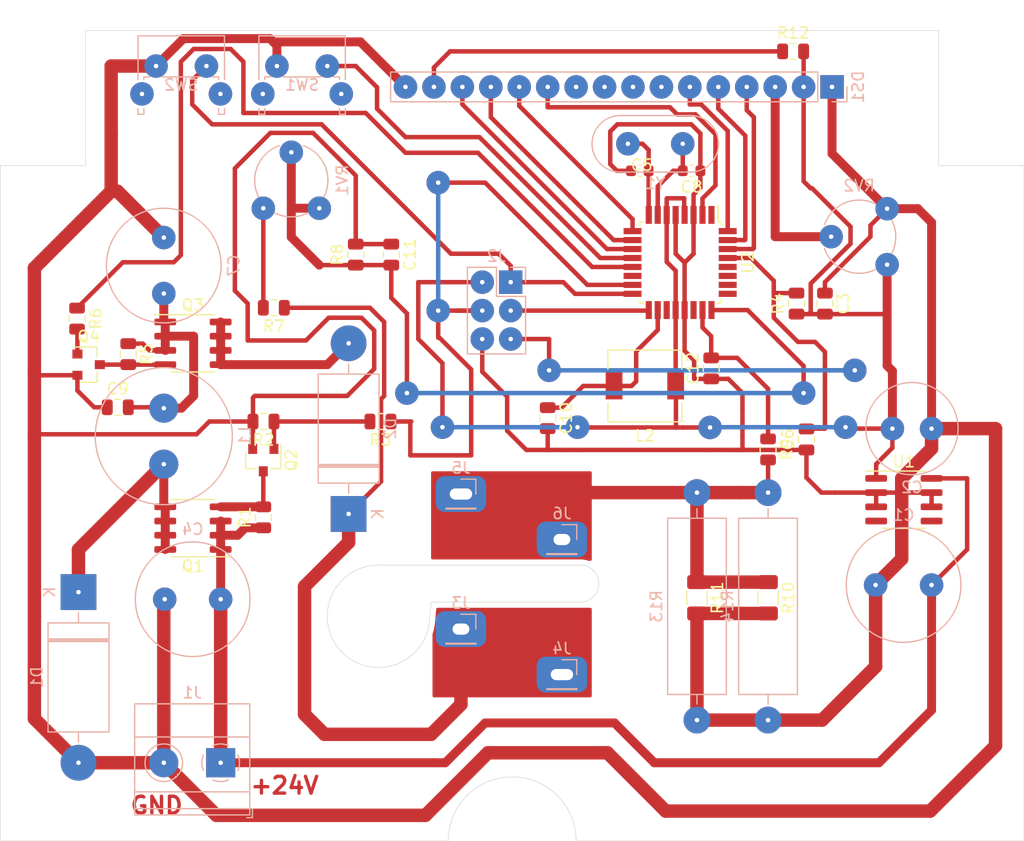
<source format=kicad_pcb>
(kicad_pcb (version 20200119) (host pcbnew "5.99.0-unknown-5405c09~101~ubuntu18.04.1")

  (general
    (thickness 1.6)
    (drawings 17)
    (tracks 407)
    (modules 48)
    (nets 48)
  )

  (page "A4")
  (layers
    (0 "F.Cu" signal)
    (31 "B.Cu" signal)
    (32 "B.Adhes" user)
    (33 "F.Adhes" user)
    (34 "B.Paste" user)
    (35 "F.Paste" user)
    (36 "B.SilkS" user)
    (37 "F.SilkS" user)
    (38 "B.Mask" user)
    (39 "F.Mask" user)
    (40 "Dwgs.User" user)
    (41 "Cmts.User" user)
    (42 "Eco1.User" user)
    (43 "Eco2.User" user)
    (44 "Edge.Cuts" user)
    (45 "Margin" user)
    (46 "B.CrtYd" user)
    (47 "F.CrtYd" user)
    (48 "B.Fab" user)
    (49 "F.Fab" user)
  )

  (setup
    (stackup
      (layer "F.SilkS" (type "Top Silk Screen"))
      (layer "F.Paste" (type "Top Solder Paste"))
      (layer "F.Mask" (type "Top Solder Mask") (color "Green") (thickness 0.01))
      (layer "F.Cu" (type "copper") (thickness 0.035))
      (layer "dielectric 1" (type "core") (thickness 1.51) (material "FR4") (epsilon_r 4.5) (loss_tangent 0.02))
      (layer "B.Cu" (type "copper") (thickness 0.035))
      (layer "B.Mask" (type "Bottom Solder Mask") (color "Green") (thickness 0.01))
      (layer "B.Paste" (type "Bottom Solder Paste"))
      (layer "B.SilkS" (type "Bottom Silk Screen"))
      (copper_finish "None")
      (dielectric_constraints no)
    )
    (last_trace_width 0.25)
    (user_trace_width 0.4)
    (user_trace_width 0.8)
    (user_trace_width 1.2)
    (trace_clearance 0.2)
    (zone_clearance 0.508)
    (zone_45_only yes)
    (trace_min 0.2)
    (via_size 0.8)
    (via_drill 0.4)
    (via_min_size 0.4)
    (via_min_drill 0.3)
    (user_via 2.1 0.4)
    (uvia_size 0.3)
    (uvia_drill 0.1)
    (uvias_allowed no)
    (uvia_min_size 0.2)
    (uvia_min_drill 0.1)
    (max_error 0.005)
    (defaults
      (edge_clearance 0.01)
      (edge_cuts_line_width 0.05)
      (courtyard_line_width 0.05)
      (copper_line_width 0.2)
      (copper_text_dims (size 1.5 1.5) (thickness 0.3))
      (silk_line_width 0.12)
      (silk_text_dims (size 1 1) (thickness 0.15))
      (other_layers_line_width 0.1)
      (other_layers_text_dims (size 1 1) (thickness 0.15))
      (dimension_units 0)
      (dimension_precision 1)
    )
    (pad_size 2.1 2.1)
    (pad_drill 0.4)
    (pad_to_mask_clearance 0.05)
    (aux_axis_origin 0 0)
    (visible_elements FFFFFF7F)
    (pcbplotparams
      (layerselection 0x00000_7fffffff)
      (usegerberextensions false)
      (usegerberattributes true)
      (usegerberadvancedattributes true)
      (creategerberjobfile true)
      (excludeedgelayer false)
      (linewidth 0.100000)
      (plotframeref false)
      (viasonmask false)
      (mode 1)
      (useauxorigin false)
      (hpglpennumber 1)
      (hpglpenspeed 20)
      (hpglpendiameter 15.000000)
      (psnegative false)
      (psa4output false)
      (plotreference false)
      (plotvalue false)
      (plotinvisibletext false)
      (padsonsilk true)
      (subtractmaskfromsilk false)
      (outputformat 5)
      (mirror true)
      (drillshape 2)
      (scaleselection 1)
      (outputdirectory "")
    )
  )

  (net 0 "")
  (net 1 "GND")
  (net 2 "+24V")
  (net 3 "+5V")
  (net 4 "Net-(C5-Pad2)")
  (net 5 "/RST")
  (net 6 "Net-(C7-Pad1)")
  (net 7 "Net-(C8-Pad2)")
  (net 8 "/ADC1")
  (net 9 "/ADC0")
  (net 10 "Net-(D1-Pad1)")
  (net 11 "Net-(D2-Pad2)")
  (net 12 "Net-(D2-Pad1)")
  (net 13 "Net-(DS1-Pad15)")
  (net 14 "Net-(DS1-Pad14)")
  (net 15 "Net-(DS1-Pad13)")
  (net 16 "Net-(DS1-Pad12)")
  (net 17 "Net-(DS1-Pad11)")
  (net 18 "Net-(DS1-Pad10)")
  (net 19 "Net-(DS1-Pad9)")
  (net 20 "Net-(DS1-Pad8)")
  (net 21 "Net-(DS1-Pad7)")
  (net 22 "/LCD_EN")
  (net 23 "/LCD_RW")
  (net 24 "/LCD_RS")
  (net 25 "Net-(DS1-Pad3)")
  (net 26 "/MOSI")
  (net 27 "/SCK")
  (net 28 "/MISO")
  (net 29 "Net-(Q1-Pad4)")
  (net 30 "Net-(Q2-Pad1)")
  (net 31 "Net-(Q3-Pad4)")
  (net 32 "Net-(Q4-Pad1)")
  (net 33 "Net-(R6-Pad1)")
  (net 34 "Net-(R7-Pad2)")
  (net 35 "Net-(SW1-Pad1)")
  (net 36 "Net-(U1-Pad5)")
  (net 37 "Net-(U1-Pad4)")
  (net 38 "Net-(U2-Pad28)")
  (net 39 "Net-(U2-Pad27)")
  (net 40 "Net-(U2-Pad26)")
  (net 41 "Net-(U2-Pad25)")
  (net 42 "Net-(U2-Pad22)")
  (net 43 "Net-(U2-Pad19)")
  (net 44 "Net-(U2-Pad14)")
  (net 45 "Net-(U2-Pad1)")
  (net 46 "Net-(J5-Pad1)")
  (net 47 "/AVCC")

  (net_class "Default" "This is the default net class."
    (clearance 0.2)
    (trace_width 0.25)
    (via_dia 0.8)
    (via_drill 0.4)
    (uvia_dia 0.3)
    (uvia_drill 0.1)
    (add_net "+24V")
    (add_net "+5V")
    (add_net "/ADC0")
    (add_net "/ADC1")
    (add_net "/AVCC")
    (add_net "/LCD_EN")
    (add_net "/LCD_RS")
    (add_net "/LCD_RW")
    (add_net "/MISO")
    (add_net "/MOSI")
    (add_net "/RST")
    (add_net "/SCK")
    (add_net "GND")
    (add_net "Net-(C5-Pad2)")
    (add_net "Net-(C7-Pad1)")
    (add_net "Net-(C8-Pad2)")
    (add_net "Net-(D1-Pad1)")
    (add_net "Net-(D2-Pad1)")
    (add_net "Net-(D2-Pad2)")
    (add_net "Net-(DS1-Pad10)")
    (add_net "Net-(DS1-Pad11)")
    (add_net "Net-(DS1-Pad12)")
    (add_net "Net-(DS1-Pad13)")
    (add_net "Net-(DS1-Pad14)")
    (add_net "Net-(DS1-Pad15)")
    (add_net "Net-(DS1-Pad3)")
    (add_net "Net-(DS1-Pad7)")
    (add_net "Net-(DS1-Pad8)")
    (add_net "Net-(DS1-Pad9)")
    (add_net "Net-(J5-Pad1)")
    (add_net "Net-(Q1-Pad4)")
    (add_net "Net-(Q2-Pad1)")
    (add_net "Net-(Q3-Pad4)")
    (add_net "Net-(Q4-Pad1)")
    (add_net "Net-(R6-Pad1)")
    (add_net "Net-(R7-Pad2)")
    (add_net "Net-(SW1-Pad1)")
    (add_net "Net-(U1-Pad4)")
    (add_net "Net-(U1-Pad5)")
    (add_net "Net-(U2-Pad1)")
    (add_net "Net-(U2-Pad14)")
    (add_net "Net-(U2-Pad19)")
    (add_net "Net-(U2-Pad22)")
    (add_net "Net-(U2-Pad25)")
    (add_net "Net-(U2-Pad26)")
    (add_net "Net-(U2-Pad27)")
    (add_net "Net-(U2-Pad28)")
  )

  (module "Potentiometer_THT:Potentiometer_Piher_PT-6-V_Vertical" (layer "B.Cu") (tedit 5E933202) (tstamp a38c1f87-94de-4859-a4a2-cb1595ad3247)
    (at 111.125 41.275 90)
    (descr "Potentiometer, vertical, Piher PT-6-V, http://www.piher-nacesa.com/pdf/11-PT6v03.pdf")
    (tags "Potentiometer vertical Piher PT-6-V")
    (path "/00000000-0000-0000-0000-00005ea13bc9")
    (fp_text reference "RV1" (at 2.5 7.06 90) (layer "B.SilkS")
      (effects (font (size 1 1) (thickness 0.15)) (justify mirror))
    )
    (fp_text value "5k" (at 2.5 -2.06 90) (layer "B.Fab")
      (effects (font (size 1 1) (thickness 0.15)) (justify mirror))
    )
    (fp_text user "${REFERENCE}" (at 0.55 2.5 180) (layer "B.Fab")
      (effects (font (size 1 1) (thickness 0.15)) (justify mirror))
    )
    (fp_line (start 6.1 6.1) (end -1.1 6.1) (layer "B.CrtYd") (width 0.05))
    (fp_line (start 6.1 -1.1) (end 6.1 6.1) (layer "B.CrtYd") (width 0.05))
    (fp_line (start -1.1 -1.1) (end 6.1 -1.1) (layer "B.CrtYd") (width 0.05))
    (fp_line (start -1.1 6.1) (end -1.1 -1.1) (layer "B.CrtYd") (width 0.05))
    (fp_circle (center 2.5 2.5) (end 3.4 2.5) (layer "B.Fab") (width 0.1))
    (fp_circle (center 2.5 2.5) (end 5.65 2.5) (layer "B.Fab") (width 0.1))
    (fp_arc (start 2.5 2.5) (end 1.015 -0.414) (angle 28) (layer "B.SilkS") (width 0.12))
    (fp_arc (start 2.5 2.5) (end -0.414 3.984) (angle 54) (layer "B.SilkS") (width 0.12))
    (fp_arc (start 2.5 2.5) (end 5.592 3.564) (angle 98) (layer "B.SilkS") (width 0.12))
    (fp_arc (start 2.5 2.5) (end 2.5 -0.77) (angle 71) (layer "B.SilkS") (width 0.12))
    (pad "1" thru_hole circle (at 0 0 90) (size 2.1 2.1) (drill 0.4) (layers *.Cu *.Mask)
      (net 34 "Net-(R7-Pad2)") (pinfunction "1") (tstamp 4447227d-a2f5-4aa2-b8b9-7598afae965f))
    (pad "2" thru_hole circle (at 5 2.5 90) (size 2.1 2.1) (drill 0.4) (layers *.Cu *.Mask)
      (net 8 "/ADC1") (pinfunction "2") (tstamp a86f5c7f-caa0-43c5-a0ae-4e5ecb53c8d1))
    (pad "3" thru_hole circle (at 0 5 90) (size 2.1 2.1) (drill 0.4) (layers *.Cu *.Mask)
      (net 8 "/ADC1") (pinfunction "3") (tstamp 61c7cd42-75a3-48f8-b564-8a5443b6dbb4))
    (model "${KISYS3DMOD}/Potentiometer_THT.3dshapes/Potentiometer_Piher_PT-6-V_Vertical.wrl"
      (at (xyz 0 0 0))
      (scale (xyz 1 1 1))
      (rotate (xyz 0 0 0))
    )
  )

  (module "Potentiometer_THT:Potentiometer_Piher_PT-6-V_Vertical" (layer "B.Cu") (tedit 5E9331EB) (tstamp 4f820c46-e828-4d25-8302-4410280ff074)
    (at 166.845 46.315 180)
    (descr "Potentiometer, vertical, Piher PT-6-V, http://www.piher-nacesa.com/pdf/11-PT6v03.pdf")
    (tags "Potentiometer vertical Piher PT-6-V")
    (path "/00000000-0000-0000-0000-00005e972f11")
    (fp_text reference "RV2" (at 2.5 7.06) (layer "B.SilkS")
      (effects (font (size 1 1) (thickness 0.15)) (justify mirror))
    )
    (fp_text value "5k" (at 2.5 -2.06) (layer "B.Fab")
      (effects (font (size 1 1) (thickness 0.15)) (justify mirror))
    )
    (fp_text user "${REFERENCE}" (at 0.55 2.5 270) (layer "B.Fab")
      (effects (font (size 1 1) (thickness 0.15)) (justify mirror))
    )
    (fp_line (start 6.1 6.1) (end -1.1 6.1) (layer "B.CrtYd") (width 0.05))
    (fp_line (start 6.1 -1.1) (end 6.1 6.1) (layer "B.CrtYd") (width 0.05))
    (fp_line (start -1.1 -1.1) (end 6.1 -1.1) (layer "B.CrtYd") (width 0.05))
    (fp_line (start -1.1 6.1) (end -1.1 -1.1) (layer "B.CrtYd") (width 0.05))
    (fp_circle (center 2.5 2.5) (end 3.4 2.5) (layer "B.Fab") (width 0.1))
    (fp_circle (center 2.5 2.5) (end 5.65 2.5) (layer "B.Fab") (width 0.1))
    (fp_arc (start 2.5 2.5) (end 1.015 -0.414) (angle 28) (layer "B.SilkS") (width 0.12))
    (fp_arc (start 2.5 2.5) (end -0.414 3.984) (angle 54) (layer "B.SilkS") (width 0.12))
    (fp_arc (start 2.5 2.5) (end 5.592 3.564) (angle 98) (layer "B.SilkS") (width 0.12))
    (fp_arc (start 2.5 2.5) (end 2.5 -0.77) (angle 71) (layer "B.SilkS") (width 0.12))
    (pad "1" thru_hole circle (at 0 0 180) (size 2.1 2.1) (drill 0.4) (layers *.Cu *.Mask)
      (net 3 "+5V") (pinfunction "1") (tstamp 4447227d-a2f5-4aa2-b8b9-7598afae965f))
    (pad "2" thru_hole circle (at 5 2.5 180) (size 2.1 2.1) (drill 0.4) (layers *.Cu *.Mask)
      (net 25 "Net-(DS1-Pad3)") (pinfunction "2") (tstamp a86f5c7f-caa0-43c5-a0ae-4e5ecb53c8d1))
    (pad "3" thru_hole circle (at 0 5 180) (size 2.1 2.1) (drill 0.4) (layers *.Cu *.Mask)
      (net 1 "GND") (pinfunction "3") (tstamp 61c7cd42-75a3-48f8-b564-8a5443b6dbb4))
    (model "${KISYS3DMOD}/Potentiometer_THT.3dshapes/Potentiometer_Piher_PT-6-V_Vertical.wrl"
      (at (xyz 0 0 0))
      (scale (xyz 1 1 1))
      (rotate (xyz 0 0 0))
    )
  )

  (module "Button_Switch_THT:SW_Tactile_SPST_Angled_PTS645Vx58-2LFS" (layer "B.Cu") (tedit 5A02FE31) (tstamp fba7dcd3-e06a-4737-9c4a-f2fc3c62794b)
    (at 106.045 28.575 180)
    (descr "tactile switch SPST right angle, PTS645VL58-2 LFS")
    (tags "tactile switch SPST angled PTS645VL58-2 LFS C&K Button")
    (path "/00000000-0000-0000-0000-00005e8cbd9e")
    (fp_text reference "SW2" (at 2.25 -1.68) (layer "B.SilkS")
      (effects (font (size 1 1) (thickness 0.15)) (justify mirror))
    )
    (fp_text value "SW_Push" (at 2.25 -5.38988) (layer "B.Fab")
      (effects (font (size 1 1) (thickness 0.15)) (justify mirror))
    )
    (fp_line (start 0.55 -0.97) (end 3.95 -0.97) (layer "B.SilkS") (width 0.12))
    (fp_line (start -1.09 -0.97) (end -0.55 -0.97) (layer "B.SilkS") (width 0.12))
    (fp_line (start 6.11 -3.8) (end 6.11 -4.31) (layer "B.SilkS") (width 0.12))
    (fp_line (start 5.59 -4.31) (end 6.11 -4.31) (layer "B.SilkS") (width 0.12))
    (fp_line (start 5.59 -3.8) (end 5.59 -4.31) (layer "B.SilkS") (width 0.12))
    (fp_line (start 5.05 -0.97) (end 5.59 -0.97) (layer "B.SilkS") (width 0.12))
    (fp_line (start -1.61 -3.8) (end -1.61 -4.31) (layer "B.SilkS") (width 0.12))
    (fp_line (start -1.09 -3.8) (end -1.09 -4.31) (layer "B.SilkS") (width 0.12))
    (fp_line (start 5.59 -0.97) (end 5.59 -1.2) (layer "B.SilkS") (width 0.12))
    (fp_line (start -1.2 -4.2) (end -1.2 -0.86) (layer "B.Fab") (width 0.1))
    (fp_line (start 5.7 -4.2) (end 6 -4.2) (layer "B.Fab") (width 0.1))
    (fp_line (start -1.5 -4.2) (end -1.5 2.59) (layer "B.Fab") (width 0.1))
    (fp_line (start -1.5 2.59) (end 6 2.59) (layer "B.Fab") (width 0.1))
    (fp_line (start -1.61 2.7) (end -1.61 -1.2) (layer "B.SilkS") (width 0.12))
    (fp_line (start -1.61 -4.31) (end -1.09 -4.31) (layer "B.SilkS") (width 0.12))
    (fp_line (start 6.11 2.7) (end 6.11 -1.2) (layer "B.SilkS") (width 0.12))
    (fp_line (start -1.61 2.7) (end 6.11 2.7) (layer "B.SilkS") (width 0.12))
    (fp_line (start -2.5 -4.45) (end -2.5 2.8) (layer "B.CrtYd") (width 0.05))
    (fp_line (start 7.05 -4.45) (end -2.5 -4.45) (layer "B.CrtYd") (width 0.05))
    (fp_line (start 7.05 2.8) (end 7.05 -4.45) (layer "B.CrtYd") (width 0.05))
    (fp_line (start -2.5 2.8) (end 7.05 2.8) (layer "B.CrtYd") (width 0.05))
    (fp_line (start 6 -4.2) (end 6 2.59) (layer "B.Fab") (width 0.1))
    (fp_line (start -1.2 -0.86) (end 5.7 -0.86) (layer "B.Fab") (width 0.1))
    (fp_line (start -1.5 -4.2) (end -1.2 -4.2) (layer "B.Fab") (width 0.1))
    (fp_line (start 5.7 -4.2) (end 5.7 -0.86) (layer "B.Fab") (width 0.1))
    (fp_line (start -1.09 -0.97) (end -1.09 -1.2) (layer "B.SilkS") (width 0.12))
    (fp_text user "${REFERENCE}" (at 2.25 -1.68) (layer "B.Fab")
      (effects (font (size 1 1) (thickness 0.15)) (justify mirror))
    )
    (fp_line (start 0.5 5.85) (end 4 5.85) (layer "B.Fab") (width 0.1))
    (fp_line (start 4 5.85) (end 4 2.59) (layer "B.Fab") (width 0.1))
    (fp_line (start 0.5 5.85) (end 0.5 2.59) (layer "B.Fab") (width 0.1))
    (pad "" thru_hole circle (at -1.25 -2.49 180) (size 2.1 2.1) (drill 0.4) (layers *.Cu *.Mask) (tstamp 7feb7bdd-62e3-430a-ae89-bdf2eb1f6d29))
    (pad "1" thru_hole circle (at 0 0 180) (size 2.1 2.1) (drill 0.4) (layers *.Cu *.Mask)
      (net 28 "/MISO") (pinfunction "1") (tstamp 758fbe5f-a0d4-499d-a25f-9da43e13db70))
    (pad "2" thru_hole circle (at 4.5 0 180) (size 2.1 2.1) (drill 0.4) (layers *.Cu *.Mask)
      (net 1 "GND") (pinfunction "2") (tstamp 9927df76-2dc9-4328-b4bf-a8ec78d02e68))
    (pad "" thru_hole circle (at 5.76 -2.49 180) (size 2.1 2.1) (drill 0.4) (layers *.Cu *.Mask) (tstamp 6522472e-45d9-419d-94d6-f803313ac6fa))
    (model "${KISYS3DMOD}/Button_Switch_THT.3dshapes/SW_Tactile_SPST_Angled_PTS645Vx58-2LFS.wrl"
      (at (xyz 0 0 0))
      (scale (xyz 1 1 1))
      (rotate (xyz 0 0 0))
    )
  )

  (module "Button_Switch_THT:SW_Tactile_SPST_Angled_PTS645Vx58-2LFS" (layer "B.Cu") (tedit 5E93110B) (tstamp f817191d-784f-4f24-bb94-d1e906f3e5b7)
    (at 116.84 28.575 180)
    (descr "tactile switch SPST right angle, PTS645VL58-2 LFS")
    (tags "tactile switch SPST angled PTS645VL58-2 LFS C&K Button")
    (path "/00000000-0000-0000-0000-00005e8c8bed")
    (fp_text reference "SW1" (at 2.25 -1.68) (layer "B.SilkS")
      (effects (font (size 1 1) (thickness 0.15)) (justify mirror))
    )
    (fp_text value "SW_Push" (at 2.25 -5.38988) (layer "B.Fab")
      (effects (font (size 1 1) (thickness 0.15)) (justify mirror))
    )
    (fp_line (start 0.55 -0.97) (end 3.95 -0.97) (layer "B.SilkS") (width 0.12))
    (fp_line (start -1.09 -0.97) (end -0.55 -0.97) (layer "B.SilkS") (width 0.12))
    (fp_line (start 6.11 -3.8) (end 6.11 -4.31) (layer "B.SilkS") (width 0.12))
    (fp_line (start 5.59 -4.31) (end 6.11 -4.31) (layer "B.SilkS") (width 0.12))
    (fp_line (start 5.59 -3.8) (end 5.59 -4.31) (layer "B.SilkS") (width 0.12))
    (fp_line (start 5.05 -0.97) (end 5.59 -0.97) (layer "B.SilkS") (width 0.12))
    (fp_line (start -1.61 -3.8) (end -1.61 -4.31) (layer "B.SilkS") (width 0.12))
    (fp_line (start -1.09 -3.8) (end -1.09 -4.31) (layer "B.SilkS") (width 0.12))
    (fp_line (start 5.59 -0.97) (end 5.59 -1.2) (layer "B.SilkS") (width 0.12))
    (fp_line (start -1.2 -4.2) (end -1.2 -0.86) (layer "B.Fab") (width 0.1))
    (fp_line (start 5.7 -4.2) (end 6 -4.2) (layer "B.Fab") (width 0.1))
    (fp_line (start -1.5 -4.2) (end -1.5 2.59) (layer "B.Fab") (width 0.1))
    (fp_line (start -1.5 2.59) (end 6 2.59) (layer "B.Fab") (width 0.1))
    (fp_line (start -1.61 2.7) (end -1.61 -1.2) (layer "B.SilkS") (width 0.12))
    (fp_line (start -1.61 -4.31) (end -1.09 -4.31) (layer "B.SilkS") (width 0.12))
    (fp_line (start 6.11 2.7) (end 6.11 -1.2) (layer "B.SilkS") (width 0.12))
    (fp_line (start -1.61 2.7) (end 6.11 2.7) (layer "B.SilkS") (width 0.12))
    (fp_line (start -2.5 -4.45) (end -2.5 2.8) (layer "B.CrtYd") (width 0.05))
    (fp_line (start 7.05 -4.45) (end -2.5 -4.45) (layer "B.CrtYd") (width 0.05))
    (fp_line (start 7.05 2.8) (end 7.05 -4.45) (layer "B.CrtYd") (width 0.05))
    (fp_line (start -2.5 2.8) (end 7.05 2.8) (layer "B.CrtYd") (width 0.05))
    (fp_line (start 6 -4.2) (end 6 2.59) (layer "B.Fab") (width 0.1))
    (fp_line (start -1.2 -0.86) (end 5.7 -0.86) (layer "B.Fab") (width 0.1))
    (fp_line (start -1.5 -4.2) (end -1.2 -4.2) (layer "B.Fab") (width 0.1))
    (fp_line (start 5.7 -4.2) (end 5.7 -0.86) (layer "B.Fab") (width 0.1))
    (fp_line (start -1.09 -0.97) (end -1.09 -1.2) (layer "B.SilkS") (width 0.12))
    (fp_text user "${REFERENCE}" (at 2.25 -1.68) (layer "B.Fab")
      (effects (font (size 1 1) (thickness 0.15)) (justify mirror))
    )
    (fp_line (start 0.5 5.85) (end 4 5.85) (layer "B.Fab") (width 0.1))
    (fp_line (start 4 5.85) (end 4 2.59) (layer "B.Fab") (width 0.1))
    (fp_line (start 0.5 5.85) (end 0.5 2.59) (layer "B.Fab") (width 0.1))
    (pad "" thru_hole circle (at -1.25 -2.49 180) (size 2.1 2.1) (drill 0.4) (layers *.Cu *.Mask) (tstamp 7feb7bdd-62e3-430a-ae89-bdf2eb1f6d29))
    (pad "1" thru_hole circle (at 0 0 180) (size 2.1 2.1) (drill 0.4) (layers *.Cu *.Mask)
      (net 35 "Net-(SW1-Pad1)") (pinfunction "1") (tstamp 758fbe5f-a0d4-499d-a25f-9da43e13db70))
    (pad "2" thru_hole circle (at 4.5 0 180) (size 2.1 2.1) (drill 0.4) (layers *.Cu *.Mask)
      (net 1 "GND") (pinfunction "2") (tstamp 9927df76-2dc9-4328-b4bf-a8ec78d02e68))
    (pad "" thru_hole circle (at 5.76 -2.49 180) (size 2.1 2.1) (drill 0.4) (layers *.Cu *.Mask) (tstamp 6522472e-45d9-419d-94d6-f803313ac6fa))
    (model "${KISYS3DMOD}/Button_Switch_THT.3dshapes/SW_Tactile_SPST_Angled_PTS645Vx58-2LFS.wrl"
      (at (xyz 0 0 0))
      (scale (xyz 1 1 1))
      (rotate (xyz 0 0 0))
    )
  )

  (module "Connector_PinHeader_2.54mm:PinHeader_1x01_P2.54mm_Vertical" locked (layer "B.Cu") (tedit 5E9308C8) (tstamp fcc6feef-78b9-4c78-a81f-114732e8b052)
    (at 137.795 70.866 180)
    (descr "Through hole straight pin header, 1x01, 2.54mm pitch, single row")
    (tags "Through hole pin header THT 1x01 2.54mm single row")
    (path "/00000000-0000-0000-0000-00005e9b8e63")
    (fp_text reference "J6" (at 0 2.33) (layer "B.SilkS")
      (effects (font (size 1 1) (thickness 0.15)) (justify mirror))
    )
    (fp_text value "Conn_01x01_Male" (at 0 -2.33) (layer "B.Fab")
      (effects (font (size 1 1) (thickness 0.15)) (justify mirror))
    )
    (fp_text user "${REFERENCE}" (at 0 0 270) (layer "B.Fab")
      (effects (font (size 1 1) (thickness 0.15)) (justify mirror))
    )
    (fp_line (start 1.8 1.8) (end -1.8 1.8) (layer "B.CrtYd") (width 0.05))
    (fp_line (start 1.8 -1.8) (end 1.8 1.8) (layer "B.CrtYd") (width 0.05))
    (fp_line (start -1.8 -1.8) (end 1.8 -1.8) (layer "B.CrtYd") (width 0.05))
    (fp_line (start -1.8 1.8) (end -1.8 -1.8) (layer "B.CrtYd") (width 0.05))
    (fp_line (start -1.33 1.33) (end 0 1.33) (layer "B.SilkS") (width 0.12))
    (fp_line (start -1.33 0) (end -1.33 1.33) (layer "B.SilkS") (width 0.12))
    (fp_line (start -1.33 -1.27) (end 1.33 -1.27) (layer "B.SilkS") (width 0.12))
    (fp_line (start 1.33 -1.27) (end 1.33 -1.33) (layer "B.SilkS") (width 0.12))
    (fp_line (start -1.33 -1.27) (end -1.33 -1.33) (layer "B.SilkS") (width 0.12))
    (fp_line (start -1.33 -1.33) (end 1.33 -1.33) (layer "B.SilkS") (width 0.12))
    (fp_line (start -1.27 0.635) (end -0.635 1.27) (layer "B.Fab") (width 0.1))
    (fp_line (start -1.27 -1.27) (end -1.27 0.635) (layer "B.Fab") (width 0.1))
    (fp_line (start 1.27 -1.27) (end -1.27 -1.27) (layer "B.Fab") (width 0.1))
    (fp_line (start 1.27 1.27) (end 1.27 -1.27) (layer "B.Fab") (width 0.1))
    (fp_line (start -0.635 1.27) (end 1.27 1.27) (layer "B.Fab") (width 0.1))
    (pad "1" thru_hole roundrect (at 0 0 180) (size 4.5 3.2) (drill oval 1.5 1) (layers *.Cu *.Mask) (roundrect_rratio 0.25)
      (net 46 "Net-(J5-Pad1)") (pinfunction "Pin_1") (tstamp ad97ff5a-cd74-4fc2-b9d4-40c3247ef1db))
    (model "${KISYS3DMOD}/Connector_PinHeader_2.54mm.3dshapes/PinHeader_1x01_P2.54mm_Vertical.wrl"
      (at (xyz 0 0 0))
      (scale (xyz 1 1 1))
      (rotate (xyz 0 0 0))
    )
  )

  (module "Connector_PinHeader_2.54mm:PinHeader_1x01_P2.54mm_Vertical" locked (layer "B.Cu") (tedit 5E930723) (tstamp 43dc69bf-c29b-498b-9c0b-cce1d1c15c1a)
    (at 128.778 66.802 180)
    (descr "Through hole straight pin header, 1x01, 2.54mm pitch, single row")
    (tags "Through hole pin header THT 1x01 2.54mm single row")
    (path "/00000000-0000-0000-0000-00005e9b8727")
    (fp_text reference "J5" (at 0 2.33) (layer "B.SilkS")
      (effects (font (size 1 1) (thickness 0.15)) (justify mirror))
    )
    (fp_text value "Conn_01x01_Male" (at 0 -2.33) (layer "B.Fab")
      (effects (font (size 1 1) (thickness 0.15)) (justify mirror))
    )
    (fp_text user "${REFERENCE}" (at 0 0 270) (layer "B.Fab")
      (effects (font (size 1 1) (thickness 0.15)) (justify mirror))
    )
    (fp_line (start 1.8 1.8) (end -1.8 1.8) (layer "B.CrtYd") (width 0.05))
    (fp_line (start 1.8 -1.8) (end 1.8 1.8) (layer "B.CrtYd") (width 0.05))
    (fp_line (start -1.8 -1.8) (end 1.8 -1.8) (layer "B.CrtYd") (width 0.05))
    (fp_line (start -1.8 1.8) (end -1.8 -1.8) (layer "B.CrtYd") (width 0.05))
    (fp_line (start -1.33 1.33) (end 0 1.33) (layer "B.SilkS") (width 0.12))
    (fp_line (start -1.33 0) (end -1.33 1.33) (layer "B.SilkS") (width 0.12))
    (fp_line (start -1.33 -1.27) (end 1.33 -1.27) (layer "B.SilkS") (width 0.12))
    (fp_line (start 1.33 -1.27) (end 1.33 -1.33) (layer "B.SilkS") (width 0.12))
    (fp_line (start -1.33 -1.27) (end -1.33 -1.33) (layer "B.SilkS") (width 0.12))
    (fp_line (start -1.33 -1.33) (end 1.33 -1.33) (layer "B.SilkS") (width 0.12))
    (fp_line (start -1.27 0.635) (end -0.635 1.27) (layer "B.Fab") (width 0.1))
    (fp_line (start -1.27 -1.27) (end -1.27 0.635) (layer "B.Fab") (width 0.1))
    (fp_line (start 1.27 -1.27) (end -1.27 -1.27) (layer "B.Fab") (width 0.1))
    (fp_line (start 1.27 1.27) (end 1.27 -1.27) (layer "B.Fab") (width 0.1))
    (fp_line (start -0.635 1.27) (end 1.27 1.27) (layer "B.Fab") (width 0.1))
    (pad "1" thru_hole roundrect (at 0 0 180) (size 4.5 3.2) (drill oval 2 1) (layers *.Cu *.Mask) (roundrect_rratio 0.25)
      (net 46 "Net-(J5-Pad1)") (pinfunction "Pin_1") (tstamp ad97ff5a-cd74-4fc2-b9d4-40c3247ef1db))
    (model "${KISYS3DMOD}/Connector_PinHeader_2.54mm.3dshapes/PinHeader_1x01_P2.54mm_Vertical.wrl"
      (at (xyz 0 0 0))
      (scale (xyz 1 1 1))
      (rotate (xyz 0 0 0))
    )
  )

  (module "Connector_PinHeader_2.54mm:PinHeader_1x01_P2.54mm_Vertical" locked (layer "B.Cu") (tedit 5E9306FC) (tstamp 205adc5a-5355-4e0e-aa12-c00191424b97)
    (at 137.795 82.931 180)
    (descr "Through hole straight pin header, 1x01, 2.54mm pitch, single row")
    (tags "Through hole pin header THT 1x01 2.54mm single row")
    (path "/00000000-0000-0000-0000-00005e9b7655")
    (fp_text reference "J4" (at 0 2.33) (layer "B.SilkS")
      (effects (font (size 1 1) (thickness 0.15)) (justify mirror))
    )
    (fp_text value "Conn_01x01_Male" (at 0 -2.33) (layer "B.Fab")
      (effects (font (size 1 1) (thickness 0.15)) (justify mirror))
    )
    (fp_text user "${REFERENCE}" (at 0 0 270) (layer "B.Fab")
      (effects (font (size 1 1) (thickness 0.15)) (justify mirror))
    )
    (fp_line (start 1.8 1.8) (end -1.8 1.8) (layer "B.CrtYd") (width 0.05))
    (fp_line (start 1.8 -1.8) (end 1.8 1.8) (layer "B.CrtYd") (width 0.05))
    (fp_line (start -1.8 -1.8) (end 1.8 -1.8) (layer "B.CrtYd") (width 0.05))
    (fp_line (start -1.8 1.8) (end -1.8 -1.8) (layer "B.CrtYd") (width 0.05))
    (fp_line (start -1.33 1.33) (end 0 1.33) (layer "B.SilkS") (width 0.12))
    (fp_line (start -1.33 0) (end -1.33 1.33) (layer "B.SilkS") (width 0.12))
    (fp_line (start -1.33 -1.27) (end 1.33 -1.27) (layer "B.SilkS") (width 0.12))
    (fp_line (start 1.33 -1.27) (end 1.33 -1.33) (layer "B.SilkS") (width 0.12))
    (fp_line (start -1.33 -1.27) (end -1.33 -1.33) (layer "B.SilkS") (width 0.12))
    (fp_line (start -1.33 -1.33) (end 1.33 -1.33) (layer "B.SilkS") (width 0.12))
    (fp_line (start -1.27 0.635) (end -0.635 1.27) (layer "B.Fab") (width 0.1))
    (fp_line (start -1.27 -1.27) (end -1.27 0.635) (layer "B.Fab") (width 0.1))
    (fp_line (start 1.27 -1.27) (end -1.27 -1.27) (layer "B.Fab") (width 0.1))
    (fp_line (start 1.27 1.27) (end 1.27 -1.27) (layer "B.Fab") (width 0.1))
    (fp_line (start -0.635 1.27) (end 1.27 1.27) (layer "B.Fab") (width 0.1))
    (pad "1" thru_hole roundrect (at 0 0 180) (size 4.5 3.2) (drill oval 2 1) (layers *.Cu *.Mask) (roundrect_rratio 0.25)
      (net 12 "Net-(D2-Pad1)") (pinfunction "Pin_1") (tstamp ad97ff5a-cd74-4fc2-b9d4-40c3247ef1db))
    (model "${KISYS3DMOD}/Connector_PinHeader_2.54mm.3dshapes/PinHeader_1x01_P2.54mm_Vertical.wrl"
      (at (xyz 0 0 0))
      (scale (xyz 1 1 1))
      (rotate (xyz 0 0 0))
    )
  )

  (module "Connector_PinHeader_2.54mm:PinHeader_1x01_P2.54mm_Vertical" locked (layer "B.Cu") (tedit 5E9308BE) (tstamp d0d6bb7f-0628-4629-ba0c-da7dab2c66f1)
    (at 128.778 78.867 180)
    (descr "Through hole straight pin header, 1x01, 2.54mm pitch, single row")
    (tags "Through hole pin header THT 1x01 2.54mm single row")
    (path "/00000000-0000-0000-0000-00005e9b7f83")
    (fp_text reference "J3" (at 0 2.33) (layer "B.SilkS")
      (effects (font (size 1 1) (thickness 0.15)) (justify mirror))
    )
    (fp_text value "Conn_01x01_Male" (at 0 -2.33) (layer "B.Fab")
      (effects (font (size 1 1) (thickness 0.15)) (justify mirror))
    )
    (fp_text user "${REFERENCE}" (at 0 0 270) (layer "B.Fab")
      (effects (font (size 1 1) (thickness 0.15)) (justify mirror))
    )
    (fp_line (start 1.8 1.8) (end -1.8 1.8) (layer "B.CrtYd") (width 0.05))
    (fp_line (start 1.8 -1.8) (end 1.8 1.8) (layer "B.CrtYd") (width 0.05))
    (fp_line (start -1.8 -1.8) (end 1.8 -1.8) (layer "B.CrtYd") (width 0.05))
    (fp_line (start -1.8 1.8) (end -1.8 -1.8) (layer "B.CrtYd") (width 0.05))
    (fp_line (start -1.33 1.33) (end 0 1.33) (layer "B.SilkS") (width 0.12))
    (fp_line (start -1.33 0) (end -1.33 1.33) (layer "B.SilkS") (width 0.12))
    (fp_line (start -1.33 -1.27) (end 1.33 -1.27) (layer "B.SilkS") (width 0.12))
    (fp_line (start 1.33 -1.27) (end 1.33 -1.33) (layer "B.SilkS") (width 0.12))
    (fp_line (start -1.33 -1.27) (end -1.33 -1.33) (layer "B.SilkS") (width 0.12))
    (fp_line (start -1.33 -1.33) (end 1.33 -1.33) (layer "B.SilkS") (width 0.12))
    (fp_line (start -1.27 0.635) (end -0.635 1.27) (layer "B.Fab") (width 0.1))
    (fp_line (start -1.27 -1.27) (end -1.27 0.635) (layer "B.Fab") (width 0.1))
    (fp_line (start 1.27 -1.27) (end -1.27 -1.27) (layer "B.Fab") (width 0.1))
    (fp_line (start 1.27 1.27) (end 1.27 -1.27) (layer "B.Fab") (width 0.1))
    (fp_line (start -0.635 1.27) (end 1.27 1.27) (layer "B.Fab") (width 0.1))
    (pad "1" thru_hole roundrect (at 0 0 180) (size 4.5 3.2) (drill oval 1.5 1) (layers *.Cu *.Mask) (roundrect_rratio 0.25)
      (net 12 "Net-(D2-Pad1)") (pinfunction "Pin_1") (tstamp ad97ff5a-cd74-4fc2-b9d4-40c3247ef1db))
    (model "${KISYS3DMOD}/Connector_PinHeader_2.54mm.3dshapes/PinHeader_1x01_P2.54mm_Vertical.wrl"
      (at (xyz 0 0 0))
      (scale (xyz 1 1 1))
      (rotate (xyz 0 0 0))
    )
  )

  (module "Capacitor_THT:C_Radial_D10.0mm_H16.0mm_P5.00mm" (layer "B.Cu") (tedit 5BC5C9BA) (tstamp cd6e4350-9cdf-4deb-aedc-43178cb7aaed)
    (at 170.815 74.93 180)
    (descr "C, Radial series, Radial, pin pitch=5.00mm, diameter=10mm, height=16mm, Non-Polar Electrolytic Capacitor")
    (tags "C Radial series Radial pin pitch 5.00mm diameter 10mm height 16mm Non-Polar Electrolytic Capacitor")
    (path "/00000000-0000-0000-0000-00005e9c06d7")
    (fp_text reference "C1" (at 2.5 6.25) (layer "B.SilkS")
      (effects (font (size 1 1) (thickness 0.15)) (justify mirror))
    )
    (fp_text value "1000u" (at 2.5 -6.25) (layer "B.Fab")
      (effects (font (size 1 1) (thickness 0.15)) (justify mirror))
    )
    (fp_text user "${REFERENCE}" (at 2.5 0) (layer "B.Fab")
      (effects (font (size 1 1) (thickness 0.15)) (justify mirror))
    )
    (fp_circle (center 2.5 0) (end 7.75 0) (layer "B.CrtYd") (width 0.05))
    (fp_circle (center 2.5 0) (end 7.62 0) (layer "B.SilkS") (width 0.12))
    (fp_circle (center 2.5 0) (end 7.5 0) (layer "B.Fab") (width 0.1))
    (pad "2" thru_hole circle (at 5 0 180) (size 2.1 2.1) (drill 0.4) (layers *.Cu *.Mask)
      (net 1 "GND") (tstamp 92d24ee8-4e1d-4e42-afea-a5b92faa02ca))
    (pad "1" thru_hole circle (at 0 0 180) (size 2.1 2.1) (drill 0.4) (layers *.Cu *.Mask)
      (net 2 "+24V") (tstamp 3c80ff18-b48b-4387-975c-b59328240fa2))
    (model "${KISYS3DMOD}/Capacitor_THT.3dshapes/C_Radial_D10.0mm_H16.0mm_P5.00mm.wrl"
      (at (xyz 0 0 0))
      (scale (xyz 1 1 1))
      (rotate (xyz 0 0 0))
    )
  )

  (module "Resistor_SMD:R_1206_3216Metric" (layer "F.Cu") (tedit 5B301BBD) (tstamp 75280d53-5691-4d20-916d-9ba9082f375d)
    (at 149.86 76.07 -90)
    (descr "Resistor SMD 1206 (3216 Metric), square (rectangular) end terminal, IPC_7351 nominal, (Body size source: http://www.tortai-tech.com/upload/download/2011102023233369053.pdf), generated with kicad-footprint-generator")
    (tags "resistor")
    (path "/00000000-0000-0000-0000-00005e85ff23")
    (attr smd)
    (fp_text reference "R11" (at 0 -1.82 90) (layer "F.SilkS")
      (effects (font (size 1 1) (thickness 0.15)))
    )
    (fp_text value "1R" (at 0 1.82 90) (layer "F.Fab")
      (effects (font (size 1 1) (thickness 0.15)))
    )
    (fp_text user "${REFERENCE}" (at -0.13 0 90) (layer "F.Fab")
      (effects (font (size 0.8 0.8) (thickness 0.12)))
    )
    (fp_line (start 2.28 1.12) (end -2.28 1.12) (layer "F.CrtYd") (width 0.05))
    (fp_line (start 2.28 -1.12) (end 2.28 1.12) (layer "F.CrtYd") (width 0.05))
    (fp_line (start -2.28 -1.12) (end 2.28 -1.12) (layer "F.CrtYd") (width 0.05))
    (fp_line (start -2.28 1.12) (end -2.28 -1.12) (layer "F.CrtYd") (width 0.05))
    (fp_line (start -0.602064 0.91) (end 0.602064 0.91) (layer "F.SilkS") (width 0.12))
    (fp_line (start -0.602064 -0.91) (end 0.602064 -0.91) (layer "F.SilkS") (width 0.12))
    (fp_line (start 1.6 0.8) (end -1.6 0.8) (layer "F.Fab") (width 0.1))
    (fp_line (start 1.6 -0.8) (end 1.6 0.8) (layer "F.Fab") (width 0.1))
    (fp_line (start -1.6 -0.8) (end 1.6 -0.8) (layer "F.Fab") (width 0.1))
    (fp_line (start -1.6 0.8) (end -1.6 -0.8) (layer "F.Fab") (width 0.1))
    (pad "2" smd roundrect (at 1.4 0 270) (size 1.25 1.75) (layers "F.Cu" "F.Paste" "F.Mask") (roundrect_rratio 0.2)
      (net 1 "GND") (tstamp 2b97656a-91ca-4503-877a-6c4c3c62de37))
    (pad "1" smd roundrect (at -1.4 0 270) (size 1.25 1.75) (layers "F.Cu" "F.Paste" "F.Mask") (roundrect_rratio 0.2)
      (net 46 "Net-(J5-Pad1)") (tstamp 41ff5dc2-9ec8-458a-b506-9d7a4c48e2da))
    (model "${KISYS3DMOD}/Resistor_SMD.3dshapes/R_1206_3216Metric.wrl"
      (at (xyz 0 0 0))
      (scale (xyz 1 1 1))
      (rotate (xyz 0 0 0))
    )
  )

  (module "Connector_PinHeader_2.54mm:PinHeader_1x16_P2.54mm_Vertical" (layer "B.Cu") (tedit 5E8B7DCE) (tstamp ba2d49ec-ffa2-4f36-9368-6fb9c2c0820e)
    (at 161.925 30.44 90)
    (descr "Through hole straight pin header, 1x16, 2.54mm pitch, single row")
    (tags "Through hole pin header THT 1x16 2.54mm single row")
    (path "/00000000-0000-0000-0000-00005e93c9c1")
    (fp_text reference "DS1" (at 0 2.33 270) (layer "B.SilkS")
      (effects (font (size 1 1) (thickness 0.15)) (justify mirror))
    )
    (fp_text value "WC1602A" (at 0 -40.43 270) (layer "B.Fab")
      (effects (font (size 1 1) (thickness 0.15)) (justify mirror))
    )
    (fp_text user "${REFERENCE}" (at 0 -19.05) (layer "B.Fab")
      (effects (font (size 1 1) (thickness 0.15)) (justify mirror))
    )
    (fp_line (start 1.8 1.8) (end -1.8 1.8) (layer "B.CrtYd") (width 0.05))
    (fp_line (start 1.8 -39.9) (end 1.8 1.8) (layer "B.CrtYd") (width 0.05))
    (fp_line (start -1.8 -39.9) (end 1.8 -39.9) (layer "B.CrtYd") (width 0.05))
    (fp_line (start -1.8 1.8) (end -1.8 -39.9) (layer "B.CrtYd") (width 0.05))
    (fp_line (start -1.33 1.33) (end 0 1.33) (layer "B.SilkS") (width 0.12))
    (fp_line (start -1.33 0) (end -1.33 1.33) (layer "B.SilkS") (width 0.12))
    (fp_line (start -1.33 -1.27) (end 1.33 -1.27) (layer "B.SilkS") (width 0.12))
    (fp_line (start 1.33 -1.27) (end 1.33 -39.43) (layer "B.SilkS") (width 0.12))
    (fp_line (start -1.33 -1.27) (end -1.33 -39.43) (layer "B.SilkS") (width 0.12))
    (fp_line (start -1.33 -39.43) (end 1.33 -39.43) (layer "B.SilkS") (width 0.12))
    (fp_line (start -1.27 0.635) (end -0.635 1.27) (layer "B.Fab") (width 0.1))
    (fp_line (start -1.27 -39.37) (end -1.27 0.635) (layer "B.Fab") (width 0.1))
    (fp_line (start 1.27 -39.37) (end -1.27 -39.37) (layer "B.Fab") (width 0.1))
    (fp_line (start 1.27 1.27) (end 1.27 -39.37) (layer "B.Fab") (width 0.1))
    (fp_line (start -0.635 1.27) (end 1.27 1.27) (layer "B.Fab") (width 0.1))
    (pad "16" thru_hole oval (at 0 -38.1 90) (size 2.1 2.1) (drill 0.4) (layers *.Cu *.Mask)
      (net 1 "GND") (pinfunction "LED(-)") (tstamp f28c2efe-ae8e-436e-ac0f-267330655dba))
    (pad "15" thru_hole oval (at 0 -35.56 90) (size 2.1 2.1) (drill 0.4) (layers *.Cu *.Mask)
      (net 13 "Net-(DS1-Pad15)") (pinfunction "LED(+)") (tstamp fcfbd5af-2588-477c-9423-29a7c3ffda28))
    (pad "14" thru_hole oval (at 0 -33.02 90) (size 2.1 2.1) (drill 0.4) (layers *.Cu *.Mask)
      (net 14 "Net-(DS1-Pad14)") (pinfunction "D7") (tstamp a7ec5535-9374-426f-a7b8-dbf3a3723d85))
    (pad "13" thru_hole oval (at 0 -30.48 90) (size 2.1 2.1) (drill 0.4) (layers *.Cu *.Mask)
      (net 15 "Net-(DS1-Pad13)") (pinfunction "D6") (tstamp 59d42912-261d-41e4-b389-2275a558c5a5))
    (pad "12" thru_hole oval (at 0 -27.94 90) (size 2.1 2.1) (drill 0.4) (layers *.Cu *.Mask)
      (net 16 "Net-(DS1-Pad12)") (pinfunction "D5") (tstamp 9622f0cc-5163-4729-9c09-e4ff362593d1))
    (pad "11" thru_hole oval (at 0 -25.4 90) (size 2.1 2.1) (drill 0.4) (layers *.Cu *.Mask)
      (net 17 "Net-(DS1-Pad11)") (pinfunction "D4") (tstamp f63c5180-b843-4f1a-82c4-ad296b29eaf9))
    (pad "10" thru_hole oval (at 0 -22.86 90) (size 2.1 2.1) (drill 0.4) (layers *.Cu *.Mask)
      (net 18 "Net-(DS1-Pad10)") (pinfunction "D3") (tstamp 4c8b8f91-1ead-4ea7-9658-34b68058f54c))
    (pad "9" thru_hole oval (at 0 -20.32 90) (size 2.1 2.1) (drill 0.4) (layers *.Cu *.Mask)
      (net 19 "Net-(DS1-Pad9)") (pinfunction "D2") (tstamp d8b16c75-6db5-4c9a-bd12-7bc79c3c1250))
    (pad "8" thru_hole oval (at 0 -17.78 90) (size 2.1 2.1) (drill 0.4) (layers *.Cu *.Mask)
      (net 20 "Net-(DS1-Pad8)") (pinfunction "D1") (tstamp 51cb01c4-b5d9-403b-84b7-be30a2805b16))
    (pad "7" thru_hole oval (at 0 -15.24 90) (size 2.1 2.1) (drill 0.4) (layers *.Cu *.Mask)
      (net 21 "Net-(DS1-Pad7)") (pinfunction "D0") (tstamp a6552d0e-aa4c-44a1-8971-b3561878031a))
    (pad "6" thru_hole oval (at 0 -12.7 90) (size 2.1 2.1) (drill 0.4) (layers *.Cu *.Mask)
      (net 22 "/LCD_EN") (pinfunction "E") (tstamp 845674a6-2f33-4ea9-9ff1-afec519db4db))
    (pad "5" thru_hole oval (at 0 -10.16 90) (size 2.1 2.1) (drill 0.4) (layers *.Cu *.Mask)
      (net 23 "/LCD_RW") (pinfunction "R/W") (tstamp d0ea1270-f034-4c50-8bf5-377f93009c82))
    (pad "4" thru_hole oval (at 0 -7.62 90) (size 2.1 2.1) (drill 0.4) (layers *.Cu *.Mask)
      (net 24 "/LCD_RS") (pinfunction "RS") (tstamp 1237d338-90df-4b7d-922e-5b9b5813e372))
    (pad "3" thru_hole oval (at 0 -5.08 90) (size 2.1 2.1) (drill 0.4) (layers *.Cu *.Mask)
      (net 25 "Net-(DS1-Pad3)") (pinfunction "VO") (tstamp 5bfe62af-0151-4d4a-acbb-ed4034a65446))
    (pad "2" thru_hole oval (at 0 -2.54 90) (size 2.1 2.1) (drill 0.4) (layers *.Cu *.Mask)
      (net 3 "+5V") (pinfunction "VDD") (tstamp 8a8af860-bd1c-4926-b11f-c837dc9afc5e))
    (pad "1" thru_hole rect (at 0 0 90) (size 2.1 2.1) (drill 0.4) (layers *.Cu *.Mask)
      (net 1 "GND") (pinfunction "VSS") (tstamp 72aae5a4-9a0d-4524-8aea-e488dc98c399))
    (model "${KISYS3DMOD}/Connector_PinHeader_2.54mm.3dshapes/PinHeader_1x16_P2.54mm_Vertical.wrl"
      (at (xyz 0 0 0))
      (scale (xyz 1 1 1))
      (rotate (xyz 0 0 0))
    )
  )

  (module "Crystal:Crystal_HC18-U_Vertical" (layer "B.Cu") (tedit 5E8CB6DE) (tstamp 57e71993-cf80-49a4-8fe1-652d44c1d84c)
    (at 143.69 35.52)
    (descr "Crystal THT HC-18/U, http://5hertz.com/pdfs/04404_D.pdf")
    (tags "THT crystalHC-18/U")
    (path "/00000000-0000-0000-0000-00005e77efd1")
    (fp_text reference "Y1" (at 2.45 3.525) (layer "B.SilkS")
      (effects (font (size 1 1) (thickness 0.15)) (justify mirror))
    )
    (fp_text value "16MHz" (at 2.45 -3.525) (layer "B.Fab")
      (effects (font (size 1 1) (thickness 0.15)) (justify mirror))
    )
    (fp_arc (start 5.575 0) (end 5.575 2.525) (angle -180) (layer "B.SilkS") (width 0.12))
    (fp_arc (start -0.675 0) (end -0.675 2.525) (angle 180) (layer "B.SilkS") (width 0.12))
    (fp_arc (start 5.45 0) (end 5.45 2) (angle -180) (layer "B.Fab") (width 0.1))
    (fp_arc (start -0.55 0) (end -0.55 2) (angle 180) (layer "B.Fab") (width 0.1))
    (fp_arc (start 5.575 0) (end 5.575 2.325) (angle -180) (layer "B.Fab") (width 0.1))
    (fp_arc (start -0.675 0) (end -0.675 2.325) (angle 180) (layer "B.Fab") (width 0.1))
    (fp_line (start 8.4 2.8) (end -3.5 2.8) (layer "B.CrtYd") (width 0.05))
    (fp_line (start 8.4 -2.8) (end 8.4 2.8) (layer "B.CrtYd") (width 0.05))
    (fp_line (start -3.5 -2.8) (end 8.4 -2.8) (layer "B.CrtYd") (width 0.05))
    (fp_line (start -3.5 2.8) (end -3.5 -2.8) (layer "B.CrtYd") (width 0.05))
    (fp_line (start -0.675 -2.525) (end 5.575 -2.525) (layer "B.SilkS") (width 0.12))
    (fp_line (start -0.675 2.525) (end 5.575 2.525) (layer "B.SilkS") (width 0.12))
    (fp_line (start -0.55 -2) (end 5.45 -2) (layer "B.Fab") (width 0.1))
    (fp_line (start -0.55 2) (end 5.45 2) (layer "B.Fab") (width 0.1))
    (fp_line (start -0.675 -2.325) (end 5.575 -2.325) (layer "B.Fab") (width 0.1))
    (fp_line (start -0.675 2.325) (end 5.575 2.325) (layer "B.Fab") (width 0.1))
    (fp_text user "${REFERENCE}" (at 2.45 0) (layer "B.Fab")
      (effects (font (size 1 1) (thickness 0.15)) (justify mirror))
    )
    (pad "2" thru_hole circle (at 4.9 0) (size 2.1 2.1) (drill 0.4) (layers *.Cu *.Mask)
      (net 7 "Net-(C8-Pad2)") (pinfunction "2") (tstamp 08664b4b-b24b-4bbc-aca7-cf8c344ba7d2))
    (pad "1" thru_hole circle (at 0 0) (size 2.1 2.1) (drill 0.4) (layers *.Cu *.Mask)
      (net 4 "Net-(C5-Pad2)") (pinfunction "1") (tstamp 1b29da26-6f3c-451b-b19e-854b1db99db3))
    (model "${KISYS3DMOD}/Crystal.3dshapes/Crystal_HC18-U_Vertical.wrl"
      (at (xyz 0 0 0))
      (scale (xyz 1 1 1))
      (rotate (xyz 0 0 0))
    )
  )

  (module "Package_QFP:TQFP-32_7x7mm_P0.8mm" (layer "F.Cu") (tedit 5A02F146) (tstamp 2dc8f17a-7265-42c0-94bf-30c3166b9643)
    (at 148.355 46.12 -90)
    (descr "32-Lead Plastic Thin Quad Flatpack (PT) - 7x7x1.0 mm Body, 2.00 mm [TQFP] (see Microchip Packaging Specification 00000049BS.pdf)")
    (tags "QFP 0.8")
    (path "/00000000-0000-0000-0000-00005e829f98")
    (attr smd)
    (fp_text reference "U2" (at 0 -6.05 90) (layer "F.SilkS")
      (effects (font (size 1 1) (thickness 0.15)))
    )
    (fp_text value "ATmega8L-8AU" (at 0 6.05 90) (layer "F.Fab")
      (effects (font (size 1 1) (thickness 0.15)))
    )
    (fp_line (start -3.625 -3.4) (end -5.05 -3.4) (layer "F.SilkS") (width 0.15))
    (fp_line (start 3.625 -3.625) (end 3.3 -3.625) (layer "F.SilkS") (width 0.15))
    (fp_line (start 3.625 3.625) (end 3.3 3.625) (layer "F.SilkS") (width 0.15))
    (fp_line (start -3.625 3.625) (end -3.3 3.625) (layer "F.SilkS") (width 0.15))
    (fp_line (start -3.625 -3.625) (end -3.3 -3.625) (layer "F.SilkS") (width 0.15))
    (fp_line (start -3.625 3.625) (end -3.625 3.3) (layer "F.SilkS") (width 0.15))
    (fp_line (start 3.625 3.625) (end 3.625 3.3) (layer "F.SilkS") (width 0.15))
    (fp_line (start 3.625 -3.625) (end 3.625 -3.3) (layer "F.SilkS") (width 0.15))
    (fp_line (start -3.625 -3.625) (end -3.625 -3.4) (layer "F.SilkS") (width 0.15))
    (fp_line (start -5.3 5.3) (end 5.3 5.3) (layer "F.CrtYd") (width 0.05))
    (fp_line (start -5.3 -5.3) (end 5.3 -5.3) (layer "F.CrtYd") (width 0.05))
    (fp_line (start 5.3 -5.3) (end 5.3 5.3) (layer "F.CrtYd") (width 0.05))
    (fp_line (start -5.3 -5.3) (end -5.3 5.3) (layer "F.CrtYd") (width 0.05))
    (fp_line (start -3.5 -2.5) (end -2.5 -3.5) (layer "F.Fab") (width 0.15))
    (fp_line (start -3.5 3.5) (end -3.5 -2.5) (layer "F.Fab") (width 0.15))
    (fp_line (start 3.5 3.5) (end -3.5 3.5) (layer "F.Fab") (width 0.15))
    (fp_line (start 3.5 -3.5) (end 3.5 3.5) (layer "F.Fab") (width 0.15))
    (fp_line (start -2.5 -3.5) (end 3.5 -3.5) (layer "F.Fab") (width 0.15))
    (fp_text user "${REFERENCE}" (at 0 0 90) (layer "F.Fab")
      (effects (font (size 1 1) (thickness 0.15)))
    )
    (pad "32" smd rect (at -2.8 -4.25) (size 1.6 0.55) (layers "F.Cu" "F.Paste" "F.Mask")
      (net 22 "/LCD_EN") (pinfunction "PD2") (tstamp 7ffc4ebc-1b8a-4342-817f-ce50f9025326))
    (pad "31" smd rect (at -2 -4.25) (size 1.6 0.55) (layers "F.Cu" "F.Paste" "F.Mask")
      (net 23 "/LCD_RW") (pinfunction "PD1") (tstamp 6343264a-d1f4-4bdc-adfd-50b5d88c00ed))
    (pad "30" smd rect (at -1.2 -4.25) (size 1.6 0.55) (layers "F.Cu" "F.Paste" "F.Mask")
      (net 24 "/LCD_RS") (pinfunction "PD0") (tstamp c6b671a8-c906-41e2-8b7d-833f3ac31b68))
    (pad "29" smd rect (at -0.4 -4.25) (size 1.6 0.55) (layers "F.Cu" "F.Paste" "F.Mask")
      (net 5 "/RST") (pinfunction "PC6/~RESET") (tstamp 9ab4e803-e83d-4459-bf02-6b1d60a7b5dc))
    (pad "28" smd rect (at 0.4 -4.25) (size 1.6 0.55) (layers "F.Cu" "F.Paste" "F.Mask")
      (net 38 "Net-(U2-Pad28)") (pinfunction "PC5") (tstamp 250f501a-8442-4191-b364-44edeb3369b2))
    (pad "27" smd rect (at 1.2 -4.25) (size 1.6 0.55) (layers "F.Cu" "F.Paste" "F.Mask")
      (net 39 "Net-(U2-Pad27)") (pinfunction "PC4") (tstamp 54a5a1e3-a012-43ba-98dc-e56182fdc673))
    (pad "26" smd rect (at 2 -4.25) (size 1.6 0.55) (layers "F.Cu" "F.Paste" "F.Mask")
      (net 40 "Net-(U2-Pad26)") (pinfunction "PC3") (tstamp d07d33d0-ea0a-44ab-aeca-2dc43aa33a8a))
    (pad "25" smd rect (at 2.8 -4.25) (size 1.6 0.55) (layers "F.Cu" "F.Paste" "F.Mask")
      (net 41 "Net-(U2-Pad25)") (pinfunction "PC2") (tstamp 7edda4c9-3ec0-4ff7-acde-b8825dfeb2b5))
    (pad "24" smd rect (at 4.25 -2.8 270) (size 1.6 0.55) (layers "F.Cu" "F.Paste" "F.Mask")
      (net 8 "/ADC1") (pinfunction "PC1") (tstamp acef8a59-0f00-4835-be29-e60becead07a))
    (pad "23" smd rect (at 4.25 -2 270) (size 1.6 0.55) (layers "F.Cu" "F.Paste" "F.Mask")
      (net 9 "/ADC0") (pinfunction "PC0") (tstamp 923a44ff-a3e4-460b-9886-45988744dde6))
    (pad "22" smd rect (at 4.25 -1.2 270) (size 1.6 0.55) (layers "F.Cu" "F.Paste" "F.Mask")
      (net 42 "Net-(U2-Pad22)") (pinfunction "ADC7") (tstamp 2591adfd-0b2c-479c-a38b-6185f9af9378))
    (pad "21" smd rect (at 4.25 -0.4 270) (size 1.6 0.55) (layers "F.Cu" "F.Paste" "F.Mask")
      (net 1 "GND") (pinfunction "AGND") (tstamp a120762b-4dcc-4913-bdbe-e62eef3dc88a))
    (pad "20" smd rect (at 4.25 0.4 270) (size 1.6 0.55) (layers "F.Cu" "F.Paste" "F.Mask")
      (net 3 "+5V") (pinfunction "AREF") (tstamp e2355851-71c0-49ad-87df-fdf94f4816e1))
    (pad "19" smd rect (at 4.25 1.2 270) (size 1.6 0.55) (layers "F.Cu" "F.Paste" "F.Mask")
      (net 43 "Net-(U2-Pad19)") (pinfunction "ADC6") (tstamp ec441796-9c4e-4813-98f4-3c5d67236e55))
    (pad "18" smd rect (at 4.25 2 270) (size 1.6 0.55) (layers "F.Cu" "F.Paste" "F.Mask")
      (net 47 "/AVCC") (pinfunction "AVCC") (tstamp aa4d6293-ab0c-4e5d-92e1-fbf84f41d113))
    (pad "17" smd rect (at 4.25 2.8 270) (size 1.6 0.55) (layers "F.Cu" "F.Paste" "F.Mask")
      (net 27 "/SCK") (pinfunction "PB5") (tstamp 4c6f01b5-6180-484e-80f1-005b119e65e1))
    (pad "16" smd rect (at 2.8 4.25) (size 1.6 0.55) (layers "F.Cu" "F.Paste" "F.Mask")
      (net 28 "/MISO") (pinfunction "PB4") (tstamp d836979d-da08-4c48-85cc-035a8631293e))
    (pad "15" smd rect (at 2 4.25) (size 1.6 0.55) (layers "F.Cu" "F.Paste" "F.Mask")
      (net 26 "/MOSI") (pinfunction "PB3") (tstamp 5aa7b062-1681-41a7-937d-e45bbbebeb35))
    (pad "14" smd rect (at 1.2 4.25) (size 1.6 0.55) (layers "F.Cu" "F.Paste" "F.Mask")
      (net 44 "Net-(U2-Pad14)") (pinfunction "PB2") (tstamp 5133169a-5456-4fb7-ae08-5d8eed9901c3))
    (pad "13" smd rect (at 0.4 4.25) (size 1.6 0.55) (layers "F.Cu" "F.Paste" "F.Mask")
      (net 33 "Net-(R6-Pad1)") (pinfunction "PB1") (tstamp 42230e88-e903-48f2-8d9e-b391adedf1dc))
    (pad "12" smd rect (at -0.4 4.25) (size 1.6 0.55) (layers "F.Cu" "F.Paste" "F.Mask")
      (net 35 "Net-(SW1-Pad1)") (pinfunction "PB0") (tstamp 02047ba4-af6d-4677-bef6-a38e5ec958b9))
    (pad "11" smd rect (at -1.2 4.25) (size 1.6 0.55) (layers "F.Cu" "F.Paste" "F.Mask")
      (net 14 "Net-(DS1-Pad14)") (pinfunction "PD7") (tstamp 89c21cdd-edd8-4a16-917a-0103b7881700))
    (pad "10" smd rect (at -2 4.25) (size 1.6 0.55) (layers "F.Cu" "F.Paste" "F.Mask")
      (net 15 "Net-(DS1-Pad13)") (pinfunction "PD6") (tstamp 8b667066-8dcd-4bb7-a12f-113fd18eebed))
    (pad "9" smd rect (at -2.8 4.25) (size 1.6 0.55) (layers "F.Cu" "F.Paste" "F.Mask")
      (net 16 "Net-(DS1-Pad12)") (pinfunction "PD5") (tstamp 96603a4d-b037-4ef0-8e26-1323fa439926))
    (pad "8" smd rect (at -4.25 2.8 270) (size 1.6 0.55) (layers "F.Cu" "F.Paste" "F.Mask")
      (net 4 "Net-(C5-Pad2)") (pinfunction "PB7/XTAL2") (tstamp e49e1a7f-eccf-406c-8969-97a9ddc85741))
    (pad "7" smd rect (at -4.25 2 270) (size 1.6 0.55) (layers "F.Cu" "F.Paste" "F.Mask")
      (net 7 "Net-(C8-Pad2)") (pinfunction "PB6/XTAL1") (tstamp 0185828e-0dbb-49b0-8d5f-aaf7c6903cb0))
    (pad "6" smd rect (at -4.25 1.2 270) (size 1.6 0.55) (layers "F.Cu" "F.Paste" "F.Mask")
      (net 3 "+5V") (pinfunction "VCC") (tstamp 629cbf24-b0f4-40f6-bfac-3cef1fcdd18e))
    (pad "5" smd rect (at -4.25 0.4 270) (size 1.6 0.55) (layers "F.Cu" "F.Paste" "F.Mask")
      (net 1 "GND") (pinfunction "GND") (tstamp ed6a5620-51b5-4a78-b542-29b405a3d97c))
    (pad "4" smd rect (at -4.25 -0.4 270) (size 1.6 0.55) (layers "F.Cu" "F.Paste" "F.Mask")
      (net 3 "+5V") (pinfunction "VCC") (tstamp 185cb84f-bc22-4fa3-b383-3475439e098e))
    (pad "3" smd rect (at -4.25 -1.2 270) (size 1.6 0.55) (layers "F.Cu" "F.Paste" "F.Mask")
      (net 1 "GND") (pinfunction "GND") (tstamp 0dfab7a0-b323-449b-849e-b8375113d911))
    (pad "2" smd rect (at -4.25 -2 270) (size 1.6 0.55) (layers "F.Cu" "F.Paste" "F.Mask")
      (net 17 "Net-(DS1-Pad11)") (pinfunction "PD4") (tstamp f7c87080-6805-41ac-8b4e-aa4c51cf793b))
    (pad "1" smd rect (at -4.25 -2.8 270) (size 1.6 0.55) (layers "F.Cu" "F.Paste" "F.Mask")
      (net 45 "Net-(U2-Pad1)") (pinfunction "PD3") (tstamp 45e5a7be-e3d9-4170-8454-e088aabb3c4e))
    (model "${KISYS3DMOD}/Package_QFP.3dshapes/TQFP-32_7x7mm_P0.8mm.wrl"
      (at (xyz 0 0 0))
      (scale (xyz 1 1 1))
      (rotate (xyz 0 0 0))
    )
  )

  (module "Package_SO:SOIC-8_3.9x4.9mm_P1.27mm" (layer "F.Cu") (tedit 5D9F72B1) (tstamp 9ba535da-9d63-41d6-a646-758f49663568)
    (at 168.34 67.31)
    (descr "SOIC, 8 Pin (JEDEC MS-012AA, https://www.analog.com/media/en/package-pcb-resources/package/pkg_pdf/soic_narrow-r/r_8.pdf), generated with kicad-footprint-generator ipc_gullwing_generator.py")
    (tags "SOIC SO")
    (path "/00000000-0000-0000-0000-00005e8db4fc")
    (attr smd)
    (fp_text reference "U1" (at 0 -3.4) (layer "F.SilkS")
      (effects (font (size 1 1) (thickness 0.15)))
    )
    (fp_text value "L78L05_SO8" (at 0 3.4) (layer "F.Fab")
      (effects (font (size 1 1) (thickness 0.15)))
    )
    (fp_text user "${REFERENCE}" (at 0 0) (layer "F.Fab")
      (effects (font (size 0.98 0.98) (thickness 0.15)))
    )
    (fp_line (start 3.7 -2.7) (end -3.7 -2.7) (layer "F.CrtYd") (width 0.05))
    (fp_line (start 3.7 2.7) (end 3.7 -2.7) (layer "F.CrtYd") (width 0.05))
    (fp_line (start -3.7 2.7) (end 3.7 2.7) (layer "F.CrtYd") (width 0.05))
    (fp_line (start -3.7 -2.7) (end -3.7 2.7) (layer "F.CrtYd") (width 0.05))
    (fp_line (start -1.95 -1.475) (end -0.975 -2.45) (layer "F.Fab") (width 0.1))
    (fp_line (start -1.95 2.45) (end -1.95 -1.475) (layer "F.Fab") (width 0.1))
    (fp_line (start 1.95 2.45) (end -1.95 2.45) (layer "F.Fab") (width 0.1))
    (fp_line (start 1.95 -2.45) (end 1.95 2.45) (layer "F.Fab") (width 0.1))
    (fp_line (start -0.975 -2.45) (end 1.95 -2.45) (layer "F.Fab") (width 0.1))
    (fp_line (start 0 -2.56) (end -3.45 -2.56) (layer "F.SilkS") (width 0.12))
    (fp_line (start 0 -2.56) (end 1.95 -2.56) (layer "F.SilkS") (width 0.12))
    (fp_line (start 0 2.56) (end -1.95 2.56) (layer "F.SilkS") (width 0.12))
    (fp_line (start 0 2.56) (end 1.95 2.56) (layer "F.SilkS") (width 0.12))
    (pad "8" smd roundrect (at 2.475 -1.905) (size 1.95 0.6) (layers "F.Cu" "F.Paste" "F.Mask") (roundrect_rratio 0.25)
      (net 2 "+24V") (pinfunction "IN") (tstamp f6a8cb10-30f0-449f-ab44-de8b93359d6a))
    (pad "7" smd roundrect (at 2.475 -0.635) (size 1.95 0.6) (layers "F.Cu" "F.Paste" "F.Mask") (roundrect_rratio 0.25)
      (net 1 "GND") (pinfunction "GND") (tstamp 324a1a99-3056-4645-8cac-6f7bf1edf07a))
    (pad "6" smd roundrect (at 2.475 0.635) (size 1.95 0.6) (layers "F.Cu" "F.Paste" "F.Mask") (roundrect_rratio 0.25)
      (net 1 "GND") (pinfunction "GND") (tstamp dc0d9553-e37a-4b3f-843c-8c1c57be961f))
    (pad "5" smd roundrect (at 2.475 1.905) (size 1.95 0.6) (layers "F.Cu" "F.Paste" "F.Mask") (roundrect_rratio 0.25)
      (net 36 "Net-(U1-Pad5)") (pinfunction "NC") (tstamp 20ccacf4-c38f-4081-860d-7e0ff5b90914))
    (pad "4" smd roundrect (at -2.475 1.905) (size 1.95 0.6) (layers "F.Cu" "F.Paste" "F.Mask") (roundrect_rratio 0.25)
      (net 37 "Net-(U1-Pad4)") (pinfunction "NC") (tstamp cc954103-9dff-45d5-84a8-d79ace0529cb))
    (pad "3" smd roundrect (at -2.475 0.635) (size 1.95 0.6) (layers "F.Cu" "F.Paste" "F.Mask") (roundrect_rratio 0.25)
      (net 1 "GND") (pinfunction "GND") (tstamp 4ceba07a-901b-4a1c-abdf-875a02684d66))
    (pad "2" smd roundrect (at -2.475 -0.635) (size 1.95 0.6) (layers "F.Cu" "F.Paste" "F.Mask") (roundrect_rratio 0.25)
      (net 1 "GND") (pinfunction "GND") (tstamp d82b4aa2-ab0c-47b9-90d9-5b58b6dbc573))
    (pad "1" smd roundrect (at -2.475 -1.905) (size 1.95 0.6) (layers "F.Cu" "F.Paste" "F.Mask") (roundrect_rratio 0.25)
      (net 3 "+5V") (pinfunction "OUT") (tstamp fec71e59-b18b-4811-8dd6-4debcdfdfd4e))
    (model "${KISYS3DMOD}/Package_SO.3dshapes/SOIC-8_3.9x4.9mm_P1.27mm.wrl"
      (at (xyz 0 0 0))
      (scale (xyz 1 1 1))
      (rotate (xyz 0 0 0))
    )
  )

  (module "Resistor_THT:R_Axial_DIN0516_L15.5mm_D5.0mm_P20.32mm_Horizontal" (layer "B.Cu") (tedit 5E8CB658) (tstamp 0c7712ce-3923-4b87-b732-504a30eb2676)
    (at 156.21 66.675 -90)
    (descr "Resistor, Axial_DIN0516 series, Axial, Horizontal, pin pitch=20.32mm, 2W, length*diameter=15.5*5mm^2, http://cdn-reichelt.de/documents/datenblatt/B400/1_4W%23YAG.pdf")
    (tags "Resistor Axial_DIN0516 series Axial Horizontal pin pitch 20.32mm 2W length 15.5mm diameter 5mm")
    (path "/00000000-0000-0000-0000-00005e9d41f2")
    (fp_text reference "R14" (at 10.16 3.62 90) (layer "B.SilkS")
      (effects (font (size 1 1) (thickness 0.15)) (justify mirror))
    )
    (fp_text value "1R" (at 10.16 -3.62 90) (layer "B.Fab")
      (effects (font (size 1 1) (thickness 0.15)) (justify mirror))
    )
    (fp_text user "${REFERENCE}" (at 10.16 0 90) (layer "B.Fab")
      (effects (font (size 1 1) (thickness 0.15)) (justify mirror))
    )
    (fp_line (start 21.77 2.75) (end -1.45 2.75) (layer "B.CrtYd") (width 0.05))
    (fp_line (start 21.77 -2.75) (end 21.77 2.75) (layer "B.CrtYd") (width 0.05))
    (fp_line (start -1.45 -2.75) (end 21.77 -2.75) (layer "B.CrtYd") (width 0.05))
    (fp_line (start -1.45 2.75) (end -1.45 -2.75) (layer "B.CrtYd") (width 0.05))
    (fp_line (start 18.88 0) (end 18.03 0) (layer "B.SilkS") (width 0.12))
    (fp_line (start 1.44 0) (end 2.29 0) (layer "B.SilkS") (width 0.12))
    (fp_line (start 18.03 2.62) (end 2.29 2.62) (layer "B.SilkS") (width 0.12))
    (fp_line (start 18.03 -2.62) (end 18.03 2.62) (layer "B.SilkS") (width 0.12))
    (fp_line (start 2.29 -2.62) (end 18.03 -2.62) (layer "B.SilkS") (width 0.12))
    (fp_line (start 2.29 2.62) (end 2.29 -2.62) (layer "B.SilkS") (width 0.12))
    (fp_line (start 20.32 0) (end 17.91 0) (layer "B.Fab") (width 0.1))
    (fp_line (start 0 0) (end 2.41 0) (layer "B.Fab") (width 0.1))
    (fp_line (start 17.91 2.5) (end 2.41 2.5) (layer "B.Fab") (width 0.1))
    (fp_line (start 17.91 -2.5) (end 17.91 2.5) (layer "B.Fab") (width 0.1))
    (fp_line (start 2.41 -2.5) (end 17.91 -2.5) (layer "B.Fab") (width 0.1))
    (fp_line (start 2.41 2.5) (end 2.41 -2.5) (layer "B.Fab") (width 0.1))
    (pad "2" thru_hole oval (at 20.32 0 270) (size 2.4 2.4) (drill 0.4) (layers *.Cu *.Mask)
      (net 1 "GND") (tstamp 04dca4b4-ad8a-49b9-9105-e3cf3c9612d1))
    (pad "1" thru_hole circle (at 0 0 270) (size 2.4 2.4) (drill 0.4) (layers *.Cu *.Mask)
      (net 46 "Net-(J5-Pad1)") (tstamp f074db3d-b1c7-49f6-8d61-bb66ff94fe76))
    (model "${KISYS3DMOD}/Resistor_THT.3dshapes/R_Axial_DIN0516_L15.5mm_D5.0mm_P20.32mm_Horizontal.wrl"
      (at (xyz 0 0 0))
      (scale (xyz 1 1 1))
      (rotate (xyz 0 0 0))
    )
  )

  (module "Resistor_THT:R_Axial_DIN0516_L15.5mm_D5.0mm_P20.32mm_Horizontal" (layer "B.Cu") (tedit 5AE5139B) (tstamp b8e9d45b-1b97-4816-b3c5-8004fa559317)
    (at 149.86 66.675 -90)
    (descr "Resistor, Axial_DIN0516 series, Axial, Horizontal, pin pitch=20.32mm, 2W, length*diameter=15.5*5mm^2, http://cdn-reichelt.de/documents/datenblatt/B400/1_4W%23YAG.pdf")
    (tags "Resistor Axial_DIN0516 series Axial Horizontal pin pitch 20.32mm 2W length 15.5mm diameter 5mm")
    (path "/00000000-0000-0000-0000-00005e9d3403")
    (fp_text reference "R13" (at 10.16 3.62 90) (layer "B.SilkS")
      (effects (font (size 1 1) (thickness 0.15)) (justify mirror))
    )
    (fp_text value "1R" (at 10.16 -3.62 90) (layer "B.Fab")
      (effects (font (size 1 1) (thickness 0.15)) (justify mirror))
    )
    (fp_text user "${REFERENCE}" (at 10.16 0 90) (layer "B.Fab")
      (effects (font (size 1 1) (thickness 0.15)) (justify mirror))
    )
    (fp_line (start 21.77 2.75) (end -1.45 2.75) (layer "B.CrtYd") (width 0.05))
    (fp_line (start 21.77 -2.75) (end 21.77 2.75) (layer "B.CrtYd") (width 0.05))
    (fp_line (start -1.45 -2.75) (end 21.77 -2.75) (layer "B.CrtYd") (width 0.05))
    (fp_line (start -1.45 2.75) (end -1.45 -2.75) (layer "B.CrtYd") (width 0.05))
    (fp_line (start 18.88 0) (end 18.03 0) (layer "B.SilkS") (width 0.12))
    (fp_line (start 1.44 0) (end 2.29 0) (layer "B.SilkS") (width 0.12))
    (fp_line (start 18.03 2.62) (end 2.29 2.62) (layer "B.SilkS") (width 0.12))
    (fp_line (start 18.03 -2.62) (end 18.03 2.62) (layer "B.SilkS") (width 0.12))
    (fp_line (start 2.29 -2.62) (end 18.03 -2.62) (layer "B.SilkS") (width 0.12))
    (fp_line (start 2.29 2.62) (end 2.29 -2.62) (layer "B.SilkS") (width 0.12))
    (fp_line (start 20.32 0) (end 17.91 0) (layer "B.Fab") (width 0.1))
    (fp_line (start 0 0) (end 2.41 0) (layer "B.Fab") (width 0.1))
    (fp_line (start 17.91 2.5) (end 2.41 2.5) (layer "B.Fab") (width 0.1))
    (fp_line (start 17.91 -2.5) (end 17.91 2.5) (layer "B.Fab") (width 0.1))
    (fp_line (start 2.41 -2.5) (end 17.91 -2.5) (layer "B.Fab") (width 0.1))
    (fp_line (start 2.41 2.5) (end 2.41 -2.5) (layer "B.Fab") (width 0.1))
    (pad "2" thru_hole oval (at 20.32 0 270) (size 2.4 2.4) (drill 0.4) (layers *.Cu *.Mask)
      (net 1 "GND") (tstamp 04dca4b4-ad8a-49b9-9105-e3cf3c9612d1))
    (pad "1" thru_hole circle (at 0 0 270) (size 2.4 2.4) (drill 0.4) (layers *.Cu *.Mask)
      (net 46 "Net-(J5-Pad1)") (tstamp f074db3d-b1c7-49f6-8d61-bb66ff94fe76))
    (model "${KISYS3DMOD}/Resistor_THT.3dshapes/R_Axial_DIN0516_L15.5mm_D5.0mm_P20.32mm_Horizontal.wrl"
      (at (xyz 0 0 0))
      (scale (xyz 1 1 1))
      (rotate (xyz 0 0 0))
    )
  )

  (module "Resistor_SMD:R_0805_2012Metric" (layer "F.Cu") (tedit 5B36C52B) (tstamp 73656a2c-9c39-452a-8ebe-fd9d3922c116)
    (at 158.4475 27.265)
    (descr "Resistor SMD 0805 (2012 Metric), square (rectangular) end terminal, IPC_7351 nominal, (Body size source: https://docs.google.com/spreadsheets/d/1BsfQQcO9C6DZCsRaXUlFlo91Tg2WpOkGARC1WS5S8t0/edit?usp=sharing), generated with kicad-footprint-generator")
    (tags "resistor")
    (path "/00000000-0000-0000-0000-00005e960f6f")
    (attr smd)
    (fp_text reference "R12" (at 0 -1.65) (layer "F.SilkS")
      (effects (font (size 1 1) (thickness 0.15)))
    )
    (fp_text value "150" (at 0 1.65) (layer "F.Fab")
      (effects (font (size 1 1) (thickness 0.15)))
    )
    (fp_text user "${REFERENCE}" (at 0 0) (layer "F.Fab")
      (effects (font (size 0.5 0.5) (thickness 0.08)))
    )
    (fp_line (start 1.68 0.95) (end -1.68 0.95) (layer "F.CrtYd") (width 0.05))
    (fp_line (start 1.68 -0.95) (end 1.68 0.95) (layer "F.CrtYd") (width 0.05))
    (fp_line (start -1.68 -0.95) (end 1.68 -0.95) (layer "F.CrtYd") (width 0.05))
    (fp_line (start -1.68 0.95) (end -1.68 -0.95) (layer "F.CrtYd") (width 0.05))
    (fp_line (start -0.258578 0.71) (end 0.258578 0.71) (layer "F.SilkS") (width 0.12))
    (fp_line (start -0.258578 -0.71) (end 0.258578 -0.71) (layer "F.SilkS") (width 0.12))
    (fp_line (start 1 0.6) (end -1 0.6) (layer "F.Fab") (width 0.1))
    (fp_line (start 1 -0.6) (end 1 0.6) (layer "F.Fab") (width 0.1))
    (fp_line (start -1 -0.6) (end 1 -0.6) (layer "F.Fab") (width 0.1))
    (fp_line (start -1 0.6) (end -1 -0.6) (layer "F.Fab") (width 0.1))
    (pad "2" smd roundrect (at 0.9375 0) (size 0.975 1.4) (layers "F.Cu" "F.Paste" "F.Mask") (roundrect_rratio 0.25)
      (net 3 "+5V") (tstamp 97fb46f1-c361-4477-89ac-d898589ea5e9))
    (pad "1" smd roundrect (at -0.9375 0) (size 0.975 1.4) (layers "F.Cu" "F.Paste" "F.Mask") (roundrect_rratio 0.25)
      (net 13 "Net-(DS1-Pad15)") (tstamp 20874691-a6d5-4839-b3cf-16a6d4c0a7da))
    (model "${KISYS3DMOD}/Resistor_SMD.3dshapes/R_0805_2012Metric.wrl"
      (at (xyz 0 0 0))
      (scale (xyz 1 1 1))
      (rotate (xyz 0 0 0))
    )
  )

  (module "Resistor_SMD:R_1206_3216Metric" (layer "F.Cu") (tedit 5B301BBD) (tstamp 144c8dc8-72b3-4551-a025-b309244e23b3)
    (at 156.21 76.07 -90)
    (descr "Resistor SMD 1206 (3216 Metric), square (rectangular) end terminal, IPC_7351 nominal, (Body size source: http://www.tortai-tech.com/upload/download/2011102023233369053.pdf), generated with kicad-footprint-generator")
    (tags "resistor")
    (path "/00000000-0000-0000-0000-00005e861ac8")
    (attr smd)
    (fp_text reference "R10" (at 0 -1.82 90) (layer "F.SilkS")
      (effects (font (size 1 1) (thickness 0.15)))
    )
    (fp_text value "1R" (at 0 1.82 90) (layer "F.Fab")
      (effects (font (size 1 1) (thickness 0.15)))
    )
    (fp_text user "${REFERENCE}" (at 0 0 90) (layer "F.Fab")
      (effects (font (size 0.8 0.8) (thickness 0.12)))
    )
    (fp_line (start 2.28 1.12) (end -2.28 1.12) (layer "F.CrtYd") (width 0.05))
    (fp_line (start 2.28 -1.12) (end 2.28 1.12) (layer "F.CrtYd") (width 0.05))
    (fp_line (start -2.28 -1.12) (end 2.28 -1.12) (layer "F.CrtYd") (width 0.05))
    (fp_line (start -2.28 1.12) (end -2.28 -1.12) (layer "F.CrtYd") (width 0.05))
    (fp_line (start -0.602064 0.91) (end 0.602064 0.91) (layer "F.SilkS") (width 0.12))
    (fp_line (start -0.602064 -0.91) (end 0.602064 -0.91) (layer "F.SilkS") (width 0.12))
    (fp_line (start 1.6 0.8) (end -1.6 0.8) (layer "F.Fab") (width 0.1))
    (fp_line (start 1.6 -0.8) (end 1.6 0.8) (layer "F.Fab") (width 0.1))
    (fp_line (start -1.6 -0.8) (end 1.6 -0.8) (layer "F.Fab") (width 0.1))
    (fp_line (start -1.6 0.8) (end -1.6 -0.8) (layer "F.Fab") (width 0.1))
    (pad "2" smd roundrect (at 1.4 0 270) (size 1.25 1.75) (layers "F.Cu" "F.Paste" "F.Mask") (roundrect_rratio 0.2)
      (net 1 "GND") (tstamp 2b97656a-91ca-4503-877a-6c4c3c62de37))
    (pad "1" smd roundrect (at -1.4 0 270) (size 1.25 1.75) (layers "F.Cu" "F.Paste" "F.Mask") (roundrect_rratio 0.2)
      (net 46 "Net-(J5-Pad1)") (tstamp 41ff5dc2-9ec8-458a-b506-9d7a4c48e2da))
    (model "${KISYS3DMOD}/Resistor_SMD.3dshapes/R_1206_3216Metric.wrl"
      (at (xyz 0 0 0))
      (scale (xyz 1 1 1))
      (rotate (xyz 0 0 0))
    )
  )

  (module "Resistor_SMD:R_0805_2012Metric" (layer "F.Cu") (tedit 5B36C52B) (tstamp 05499017-9898-4159-bf61-9b4d8eedcd2c)
    (at 156.21 62.8165 -90)
    (descr "Resistor SMD 0805 (2012 Metric), square (rectangular) end terminal, IPC_7351 nominal, (Body size source: https://docs.google.com/spreadsheets/d/1BsfQQcO9C6DZCsRaXUlFlo91Tg2WpOkGARC1WS5S8t0/edit?usp=sharing), generated with kicad-footprint-generator")
    (tags "resistor")
    (path "/00000000-0000-0000-0000-00005e8709f9")
    (attr smd)
    (fp_text reference "R9" (at 0 -1.65 90) (layer "F.SilkS")
      (effects (font (size 1 1) (thickness 0.15)))
    )
    (fp_text value "10k" (at 0.1755 1.778 90) (layer "F.Fab")
      (effects (font (size 1 1) (thickness 0.15)))
    )
    (fp_text user "${REFERENCE}" (at 0 0 90) (layer "F.Fab")
      (effects (font (size 0.5 0.5) (thickness 0.08)))
    )
    (fp_line (start 1.68 0.95) (end -1.68 0.95) (layer "F.CrtYd") (width 0.05))
    (fp_line (start 1.68 -0.95) (end 1.68 0.95) (layer "F.CrtYd") (width 0.05))
    (fp_line (start -1.68 -0.95) (end 1.68 -0.95) (layer "F.CrtYd") (width 0.05))
    (fp_line (start -1.68 0.95) (end -1.68 -0.95) (layer "F.CrtYd") (width 0.05))
    (fp_line (start -0.258578 0.71) (end 0.258578 0.71) (layer "F.SilkS") (width 0.12))
    (fp_line (start -0.258578 -0.71) (end 0.258578 -0.71) (layer "F.SilkS") (width 0.12))
    (fp_line (start 1 0.6) (end -1 0.6) (layer "F.Fab") (width 0.1))
    (fp_line (start 1 -0.6) (end 1 0.6) (layer "F.Fab") (width 0.1))
    (fp_line (start -1 -0.6) (end 1 -0.6) (layer "F.Fab") (width 0.1))
    (fp_line (start -1 0.6) (end -1 -0.6) (layer "F.Fab") (width 0.1))
    (pad "2" smd roundrect (at 0.9375 0 270) (size 0.975 1.4) (layers "F.Cu" "F.Paste" "F.Mask") (roundrect_rratio 0.25)
      (net 46 "Net-(J5-Pad1)") (tstamp 97fb46f1-c361-4477-89ac-d898589ea5e9))
    (pad "1" smd roundrect (at -0.9375 0 270) (size 0.975 1.4) (layers "F.Cu" "F.Paste" "F.Mask") (roundrect_rratio 0.25)
      (net 9 "/ADC0") (tstamp 20874691-a6d5-4839-b3cf-16a6d4c0a7da))
    (model "${KISYS3DMOD}/Resistor_SMD.3dshapes/R_0805_2012Metric.wrl"
      (at (xyz 0 0 0))
      (scale (xyz 1 1 1))
      (rotate (xyz 0 0 0))
    )
  )

  (module "Resistor_SMD:R_0805_2012Metric" (layer "F.Cu") (tedit 5B36C52B) (tstamp 65b47985-9f6a-4beb-881a-775670c61363)
    (at 119.38 45.4175 90)
    (descr "Resistor SMD 0805 (2012 Metric), square (rectangular) end terminal, IPC_7351 nominal, (Body size source: https://docs.google.com/spreadsheets/d/1BsfQQcO9C6DZCsRaXUlFlo91Tg2WpOkGARC1WS5S8t0/edit?usp=sharing), generated with kicad-footprint-generator")
    (tags "resistor")
    (path "/00000000-0000-0000-0000-00005ea14289")
    (attr smd)
    (fp_text reference "R8" (at 0 -1.65 90) (layer "F.SilkS")
      (effects (font (size 1 1) (thickness 0.15)))
    )
    (fp_text value "10k" (at 0 1.65 90) (layer "F.Fab")
      (effects (font (size 1 1) (thickness 0.15)))
    )
    (fp_text user "${REFERENCE}" (at 0 0 90) (layer "F.Fab")
      (effects (font (size 0.5 0.5) (thickness 0.08)))
    )
    (fp_line (start 1.68 0.95) (end -1.68 0.95) (layer "F.CrtYd") (width 0.05))
    (fp_line (start 1.68 -0.95) (end 1.68 0.95) (layer "F.CrtYd") (width 0.05))
    (fp_line (start -1.68 -0.95) (end 1.68 -0.95) (layer "F.CrtYd") (width 0.05))
    (fp_line (start -1.68 0.95) (end -1.68 -0.95) (layer "F.CrtYd") (width 0.05))
    (fp_line (start -0.258578 0.71) (end 0.258578 0.71) (layer "F.SilkS") (width 0.12))
    (fp_line (start -0.258578 -0.71) (end 0.258578 -0.71) (layer "F.SilkS") (width 0.12))
    (fp_line (start 1 0.6) (end -1 0.6) (layer "F.Fab") (width 0.1))
    (fp_line (start 1 -0.6) (end 1 0.6) (layer "F.Fab") (width 0.1))
    (fp_line (start -1 -0.6) (end 1 -0.6) (layer "F.Fab") (width 0.1))
    (fp_line (start -1 0.6) (end -1 -0.6) (layer "F.Fab") (width 0.1))
    (pad "2" smd roundrect (at 0.9375 0 90) (size 0.975 1.4) (layers "F.Cu" "F.Paste" "F.Mask") (roundrect_rratio 0.25)
      (net 1 "GND") (tstamp 97fb46f1-c361-4477-89ac-d898589ea5e9))
    (pad "1" smd roundrect (at -0.9375 0 90) (size 0.975 1.4) (layers "F.Cu" "F.Paste" "F.Mask") (roundrect_rratio 0.25)
      (net 8 "/ADC1") (tstamp 20874691-a6d5-4839-b3cf-16a6d4c0a7da))
    (model "${KISYS3DMOD}/Resistor_SMD.3dshapes/R_0805_2012Metric.wrl"
      (at (xyz 0 0 0))
      (scale (xyz 1 1 1))
      (rotate (xyz 0 0 0))
    )
  )

  (module "Resistor_SMD:R_0805_2012Metric" (layer "F.Cu") (tedit 5B36C52B) (tstamp 6d31f934-9b59-4e5e-969b-e8f7e693885b)
    (at 112.0625 50.165 180)
    (descr "Resistor SMD 0805 (2012 Metric), square (rectangular) end terminal, IPC_7351 nominal, (Body size source: https://docs.google.com/spreadsheets/d/1BsfQQcO9C6DZCsRaXUlFlo91Tg2WpOkGARC1WS5S8t0/edit?usp=sharing), generated with kicad-footprint-generator")
    (tags "resistor")
    (path "/00000000-0000-0000-0000-00005ea11f23")
    (attr smd)
    (fp_text reference "R7" (at 0 -1.65) (layer "F.SilkS")
      (effects (font (size 1 1) (thickness 0.15)))
    )
    (fp_text value "22k" (at 0 1.65) (layer "F.Fab")
      (effects (font (size 1 1) (thickness 0.15)))
    )
    (fp_text user "${REFERENCE}" (at 0 0) (layer "F.Fab")
      (effects (font (size 0.5 0.5) (thickness 0.08)))
    )
    (fp_line (start 1.68 0.95) (end -1.68 0.95) (layer "F.CrtYd") (width 0.05))
    (fp_line (start 1.68 -0.95) (end 1.68 0.95) (layer "F.CrtYd") (width 0.05))
    (fp_line (start -1.68 -0.95) (end 1.68 -0.95) (layer "F.CrtYd") (width 0.05))
    (fp_line (start -1.68 0.95) (end -1.68 -0.95) (layer "F.CrtYd") (width 0.05))
    (fp_line (start -0.258578 0.71) (end 0.258578 0.71) (layer "F.SilkS") (width 0.12))
    (fp_line (start -0.258578 -0.71) (end 0.258578 -0.71) (layer "F.SilkS") (width 0.12))
    (fp_line (start 1 0.6) (end -1 0.6) (layer "F.Fab") (width 0.1))
    (fp_line (start 1 -0.6) (end 1 0.6) (layer "F.Fab") (width 0.1))
    (fp_line (start -1 -0.6) (end 1 -0.6) (layer "F.Fab") (width 0.1))
    (fp_line (start -1 0.6) (end -1 -0.6) (layer "F.Fab") (width 0.1))
    (pad "2" smd roundrect (at 0.9375 0 180) (size 0.975 1.4) (layers "F.Cu" "F.Paste" "F.Mask") (roundrect_rratio 0.25)
      (net 34 "Net-(R7-Pad2)") (tstamp 97fb46f1-c361-4477-89ac-d898589ea5e9))
    (pad "1" smd roundrect (at -0.9375 0 180) (size 0.975 1.4) (layers "F.Cu" "F.Paste" "F.Mask") (roundrect_rratio 0.25)
      (net 12 "Net-(D2-Pad1)") (tstamp 20874691-a6d5-4839-b3cf-16a6d4c0a7da))
    (model "${KISYS3DMOD}/Resistor_SMD.3dshapes/R_0805_2012Metric.wrl"
      (at (xyz 0 0 0))
      (scale (xyz 1 1 1))
      (rotate (xyz 0 0 0))
    )
  )

  (module "Resistor_SMD:R_0805_2012Metric" (layer "F.Cu") (tedit 5B36C52B) (tstamp 2eda4580-d25a-4a2b-952a-02cae22896ac)
    (at 94.488 51.1325 -90)
    (descr "Resistor SMD 0805 (2012 Metric), square (rectangular) end terminal, IPC_7351 nominal, (Body size source: https://docs.google.com/spreadsheets/d/1BsfQQcO9C6DZCsRaXUlFlo91Tg2WpOkGARC1WS5S8t0/edit?usp=sharing), generated with kicad-footprint-generator")
    (tags "resistor")
    (path "/00000000-0000-0000-0000-00005e9dc706")
    (attr smd)
    (fp_text reference "R6" (at 0 -1.65 -270) (layer "F.SilkS")
      (effects (font (size 1 1) (thickness 0.15)))
    )
    (fp_text value "150" (at 0 1.65 -270) (layer "F.Fab")
      (effects (font (size 1 1) (thickness 0.15)))
    )
    (fp_text user "${REFERENCE}" (at 0 0 -270) (layer "F.Fab")
      (effects (font (size 0.5 0.5) (thickness 0.08)))
    )
    (fp_line (start 1.68 0.95) (end -1.68 0.95) (layer "F.CrtYd") (width 0.05))
    (fp_line (start 1.68 -0.95) (end 1.68 0.95) (layer "F.CrtYd") (width 0.05))
    (fp_line (start -1.68 -0.95) (end 1.68 -0.95) (layer "F.CrtYd") (width 0.05))
    (fp_line (start -1.68 0.95) (end -1.68 -0.95) (layer "F.CrtYd") (width 0.05))
    (fp_line (start -0.258578 0.71) (end 0.258578 0.71) (layer "F.SilkS") (width 0.12))
    (fp_line (start -0.258578 -0.71) (end 0.258578 -0.71) (layer "F.SilkS") (width 0.12))
    (fp_line (start 1 0.6) (end -1 0.6) (layer "F.Fab") (width 0.1))
    (fp_line (start 1 -0.6) (end 1 0.6) (layer "F.Fab") (width 0.1))
    (fp_line (start -1 -0.6) (end 1 -0.6) (layer "F.Fab") (width 0.1))
    (fp_line (start -1 0.6) (end -1 -0.6) (layer "F.Fab") (width 0.1))
    (pad "2" smd roundrect (at 0.9375 0 270) (size 0.975 1.4) (layers "F.Cu" "F.Paste" "F.Mask") (roundrect_rratio 0.25)
      (net 32 "Net-(Q4-Pad1)") (tstamp 97fb46f1-c361-4477-89ac-d898589ea5e9))
    (pad "1" smd roundrect (at -0.9375 0 270) (size 0.975 1.4) (layers "F.Cu" "F.Paste" "F.Mask") (roundrect_rratio 0.25)
      (net 33 "Net-(R6-Pad1)") (tstamp 20874691-a6d5-4839-b3cf-16a6d4c0a7da))
    (model "${KISYS3DMOD}/Resistor_SMD.3dshapes/R_0805_2012Metric.wrl"
      (at (xyz 0 0 0))
      (scale (xyz 1 1 1))
      (rotate (xyz 0 0 0))
    )
  )

  (module "Resistor_SMD:R_0805_2012Metric" (layer "F.Cu") (tedit 5B36C52B) (tstamp 270d0028-7ca5-40a4-9249-6b451aababb2)
    (at 99.06 54.3075 -90)
    (descr "Resistor SMD 0805 (2012 Metric), square (rectangular) end terminal, IPC_7351 nominal, (Body size source: https://docs.google.com/spreadsheets/d/1BsfQQcO9C6DZCsRaXUlFlo91Tg2WpOkGARC1WS5S8t0/edit?usp=sharing), generated with kicad-footprint-generator")
    (tags "resistor")
    (path "/00000000-0000-0000-0000-00005e9b64b9")
    (attr smd)
    (fp_text reference "R5" (at 0 -1.65 -270) (layer "F.SilkS")
      (effects (font (size 1 1) (thickness 0.15)))
    )
    (fp_text value "680" (at 0 1.65 -270) (layer "F.Fab")
      (effects (font (size 1 1) (thickness 0.15)))
    )
    (fp_text user "${REFERENCE}" (at 0 0 -270) (layer "F.Fab")
      (effects (font (size 0.5 0.5) (thickness 0.08)))
    )
    (fp_line (start 1.68 0.95) (end -1.68 0.95) (layer "F.CrtYd") (width 0.05))
    (fp_line (start 1.68 -0.95) (end 1.68 0.95) (layer "F.CrtYd") (width 0.05))
    (fp_line (start -1.68 -0.95) (end 1.68 -0.95) (layer "F.CrtYd") (width 0.05))
    (fp_line (start -1.68 0.95) (end -1.68 -0.95) (layer "F.CrtYd") (width 0.05))
    (fp_line (start -0.258578 0.71) (end 0.258578 0.71) (layer "F.SilkS") (width 0.12))
    (fp_line (start -0.258578 -0.71) (end 0.258578 -0.71) (layer "F.SilkS") (width 0.12))
    (fp_line (start 1 0.6) (end -1 0.6) (layer "F.Fab") (width 0.1))
    (fp_line (start 1 -0.6) (end 1 0.6) (layer "F.Fab") (width 0.1))
    (fp_line (start -1 -0.6) (end 1 -0.6) (layer "F.Fab") (width 0.1))
    (fp_line (start -1 0.6) (end -1 -0.6) (layer "F.Fab") (width 0.1))
    (pad "2" smd roundrect (at 0.9375 0 270) (size 0.975 1.4) (layers "F.Cu" "F.Paste" "F.Mask") (roundrect_rratio 0.25)
      (net 31 "Net-(Q3-Pad4)") (tstamp 97fb46f1-c361-4477-89ac-d898589ea5e9))
    (pad "1" smd roundrect (at -0.9375 0 270) (size 0.975 1.4) (layers "F.Cu" "F.Paste" "F.Mask") (roundrect_rratio 0.25)
      (net 6 "Net-(C7-Pad1)") (tstamp 20874691-a6d5-4839-b3cf-16a6d4c0a7da))
    (model "${KISYS3DMOD}/Resistor_SMD.3dshapes/R_0805_2012Metric.wrl"
      (at (xyz 0 0 0))
      (scale (xyz 1 1 1))
      (rotate (xyz 0 0 0))
    )
  )

  (module "Resistor_SMD:R_0805_2012Metric" (layer "F.Cu") (tedit 5B36C52B) (tstamp 28eb2120-296e-4276-92b1-96f99f08ddbf)
    (at 158.75 49.7925 90)
    (descr "Resistor SMD 0805 (2012 Metric), square (rectangular) end terminal, IPC_7351 nominal, (Body size source: https://docs.google.com/spreadsheets/d/1BsfQQcO9C6DZCsRaXUlFlo91Tg2WpOkGARC1WS5S8t0/edit?usp=sharing), generated with kicad-footprint-generator")
    (tags "resistor")
    (path "/00000000-0000-0000-0000-00005e78821c")
    (attr smd)
    (fp_text reference "R4" (at 0 -1.65 90) (layer "F.SilkS")
      (effects (font (size 1 1) (thickness 0.15)))
    )
    (fp_text value "10k" (at 0 1.65 90) (layer "F.Fab")
      (effects (font (size 1 1) (thickness 0.15)))
    )
    (fp_text user "${REFERENCE}" (at 0 0 90) (layer "F.Fab")
      (effects (font (size 0.5 0.5) (thickness 0.08)))
    )
    (fp_line (start 1.68 0.95) (end -1.68 0.95) (layer "F.CrtYd") (width 0.05))
    (fp_line (start 1.68 -0.95) (end 1.68 0.95) (layer "F.CrtYd") (width 0.05))
    (fp_line (start -1.68 -0.95) (end 1.68 -0.95) (layer "F.CrtYd") (width 0.05))
    (fp_line (start -1.68 0.95) (end -1.68 -0.95) (layer "F.CrtYd") (width 0.05))
    (fp_line (start -0.258578 0.71) (end 0.258578 0.71) (layer "F.SilkS") (width 0.12))
    (fp_line (start -0.258578 -0.71) (end 0.258578 -0.71) (layer "F.SilkS") (width 0.12))
    (fp_line (start 1 0.6) (end -1 0.6) (layer "F.Fab") (width 0.1))
    (fp_line (start 1 -0.6) (end 1 0.6) (layer "F.Fab") (width 0.1))
    (fp_line (start -1 -0.6) (end 1 -0.6) (layer "F.Fab") (width 0.1))
    (fp_line (start -1 0.6) (end -1 -0.6) (layer "F.Fab") (width 0.1))
    (pad "2" smd roundrect (at 0.9375 0 90) (size 0.975 1.4) (layers "F.Cu" "F.Paste" "F.Mask") (roundrect_rratio 0.25)
      (net 5 "/RST") (tstamp 97fb46f1-c361-4477-89ac-d898589ea5e9))
    (pad "1" smd roundrect (at -0.9375 0 90) (size 0.975 1.4) (layers "F.Cu" "F.Paste" "F.Mask") (roundrect_rratio 0.25)
      (net 3 "+5V") (tstamp 20874691-a6d5-4839-b3cf-16a6d4c0a7da))
    (model "${KISYS3DMOD}/Resistor_SMD.3dshapes/R_0805_2012Metric.wrl"
      (at (xyz 0 0 0))
      (scale (xyz 1 1 1))
      (rotate (xyz 0 0 0))
    )
  )

  (module "Resistor_SMD:R_0805_2012Metric" (layer "F.Cu") (tedit 5B36C52B) (tstamp 5b667676-e6a1-475c-b0b6-3a0c275b60a4)
    (at 121.5875 60.325 180)
    (descr "Resistor SMD 0805 (2012 Metric), square (rectangular) end terminal, IPC_7351 nominal, (Body size source: https://docs.google.com/spreadsheets/d/1BsfQQcO9C6DZCsRaXUlFlo91Tg2WpOkGARC1WS5S8t0/edit?usp=sharing), generated with kicad-footprint-generator")
    (tags "resistor")
    (path "/00000000-0000-0000-0000-00005e97cb79")
    (attr smd)
    (fp_text reference "R3" (at 0 -1.65) (layer "F.SilkS")
      (effects (font (size 1 1) (thickness 0.15)))
    )
    (fp_text value "150" (at 0 1.65) (layer "F.Fab")
      (effects (font (size 1 1) (thickness 0.15)))
    )
    (fp_text user "${REFERENCE}" (at 0 0) (layer "F.Fab")
      (effects (font (size 0.5 0.5) (thickness 0.08)))
    )
    (fp_line (start 1.68 0.95) (end -1.68 0.95) (layer "F.CrtYd") (width 0.05))
    (fp_line (start 1.68 -0.95) (end 1.68 0.95) (layer "F.CrtYd") (width 0.05))
    (fp_line (start -1.68 -0.95) (end 1.68 -0.95) (layer "F.CrtYd") (width 0.05))
    (fp_line (start -1.68 0.95) (end -1.68 -0.95) (layer "F.CrtYd") (width 0.05))
    (fp_line (start -0.258578 0.71) (end 0.258578 0.71) (layer "F.SilkS") (width 0.12))
    (fp_line (start -0.258578 -0.71) (end 0.258578 -0.71) (layer "F.SilkS") (width 0.12))
    (fp_line (start 1 0.6) (end -1 0.6) (layer "F.Fab") (width 0.1))
    (fp_line (start 1 -0.6) (end 1 0.6) (layer "F.Fab") (width 0.1))
    (fp_line (start -1 -0.6) (end 1 -0.6) (layer "F.Fab") (width 0.1))
    (fp_line (start -1 0.6) (end -1 -0.6) (layer "F.Fab") (width 0.1))
    (pad "2" smd roundrect (at 0.9375 0 180) (size 0.975 1.4) (layers "F.Cu" "F.Paste" "F.Mask") (roundrect_rratio 0.25)
      (net 30 "Net-(Q2-Pad1)") (tstamp 97fb46f1-c361-4477-89ac-d898589ea5e9))
    (pad "1" smd roundrect (at -0.9375 0 180) (size 0.975 1.4) (layers "F.Cu" "F.Paste" "F.Mask") (roundrect_rratio 0.25)
      (net 26 "/MOSI") (tstamp 20874691-a6d5-4839-b3cf-16a6d4c0a7da))
    (model "${KISYS3DMOD}/Resistor_SMD.3dshapes/R_0805_2012Metric.wrl"
      (at (xyz 0 0 0))
      (scale (xyz 1 1 1))
      (rotate (xyz 0 0 0))
    )
  )

  (module "Resistor_SMD:R_0805_2012Metric" (layer "F.Cu") (tedit 5B36C52B) (tstamp 8d43c15b-427e-4225-80ce-10e5b18b3808)
    (at 111.14 60.325 180)
    (descr "Resistor SMD 0805 (2012 Metric), square (rectangular) end terminal, IPC_7351 nominal, (Body size source: https://docs.google.com/spreadsheets/d/1BsfQQcO9C6DZCsRaXUlFlo91Tg2WpOkGARC1WS5S8t0/edit?usp=sharing), generated with kicad-footprint-generator")
    (tags "resistor")
    (path "/00000000-0000-0000-0000-00005e97c5a8")
    (attr smd)
    (fp_text reference "R2" (at 0 -1.65) (layer "F.SilkS")
      (effects (font (size 1 1) (thickness 0.15)))
    )
    (fp_text value "2k2" (at 0 1.65) (layer "F.Fab")
      (effects (font (size 1 1) (thickness 0.15)))
    )
    (fp_text user "${REFERENCE}" (at 0 0) (layer "F.Fab")
      (effects (font (size 0.5 0.5) (thickness 0.08)))
    )
    (fp_line (start 1.68 0.95) (end -1.68 0.95) (layer "F.CrtYd") (width 0.05))
    (fp_line (start 1.68 -0.95) (end 1.68 0.95) (layer "F.CrtYd") (width 0.05))
    (fp_line (start -1.68 -0.95) (end 1.68 -0.95) (layer "F.CrtYd") (width 0.05))
    (fp_line (start -1.68 0.95) (end -1.68 -0.95) (layer "F.CrtYd") (width 0.05))
    (fp_line (start -0.258578 0.71) (end 0.258578 0.71) (layer "F.SilkS") (width 0.12))
    (fp_line (start -0.258578 -0.71) (end 0.258578 -0.71) (layer "F.SilkS") (width 0.12))
    (fp_line (start 1 0.6) (end -1 0.6) (layer "F.Fab") (width 0.1))
    (fp_line (start 1 -0.6) (end 1 0.6) (layer "F.Fab") (width 0.1))
    (fp_line (start -1 -0.6) (end 1 -0.6) (layer "F.Fab") (width 0.1))
    (fp_line (start -1 0.6) (end -1 -0.6) (layer "F.Fab") (width 0.1))
    (pad "2" smd roundrect (at 0.9375 0 180) (size 0.975 1.4) (layers "F.Cu" "F.Paste" "F.Mask") (roundrect_rratio 0.25)
      (net 1 "GND") (tstamp 97fb46f1-c361-4477-89ac-d898589ea5e9))
    (pad "1" smd roundrect (at -0.9375 0 180) (size 0.975 1.4) (layers "F.Cu" "F.Paste" "F.Mask") (roundrect_rratio 0.25)
      (net 30 "Net-(Q2-Pad1)") (tstamp 20874691-a6d5-4839-b3cf-16a6d4c0a7da))
    (model "${KISYS3DMOD}/Resistor_SMD.3dshapes/R_0805_2012Metric.wrl"
      (at (xyz 0 0 0))
      (scale (xyz 1 1 1))
      (rotate (xyz 0 0 0))
    )
  )

  (module "Resistor_SMD:R_0805_2012Metric" (layer "F.Cu") (tedit 5B36C52B) (tstamp ada9b308-a200-4b03-acb9-525a739aa288)
    (at 111.125 68.8825 90)
    (descr "Resistor SMD 0805 (2012 Metric), square (rectangular) end terminal, IPC_7351 nominal, (Body size source: https://docs.google.com/spreadsheets/d/1BsfQQcO9C6DZCsRaXUlFlo91Tg2WpOkGARC1WS5S8t0/edit?usp=sharing), generated with kicad-footprint-generator")
    (tags "resistor")
    (path "/00000000-0000-0000-0000-00005e96f98a")
    (attr smd)
    (fp_text reference "R1" (at 0 -1.65 90) (layer "F.SilkS")
      (effects (font (size 1 1) (thickness 0.15)))
    )
    (fp_text value "680" (at 0 1.65 90) (layer "F.Fab")
      (effects (font (size 1 1) (thickness 0.15)))
    )
    (fp_text user "${REFERENCE}" (at 0 0 90) (layer "F.Fab")
      (effects (font (size 0.5 0.5) (thickness 0.08)))
    )
    (fp_line (start 1.68 0.95) (end -1.68 0.95) (layer "F.CrtYd") (width 0.05))
    (fp_line (start 1.68 -0.95) (end 1.68 0.95) (layer "F.CrtYd") (width 0.05))
    (fp_line (start -1.68 -0.95) (end 1.68 -0.95) (layer "F.CrtYd") (width 0.05))
    (fp_line (start -1.68 0.95) (end -1.68 -0.95) (layer "F.CrtYd") (width 0.05))
    (fp_line (start -0.258578 0.71) (end 0.258578 0.71) (layer "F.SilkS") (width 0.12))
    (fp_line (start -0.258578 -0.71) (end 0.258578 -0.71) (layer "F.SilkS") (width 0.12))
    (fp_line (start 1 0.6) (end -1 0.6) (layer "F.Fab") (width 0.1))
    (fp_line (start 1 -0.6) (end 1 0.6) (layer "F.Fab") (width 0.1))
    (fp_line (start -1 -0.6) (end 1 -0.6) (layer "F.Fab") (width 0.1))
    (fp_line (start -1 0.6) (end -1 -0.6) (layer "F.Fab") (width 0.1))
    (pad "2" smd roundrect (at 0.9375 0 90) (size 0.975 1.4) (layers "F.Cu" "F.Paste" "F.Mask") (roundrect_rratio 0.25)
      (net 29 "Net-(Q1-Pad4)") (tstamp 97fb46f1-c361-4477-89ac-d898589ea5e9))
    (pad "1" smd roundrect (at -0.9375 0 90) (size 0.975 1.4) (layers "F.Cu" "F.Paste" "F.Mask") (roundrect_rratio 0.25)
      (net 2 "+24V") (tstamp 20874691-a6d5-4839-b3cf-16a6d4c0a7da))
    (model "${KISYS3DMOD}/Resistor_SMD.3dshapes/R_0805_2012Metric.wrl"
      (at (xyz 0 0 0))
      (scale (xyz 1 1 1))
      (rotate (xyz 0 0 0))
    )
  )

  (module "Package_TO_SOT_SMD:SOT-23" (layer "F.Cu") (tedit 5A02FF57) (tstamp 4ef39354-cb91-4aa2-88f8-9fbc08d193e7)
    (at 95.52 55.245)
    (descr "SOT-23, Standard")
    (tags "SOT-23")
    (path "/00000000-0000-0000-0000-00005e9cf605")
    (attr smd)
    (fp_text reference "Q4" (at 0 -2.5) (layer "F.SilkS")
      (effects (font (size 1 1) (thickness 0.15)))
    )
    (fp_text value "BC847" (at 0 2.5) (layer "F.Fab")
      (effects (font (size 1 1) (thickness 0.15)))
    )
    (fp_line (start 0.76 1.58) (end -0.7 1.58) (layer "F.SilkS") (width 0.12))
    (fp_line (start 0.76 -1.58) (end -1.4 -1.58) (layer "F.SilkS") (width 0.12))
    (fp_line (start -1.7 1.75) (end -1.7 -1.75) (layer "F.CrtYd") (width 0.05))
    (fp_line (start 1.7 1.75) (end -1.7 1.75) (layer "F.CrtYd") (width 0.05))
    (fp_line (start 1.7 -1.75) (end 1.7 1.75) (layer "F.CrtYd") (width 0.05))
    (fp_line (start -1.7 -1.75) (end 1.7 -1.75) (layer "F.CrtYd") (width 0.05))
    (fp_line (start 0.76 -1.58) (end 0.76 -0.65) (layer "F.SilkS") (width 0.12))
    (fp_line (start 0.76 1.58) (end 0.76 0.65) (layer "F.SilkS") (width 0.12))
    (fp_line (start -0.7 1.52) (end 0.7 1.52) (layer "F.Fab") (width 0.1))
    (fp_line (start 0.7 -1.52) (end 0.7 1.52) (layer "F.Fab") (width 0.1))
    (fp_line (start -0.7 -0.95) (end -0.15 -1.52) (layer "F.Fab") (width 0.1))
    (fp_line (start -0.15 -1.52) (end 0.7 -1.52) (layer "F.Fab") (width 0.1))
    (fp_line (start -0.7 -0.95) (end -0.7 1.5) (layer "F.Fab") (width 0.1))
    (fp_text user "${REFERENCE}" (at 0 0 90) (layer "F.Fab")
      (effects (font (size 0.5 0.5) (thickness 0.075)))
    )
    (pad "3" smd rect (at 1 0) (size 0.9 0.8) (layers "F.Cu" "F.Paste" "F.Mask")
      (net 31 "Net-(Q3-Pad4)") (pinfunction "C") (tstamp 9167f0b3-04bb-45bc-b866-450080e0d34c))
    (pad "2" smd rect (at -1 0.95) (size 0.9 0.8) (layers "F.Cu" "F.Paste" "F.Mask")
      (net 1 "GND") (pinfunction "E") (tstamp f53b2fd3-5ff3-4fb8-935d-081d44e3b6dc))
    (pad "1" smd rect (at -1 -0.95) (size 0.9 0.8) (layers "F.Cu" "F.Paste" "F.Mask")
      (net 32 "Net-(Q4-Pad1)") (pinfunction "B") (tstamp 0bd63169-3098-41a1-84d5-88c00a9673f8))
    (model "${KISYS3DMOD}/Package_TO_SOT_SMD.3dshapes/SOT-23.wrl"
      (at (xyz 0 0 0))
      (scale (xyz 1 1 1))
      (rotate (xyz 0 0 0))
    )
  )

  (module "Package_SO:SOIC-8_3.9x4.9mm_P1.27mm" (layer "F.Cu") (tedit 5D9F72B1) (tstamp e40c1fde-e39c-450f-a450-777a695f22f4)
    (at 104.84 53.34)
    (descr "SOIC, 8 Pin (JEDEC MS-012AA, https://www.analog.com/media/en/package-pcb-resources/package/pkg_pdf/soic_narrow-r/r_8.pdf), generated with kicad-footprint-generator ipc_gullwing_generator.py")
    (tags "SOIC SO")
    (path "/00000000-0000-0000-0000-00005e9658b0")
    (attr smd)
    (fp_text reference "Q3" (at 0 -3.4) (layer "F.SilkS")
      (effects (font (size 1 1) (thickness 0.15)))
    )
    (fp_text value "4407" (at 0 3.4) (layer "F.Fab")
      (effects (font (size 1 1) (thickness 0.15)))
    )
    (fp_text user "${REFERENCE}" (at 0 0) (layer "F.Fab")
      (effects (font (size 0.98 0.98) (thickness 0.15)))
    )
    (fp_line (start 3.7 -2.7) (end -3.7 -2.7) (layer "F.CrtYd") (width 0.05))
    (fp_line (start 3.7 2.7) (end 3.7 -2.7) (layer "F.CrtYd") (width 0.05))
    (fp_line (start -3.7 2.7) (end 3.7 2.7) (layer "F.CrtYd") (width 0.05))
    (fp_line (start -3.7 -2.7) (end -3.7 2.7) (layer "F.CrtYd") (width 0.05))
    (fp_line (start -1.95 -1.475) (end -0.975 -2.45) (layer "F.Fab") (width 0.1))
    (fp_line (start -1.95 2.45) (end -1.95 -1.475) (layer "F.Fab") (width 0.1))
    (fp_line (start 1.95 2.45) (end -1.95 2.45) (layer "F.Fab") (width 0.1))
    (fp_line (start 1.95 -2.45) (end 1.95 2.45) (layer "F.Fab") (width 0.1))
    (fp_line (start -0.975 -2.45) (end 1.95 -2.45) (layer "F.Fab") (width 0.1))
    (fp_line (start 0 -2.56) (end -3.45 -2.56) (layer "F.SilkS") (width 0.12))
    (fp_line (start 0 -2.56) (end 1.95 -2.56) (layer "F.SilkS") (width 0.12))
    (fp_line (start 0 2.56) (end -1.95 2.56) (layer "F.SilkS") (width 0.12))
    (fp_line (start 0 2.56) (end 1.95 2.56) (layer "F.SilkS") (width 0.12))
    (pad "8" smd roundrect (at 2.475 -1.905) (size 1.95 0.6) (layers "F.Cu" "F.Paste" "F.Mask") (roundrect_rratio 0.25)
      (net 11 "Net-(D2-Pad2)") (pinfunction "D") (tstamp f6a8cb10-30f0-449f-ab44-de8b93359d6a))
    (pad "7" smd roundrect (at 2.475 -0.635) (size 1.95 0.6) (layers "F.Cu" "F.Paste" "F.Mask") (roundrect_rratio 0.25)
      (net 11 "Net-(D2-Pad2)") (pinfunction "D") (tstamp 324a1a99-3056-4645-8cac-6f7bf1edf07a))
    (pad "6" smd roundrect (at 2.475 0.635) (size 1.95 0.6) (layers "F.Cu" "F.Paste" "F.Mask") (roundrect_rratio 0.25)
      (net 11 "Net-(D2-Pad2)") (pinfunction "D") (tstamp dc0d9553-e37a-4b3f-843c-8c1c57be961f))
    (pad "5" smd roundrect (at 2.475 1.905) (size 1.95 0.6) (layers "F.Cu" "F.Paste" "F.Mask") (roundrect_rratio 0.25)
      (net 11 "Net-(D2-Pad2)") (pinfunction "D") (tstamp 20ccacf4-c38f-4081-860d-7e0ff5b90914))
    (pad "4" smd roundrect (at -2.475 1.905) (size 1.95 0.6) (layers "F.Cu" "F.Paste" "F.Mask") (roundrect_rratio 0.25)
      (net 31 "Net-(Q3-Pad4)") (pinfunction "G") (tstamp cc954103-9dff-45d5-84a8-d79ace0529cb))
    (pad "3" smd roundrect (at -2.475 0.635) (size 1.95 0.6) (layers "F.Cu" "F.Paste" "F.Mask") (roundrect_rratio 0.25)
      (net 6 "Net-(C7-Pad1)") (pinfunction "S") (tstamp 4ceba07a-901b-4a1c-abdf-875a02684d66))
    (pad "2" smd roundrect (at -2.475 -0.635) (size 1.95 0.6) (layers "F.Cu" "F.Paste" "F.Mask") (roundrect_rratio 0.25)
      (net 6 "Net-(C7-Pad1)") (pinfunction "S") (tstamp d82b4aa2-ab0c-47b9-90d9-5b58b6dbc573))
    (pad "1" smd roundrect (at -2.475 -1.905) (size 1.95 0.6) (layers "F.Cu" "F.Paste" "F.Mask") (roundrect_rratio 0.25)
      (net 6 "Net-(C7-Pad1)") (pinfunction "S") (tstamp fec71e59-b18b-4811-8dd6-4debcdfdfd4e))
    (model "${KISYS3DMOD}/Package_SO.3dshapes/SOIC-8_3.9x4.9mm_P1.27mm.wrl"
      (at (xyz 0 0 0))
      (scale (xyz 1 1 1))
      (rotate (xyz 0 0 0))
    )
  )

  (module "Package_TO_SOT_SMD:SOT-23" (layer "F.Cu") (tedit 5A02FF57) (tstamp dcf250a1-cd03-4a74-8341-b4cfcd04729c)
    (at 111.125 63.77 -90)
    (descr "SOT-23, Standard")
    (tags "SOT-23")
    (path "/00000000-0000-0000-0000-00005e972929")
    (attr smd)
    (fp_text reference "Q2" (at 0 -2.5 -270) (layer "F.SilkS")
      (effects (font (size 1 1) (thickness 0.15)))
    )
    (fp_text value "BC847" (at 0 2.5 -270) (layer "F.Fab")
      (effects (font (size 1 1) (thickness 0.15)))
    )
    (fp_line (start 0.76 1.58) (end -0.7 1.58) (layer "F.SilkS") (width 0.12))
    (fp_line (start 0.76 -1.58) (end -1.4 -1.58) (layer "F.SilkS") (width 0.12))
    (fp_line (start -1.7 1.75) (end -1.7 -1.75) (layer "F.CrtYd") (width 0.05))
    (fp_line (start 1.7 1.75) (end -1.7 1.75) (layer "F.CrtYd") (width 0.05))
    (fp_line (start 1.7 -1.75) (end 1.7 1.75) (layer "F.CrtYd") (width 0.05))
    (fp_line (start -1.7 -1.75) (end 1.7 -1.75) (layer "F.CrtYd") (width 0.05))
    (fp_line (start 0.76 -1.58) (end 0.76 -0.65) (layer "F.SilkS") (width 0.12))
    (fp_line (start 0.76 1.58) (end 0.76 0.65) (layer "F.SilkS") (width 0.12))
    (fp_line (start -0.7 1.52) (end 0.7 1.52) (layer "F.Fab") (width 0.1))
    (fp_line (start 0.7 -1.52) (end 0.7 1.52) (layer "F.Fab") (width 0.1))
    (fp_line (start -0.7 -0.95) (end -0.15 -1.52) (layer "F.Fab") (width 0.1))
    (fp_line (start -0.15 -1.52) (end 0.7 -1.52) (layer "F.Fab") (width 0.1))
    (fp_line (start -0.7 -0.95) (end -0.7 1.5) (layer "F.Fab") (width 0.1))
    (fp_text user "${REFERENCE}" (at 0 0) (layer "F.Fab")
      (effects (font (size 0.5 0.5) (thickness 0.075)))
    )
    (pad "3" smd rect (at 1 0 270) (size 0.9 0.8) (layers "F.Cu" "F.Paste" "F.Mask")
      (net 29 "Net-(Q1-Pad4)") (pinfunction "C") (tstamp 9167f0b3-04bb-45bc-b866-450080e0d34c))
    (pad "2" smd rect (at -1 0.95 270) (size 0.9 0.8) (layers "F.Cu" "F.Paste" "F.Mask")
      (net 1 "GND") (pinfunction "E") (tstamp f53b2fd3-5ff3-4fb8-935d-081d44e3b6dc))
    (pad "1" smd rect (at -1 -0.95 270) (size 0.9 0.8) (layers "F.Cu" "F.Paste" "F.Mask")
      (net 30 "Net-(Q2-Pad1)") (pinfunction "B") (tstamp 0bd63169-3098-41a1-84d5-88c00a9673f8))
    (model "${KISYS3DMOD}/Package_TO_SOT_SMD.3dshapes/SOT-23.wrl"
      (at (xyz 0 0 0))
      (scale (xyz 1 1 1))
      (rotate (xyz 0 0 0))
    )
  )

  (module "Package_SO:SOIC-8_3.9x4.9mm_P1.27mm" (layer "F.Cu") (tedit 5D9F72B1) (tstamp cb9155c6-6a8c-4dc7-831c-0cae993c5f0b)
    (at 104.84 69.85 180)
    (descr "SOIC, 8 Pin (JEDEC MS-012AA, https://www.analog.com/media/en/package-pcb-resources/package/pkg_pdf/soic_narrow-r/r_8.pdf), generated with kicad-footprint-generator ipc_gullwing_generator.py")
    (tags "SOIC SO")
    (path "/00000000-0000-0000-0000-00005e95ab1e")
    (attr smd)
    (fp_text reference "Q1" (at 0 -3.4) (layer "F.SilkS")
      (effects (font (size 1 1) (thickness 0.15)))
    )
    (fp_text value "4407" (at 0 3.4) (layer "F.Fab")
      (effects (font (size 1 1) (thickness 0.15)))
    )
    (fp_text user "${REFERENCE}" (at 0 0) (layer "F.Fab")
      (effects (font (size 0.98 0.98) (thickness 0.15)))
    )
    (fp_line (start 3.7 -2.7) (end -3.7 -2.7) (layer "F.CrtYd") (width 0.05))
    (fp_line (start 3.7 2.7) (end 3.7 -2.7) (layer "F.CrtYd") (width 0.05))
    (fp_line (start -3.7 2.7) (end 3.7 2.7) (layer "F.CrtYd") (width 0.05))
    (fp_line (start -3.7 -2.7) (end -3.7 2.7) (layer "F.CrtYd") (width 0.05))
    (fp_line (start -1.95 -1.475) (end -0.975 -2.45) (layer "F.Fab") (width 0.1))
    (fp_line (start -1.95 2.45) (end -1.95 -1.475) (layer "F.Fab") (width 0.1))
    (fp_line (start 1.95 2.45) (end -1.95 2.45) (layer "F.Fab") (width 0.1))
    (fp_line (start 1.95 -2.45) (end 1.95 2.45) (layer "F.Fab") (width 0.1))
    (fp_line (start -0.975 -2.45) (end 1.95 -2.45) (layer "F.Fab") (width 0.1))
    (fp_line (start 0 -2.56) (end -3.45 -2.56) (layer "F.SilkS") (width 0.12))
    (fp_line (start 0 -2.56) (end 1.95 -2.56) (layer "F.SilkS") (width 0.12))
    (fp_line (start 0 2.56) (end -1.95 2.56) (layer "F.SilkS") (width 0.12))
    (fp_line (start 0 2.56) (end 1.95 2.56) (layer "F.SilkS") (width 0.12))
    (pad "8" smd roundrect (at 2.475 -1.905 180) (size 1.95 0.6) (layers "F.Cu" "F.Paste" "F.Mask") (roundrect_rratio 0.25)
      (net 10 "Net-(D1-Pad1)") (pinfunction "D") (tstamp f6a8cb10-30f0-449f-ab44-de8b93359d6a))
    (pad "7" smd roundrect (at 2.475 -0.635 180) (size 1.95 0.6) (layers "F.Cu" "F.Paste" "F.Mask") (roundrect_rratio 0.25)
      (net 10 "Net-(D1-Pad1)") (pinfunction "D") (tstamp 324a1a99-3056-4645-8cac-6f7bf1edf07a))
    (pad "6" smd roundrect (at 2.475 0.635 180) (size 1.95 0.6) (layers "F.Cu" "F.Paste" "F.Mask") (roundrect_rratio 0.25)
      (net 10 "Net-(D1-Pad1)") (pinfunction "D") (tstamp dc0d9553-e37a-4b3f-843c-8c1c57be961f))
    (pad "5" smd roundrect (at 2.475 1.905 180) (size 1.95 0.6) (layers "F.Cu" "F.Paste" "F.Mask") (roundrect_rratio 0.25)
      (net 10 "Net-(D1-Pad1)") (pinfunction "D") (tstamp 20ccacf4-c38f-4081-860d-7e0ff5b90914))
    (pad "4" smd roundrect (at -2.475 1.905 180) (size 1.95 0.6) (layers "F.Cu" "F.Paste" "F.Mask") (roundrect_rratio 0.25)
      (net 29 "Net-(Q1-Pad4)") (pinfunction "G") (tstamp cc954103-9dff-45d5-84a8-d79ace0529cb))
    (pad "3" smd roundrect (at -2.475 0.635 180) (size 1.95 0.6) (layers "F.Cu" "F.Paste" "F.Mask") (roundrect_rratio 0.25)
      (net 2 "+24V") (pinfunction "S") (tstamp 4ceba07a-901b-4a1c-abdf-875a02684d66))
    (pad "2" smd roundrect (at -2.475 -0.635 180) (size 1.95 0.6) (layers "F.Cu" "F.Paste" "F.Mask") (roundrect_rratio 0.25)
      (net 2 "+24V") (pinfunction "S") (tstamp d82b4aa2-ab0c-47b9-90d9-5b58b6dbc573))
    (pad "1" smd roundrect (at -2.475 -1.905 180) (size 1.95 0.6) (layers "F.Cu" "F.Paste" "F.Mask") (roundrect_rratio 0.25)
      (net 2 "+24V") (pinfunction "S") (tstamp fec71e59-b18b-4811-8dd6-4debcdfdfd4e))
    (model "${KISYS3DMOD}/Package_SO.3dshapes/SOIC-8_3.9x4.9mm_P1.27mm.wrl"
      (at (xyz 0 0 0))
      (scale (xyz 1 1 1))
      (rotate (xyz 0 0 0))
    )
  )

  (module "Inductor_SMD:L_6.3x6.3_H3" (layer "F.Cu") (tedit 5990349C) (tstamp ae058163-197e-4ce7-b56b-cc29651497fd)
    (at 145.205 57.15 180)
    (descr "Choke, SMD, 6.3x6.3mm 3mm height")
    (tags "Choke SMD")
    (path "/00000000-0000-0000-0000-00005e943bdf")
    (attr smd)
    (fp_text reference "L2" (at 0 -4.45) (layer "F.SilkS")
      (effects (font (size 1 1) (thickness 0.15)))
    )
    (fp_text value "10u" (at 0 4.45) (layer "F.Fab")
      (effects (font (size 1 1) (thickness 0.15)))
    )
    (fp_arc (start 0 0) (end 1.91 1.91) (angle 90) (layer "F.Fab") (width 0.1))
    (fp_arc (start 0 0) (end -1.91 -1.91) (angle 90) (layer "F.Fab") (width 0.1))
    (fp_line (start -3.15 3.15) (end 3.15 3.15) (layer "F.Fab") (width 0.1))
    (fp_line (start -3.15 -3.15) (end 3.15 -3.15) (layer "F.Fab") (width 0.1))
    (fp_line (start -3.15 -3.15) (end -3.15 -1.5) (layer "F.Fab") (width 0.1))
    (fp_line (start -3.15 3.15) (end -3.15 1.5) (layer "F.Fab") (width 0.1))
    (fp_line (start 3.15 -3.15) (end 3.15 -1.5) (layer "F.Fab") (width 0.1))
    (fp_line (start 3.15 3.15) (end 3.15 1.5) (layer "F.Fab") (width 0.1))
    (fp_line (start 3.75 -3.4) (end -3.75 -3.4) (layer "F.CrtYd") (width 0.05))
    (fp_line (start 3.75 3.4) (end 3.75 -3.4) (layer "F.CrtYd") (width 0.05))
    (fp_line (start -3.75 3.4) (end 3.75 3.4) (layer "F.CrtYd") (width 0.05))
    (fp_line (start -3.75 -3.4) (end -3.75 3.4) (layer "F.CrtYd") (width 0.05))
    (fp_line (start 3.3 -3.2) (end 3.3 -1.5) (layer "F.SilkS") (width 0.12))
    (fp_line (start -3.3 -3.2) (end 3.3 -3.2) (layer "F.SilkS") (width 0.12))
    (fp_line (start -3.3 -1.5) (end -3.3 -3.2) (layer "F.SilkS") (width 0.12))
    (fp_line (start -3.3 3.2) (end -3.3 1.5) (layer "F.SilkS") (width 0.12))
    (fp_line (start 3.3 3.2) (end -3.3 3.2) (layer "F.SilkS") (width 0.12))
    (fp_line (start 3.3 1.5) (end 3.3 3.2) (layer "F.SilkS") (width 0.12))
    (fp_text user "${REFERENCE}" (at 0.044 0.127) (layer "F.Fab")
      (effects (font (size 1 1) (thickness 0.15)))
    )
    (pad "2" smd rect (at 2.75 0 180) (size 1.5 2.4) (layers "F.Cu" "F.Paste" "F.Mask")
      (net 47 "/AVCC") (pinfunction "2") (tstamp 4f381c9d-02b4-4589-9097-f18c9a6f32f0))
    (pad "1" smd rect (at -2.75 0 180) (size 1.5 2.4) (layers "F.Cu" "F.Paste" "F.Mask")
      (net 3 "+5V") (pinfunction "1") (tstamp d1315b3a-4354-45cf-8bf6-c6e9f7418e85))
    (model "${KISYS3DMOD}/Inductor_SMD.3dshapes/L_6.3x6.3_H3.wrl"
      (at (xyz 0 0 0))
      (scale (xyz 1 1 1))
      (rotate (xyz 0 0 0))
    )
  )

  (module "Inductor_THT:L_Radial_D12.0mm_P5.00mm_Fastron_11P" (layer "B.Cu") (tedit 5E8CB5CC) (tstamp e716248d-b1c2-4495-a91f-9ee0b4e975cb)
    (at 102.235 64.135 90)
    (descr "Inductor, Radial series, Radial, pin pitch=5.00mm, , diameter=12.0mm, Fastron, 11P, http://cdn-reichelt.de/documents/datenblatt/B400/DS_11P.pdf")
    (tags "Inductor Radial series Radial pin pitch 5.00mm  diameter 12.0mm Fastron 11P")
    (path "/00000000-0000-0000-0000-00005e9628ed")
    (fp_text reference "L1" (at 2.5 7.25 90) (layer "B.SilkS")
      (effects (font (size 1 1) (thickness 0.15)) (justify mirror))
    )
    (fp_text value "330uH/2A" (at 2.5 -7.25 90) (layer "B.Fab")
      (effects (font (size 1 1) (thickness 0.15)) (justify mirror))
    )
    (fp_text user "${REFERENCE}" (at 2.5 0 90) (layer "B.Fab")
      (effects (font (size 1 1) (thickness 0.15)) (justify mirror))
    )
    (fp_circle (center 2.5 0) (end 8.75 0) (layer "B.CrtYd") (width 0.05))
    (fp_circle (center 2.5 0) (end 8.62 0) (layer "B.SilkS") (width 0.12))
    (fp_circle (center 2.5 0) (end 8.5 0) (layer "B.Fab") (width 0.1))
    (pad "2" thru_hole circle (at 5 0 90) (size 2.6 2.6) (drill 0.4) (layers *.Cu *.Mask)
      (net 6 "Net-(C7-Pad1)") (pinfunction "2") (tstamp f4c465f7-4d19-4f76-98fd-c4ef2861e587))
    (pad "1" thru_hole circle (at 0 0 90) (size 2.6 2.6) (drill 0.4) (layers *.Cu *.Mask)
      (net 10 "Net-(D1-Pad1)") (pinfunction "1") (tstamp 4a87a6f5-979e-4fdf-9611-c23eb30e60c5))
    (model "${KISYS3DMOD}/Inductor_THT.3dshapes/L_Radial_D12.0mm_P5.00mm_Fastron_11P.wrl"
      (at (xyz 0 0 0))
      (scale (xyz 1 1 1))
      (rotate (xyz 0 0 0))
    )
  )

  (module "Connector_PinHeader_2.54mm:PinHeader_2x03_P2.54mm_Vertical" (layer "B.Cu") (tedit 5E8CB634) (tstamp 45e24fd9-8e86-4aed-9aee-3170e0803e9d)
    (at 133.223 47.879 180)
    (descr "Through hole straight pin header, 2x03, 2.54mm pitch, double rows")
    (tags "Through hole pin header THT 2x03 2.54mm double row")
    (path "/00000000-0000-0000-0000-00005e925d05")
    (fp_text reference "J2" (at 1.27 2.33) (layer "B.SilkS")
      (effects (font (size 1 1) (thickness 0.15)) (justify mirror))
    )
    (fp_text value "AVR-ISP-6" (at 1.27 -7.41) (layer "B.Fab")
      (effects (font (size 1 1) (thickness 0.15)) (justify mirror))
    )
    (fp_text user "${REFERENCE}" (at 1.27 -2.54 270) (layer "B.Fab")
      (effects (font (size 1 1) (thickness 0.15)) (justify mirror))
    )
    (fp_line (start 4.35 1.8) (end -1.8 1.8) (layer "B.CrtYd") (width 0.05))
    (fp_line (start 4.35 -6.85) (end 4.35 1.8) (layer "B.CrtYd") (width 0.05))
    (fp_line (start -1.8 -6.85) (end 4.35 -6.85) (layer "B.CrtYd") (width 0.05))
    (fp_line (start -1.8 1.8) (end -1.8 -6.85) (layer "B.CrtYd") (width 0.05))
    (fp_line (start -1.33 1.33) (end 0 1.33) (layer "B.SilkS") (width 0.12))
    (fp_line (start -1.33 0) (end -1.33 1.33) (layer "B.SilkS") (width 0.12))
    (fp_line (start 1.27 1.33) (end 3.87 1.33) (layer "B.SilkS") (width 0.12))
    (fp_line (start 1.27 -1.27) (end 1.27 1.33) (layer "B.SilkS") (width 0.12))
    (fp_line (start -1.33 -1.27) (end 1.27 -1.27) (layer "B.SilkS") (width 0.12))
    (fp_line (start 3.87 1.33) (end 3.87 -6.41) (layer "B.SilkS") (width 0.12))
    (fp_line (start -1.33 -1.27) (end -1.33 -6.41) (layer "B.SilkS") (width 0.12))
    (fp_line (start -1.33 -6.41) (end 3.87 -6.41) (layer "B.SilkS") (width 0.12))
    (fp_line (start -1.27 0) (end 0 1.27) (layer "B.Fab") (width 0.1))
    (fp_line (start -1.27 -6.35) (end -1.27 0) (layer "B.Fab") (width 0.1))
    (fp_line (start 3.81 -6.35) (end -1.27 -6.35) (layer "B.Fab") (width 0.1))
    (fp_line (start 3.81 1.27) (end 3.81 -6.35) (layer "B.Fab") (width 0.1))
    (fp_line (start 0 1.27) (end 3.81 1.27) (layer "B.Fab") (width 0.1))
    (pad "6" thru_hole oval (at 2.54 -5.08 180) (size 2.1 2.1) (drill 0.4) (layers *.Cu *.Mask)
      (net 1 "GND") (pinfunction "GND") (tstamp 0db5cefe-d76e-48f4-bb20-d28651f09535))
    (pad "5" thru_hole oval (at 0 -5.08 180) (size 2.1 2.1) (drill 0.4) (layers *.Cu *.Mask)
      (net 5 "/RST") (pinfunction "~RST") (tstamp 5c65b525-974c-4184-8a82-2c1132fcea3c))
    (pad "4" thru_hole oval (at 2.54 -2.54 180) (size 2.1 2.1) (drill 0.4) (layers *.Cu *.Mask)
      (net 26 "/MOSI") (pinfunction "MOSI") (tstamp e42fe6c9-710b-46eb-bd50-639dc6c71320))
    (pad "3" thru_hole oval (at 0 -2.54 180) (size 2.1 2.1) (drill 0.4) (layers *.Cu *.Mask)
      (net 27 "/SCK") (pinfunction "SCK") (tstamp b77515c5-a622-4e6f-b7f2-3eb6e8187344))
    (pad "2" thru_hole oval (at 2.54 0 180) (size 2.1 2.1) (drill 0.4) (layers *.Cu *.Mask)
      (net 3 "+5V") (pinfunction "VCC") (tstamp 2aca999a-fe96-4942-8d97-651ac827274b))
    (pad "1" thru_hole rect (at 0 0 180) (size 2.1 2.1) (drill 0.4) (layers *.Cu *.Mask)
      (net 28 "/MISO") (pinfunction "MISO") (tstamp 1f2fa681-eb6c-43c8-848e-f0a41ac5323c))
    (model "${KISYS3DMOD}/Connector_PinHeader_2.54mm.3dshapes/PinHeader_2x03_P2.54mm_Vertical.wrl"
      (at (xyz 0 0 0))
      (scale (xyz 1 1 1))
      (rotate (xyz 0 0 0))
    )
  )

  (module "TerminalBlock_Phoenix:TerminalBlock_Phoenix_MKDS-1,5-2-5.08_1x02_P5.08mm_Horizontal" (layer "B.Cu") (tedit 5B294EBC) (tstamp ae7bd397-d9c2-4ee3-858e-994b82c7ad33)
    (at 107.315 90.805 180)
    (descr "Terminal Block Phoenix MKDS-1,5-2-5.08, 2 pins, pitch 5.08mm, size 10.2x9.8mm^2, drill diamater 1.3mm, pad diameter 2.6mm, see http://www.farnell.com/datasheets/100425.pdf, script-generated using https://github.com/pointhi/kicad-footprint-generator/scripts/TerminalBlock_Phoenix")
    (tags "THT Terminal Block Phoenix MKDS-1,5-2-5.08 pitch 5.08mm size 10.2x9.8mm^2 drill 1.3mm pad 2.6mm")
    (path "/00000000-0000-0000-0000-00005e8872d3")
    (fp_text reference "J1" (at 2.54 6.26) (layer "B.SilkS")
      (effects (font (size 1 1) (thickness 0.15)) (justify mirror))
    )
    (fp_text value "18V" (at 2.54 -5.66) (layer "B.Fab")
      (effects (font (size 1 1) (thickness 0.15)) (justify mirror))
    )
    (fp_text user "${REFERENCE}" (at 2.54 -3.2) (layer "B.Fab")
      (effects (font (size 1 1) (thickness 0.15)) (justify mirror))
    )
    (fp_line (start 8.13 5.71) (end -3.04 5.71) (layer "B.CrtYd") (width 0.05))
    (fp_line (start 8.13 -5.1) (end 8.13 5.71) (layer "B.CrtYd") (width 0.05))
    (fp_line (start -3.04 -5.1) (end 8.13 -5.1) (layer "B.CrtYd") (width 0.05))
    (fp_line (start -3.04 5.71) (end -3.04 -5.1) (layer "B.CrtYd") (width 0.05))
    (fp_line (start -2.84 -4.9) (end -2.34 -4.9) (layer "B.SilkS") (width 0.12))
    (fp_line (start -2.84 -4.16) (end -2.84 -4.9) (layer "B.SilkS") (width 0.12))
    (fp_line (start 3.853 -1.023) (end 3.806 -1.069) (layer "B.SilkS") (width 0.12))
    (fp_line (start 6.15 1.275) (end 6.115 1.239) (layer "B.SilkS") (width 0.12))
    (fp_line (start 4.046 -1.239) (end 4.011 -1.274) (layer "B.SilkS") (width 0.12))
    (fp_line (start 6.355 1.069) (end 6.308 1.023) (layer "B.SilkS") (width 0.12))
    (fp_line (start 6.035 1.138) (end 3.943 -0.955) (layer "B.Fab") (width 0.1))
    (fp_line (start 6.218 0.955) (end 4.126 -1.138) (layer "B.Fab") (width 0.1))
    (fp_line (start 0.955 1.138) (end -1.138 -0.955) (layer "B.Fab") (width 0.1))
    (fp_line (start 1.138 0.955) (end -0.955 -1.138) (layer "B.Fab") (width 0.1))
    (fp_line (start 7.68 5.261) (end 7.68 -4.66) (layer "B.SilkS") (width 0.12))
    (fp_line (start -2.6 5.261) (end -2.6 -4.66) (layer "B.SilkS") (width 0.12))
    (fp_line (start -2.6 -4.66) (end 7.68 -4.66) (layer "B.SilkS") (width 0.12))
    (fp_line (start -2.6 5.261) (end 7.68 5.261) (layer "B.SilkS") (width 0.12))
    (fp_line (start -2.6 2.301) (end 7.68 2.301) (layer "B.SilkS") (width 0.12))
    (fp_line (start -2.54 2.3) (end 7.62 2.3) (layer "B.Fab") (width 0.1))
    (fp_line (start -2.6 -2.6) (end 7.68 -2.6) (layer "B.SilkS") (width 0.12))
    (fp_line (start -2.54 -2.6) (end 7.62 -2.6) (layer "B.Fab") (width 0.1))
    (fp_line (start -2.6 -4.1) (end 7.68 -4.1) (layer "B.SilkS") (width 0.12))
    (fp_line (start -2.54 -4.1) (end 7.62 -4.1) (layer "B.Fab") (width 0.1))
    (fp_line (start -2.54 -4.1) (end -2.54 5.2) (layer "B.Fab") (width 0.1))
    (fp_line (start -2.04 -4.6) (end -2.54 -4.1) (layer "B.Fab") (width 0.1))
    (fp_line (start 7.62 -4.6) (end -2.04 -4.6) (layer "B.Fab") (width 0.1))
    (fp_line (start 7.62 5.2) (end 7.62 -4.6) (layer "B.Fab") (width 0.1))
    (fp_line (start -2.54 5.2) (end 7.62 5.2) (layer "B.Fab") (width 0.1))
    (fp_circle (center 5.08 0) (end 6.76 0) (layer "B.SilkS") (width 0.12))
    (fp_circle (center 5.08 0) (end 6.58 0) (layer "B.Fab") (width 0.1))
    (fp_circle (center 0 0) (end 1.5 0) (layer "B.Fab") (width 0.1))
    (fp_arc (start 0 0) (end -0.684 -1.535) (angle 25) (layer "B.SilkS") (width 0.12))
    (fp_arc (start 0 0) (end -1.535 0.684) (angle 48) (layer "B.SilkS") (width 0.12))
    (fp_arc (start 0 0) (end 0.684 1.535) (angle 48) (layer "B.SilkS") (width 0.12))
    (fp_arc (start 0 0) (end 1.535 -0.684) (angle 48) (layer "B.SilkS") (width 0.12))
    (fp_arc (start 0 0) (end 0 -1.68) (angle 24) (layer "B.SilkS") (width 0.12))
    (pad "2" thru_hole circle (at 5.08 0 180) (size 2.6 2.6) (drill 0.4) (layers *.Cu *.Mask)
      (net 1 "GND") (pinfunction "Pin_2") (tstamp 04e0dc0e-9d0b-4168-b8ea-33747af824d5))
    (pad "1" thru_hole rect (at 0 0 180) (size 2.6 2.6) (drill 0.4) (layers *.Cu *.Mask)
      (net 2 "+24V") (pinfunction "Pin_1") (tstamp 3ab1c9bb-23a3-4101-bbae-c91a7f77b55a))
    (model "${KISYS3DMOD}/TerminalBlock_Phoenix.3dshapes/TerminalBlock_Phoenix_MKDS-1,5-2-5.08_1x02_P5.08mm_Horizontal.wrl"
      (at (xyz 0 0 0))
      (scale (xyz 1 1 1))
      (rotate (xyz 0 0 0))
    )
  )

  (module "Diode_THT:D_DO-201AD_P15.24mm_Horizontal" (layer "B.Cu") (tedit 5AE50CD5) (tstamp d10d825b-890d-426b-afa3-d0f8846066a3)
    (at 118.745 68.58 90)
    (descr "Diode, DO-201AD series, Axial, Horizontal, pin pitch=15.24mm, , length*diameter=9.5*5.2mm^2, , http://www.diodes.com/_files/packages/DO-201AD.pdf")
    (tags "Diode DO-201AD series Axial Horizontal pin pitch 15.24mm  length 9.5mm diameter 5.2mm")
    (path "/00000000-0000-0000-0000-00005e9a3610")
    (fp_text reference "D2" (at 7.62 3.72 90) (layer "B.SilkS")
      (effects (font (size 1 1) (thickness 0.15)) (justify mirror))
    )
    (fp_text value "1N5406" (at 7.62 -3.72 90) (layer "B.Fab")
      (effects (font (size 1 1) (thickness 0.15)) (justify mirror))
    )
    (fp_text user "K" (at 0 2.6 90) (layer "B.SilkS")
      (effects (font (size 1 1) (thickness 0.15)) (justify mirror))
    )
    (fp_text user "K" (at 0 2.6 90) (layer "B.Fab")
      (effects (font (size 1 1) (thickness 0.15)) (justify mirror))
    )
    (fp_text user "${REFERENCE}" (at 8.3325 0 90) (layer "B.Fab")
      (effects (font (size 1 1) (thickness 0.15)) (justify mirror))
    )
    (fp_line (start 17.09 2.85) (end -1.85 2.85) (layer "B.CrtYd") (width 0.05))
    (fp_line (start 17.09 -2.85) (end 17.09 2.85) (layer "B.CrtYd") (width 0.05))
    (fp_line (start -1.85 -2.85) (end 17.09 -2.85) (layer "B.CrtYd") (width 0.05))
    (fp_line (start -1.85 2.85) (end -1.85 -2.85) (layer "B.CrtYd") (width 0.05))
    (fp_line (start 4.175 2.72) (end 4.175 -2.72) (layer "B.SilkS") (width 0.12))
    (fp_line (start 4.415 2.72) (end 4.415 -2.72) (layer "B.SilkS") (width 0.12))
    (fp_line (start 4.295 2.72) (end 4.295 -2.72) (layer "B.SilkS") (width 0.12))
    (fp_line (start 13.4 0) (end 12.49 0) (layer "B.SilkS") (width 0.12))
    (fp_line (start 1.84 0) (end 2.75 0) (layer "B.SilkS") (width 0.12))
    (fp_line (start 12.49 2.72) (end 2.75 2.72) (layer "B.SilkS") (width 0.12))
    (fp_line (start 12.49 -2.72) (end 12.49 2.72) (layer "B.SilkS") (width 0.12))
    (fp_line (start 2.75 -2.72) (end 12.49 -2.72) (layer "B.SilkS") (width 0.12))
    (fp_line (start 2.75 2.72) (end 2.75 -2.72) (layer "B.SilkS") (width 0.12))
    (fp_line (start 4.195 2.6) (end 4.195 -2.6) (layer "B.Fab") (width 0.1))
    (fp_line (start 4.395 2.6) (end 4.395 -2.6) (layer "B.Fab") (width 0.1))
    (fp_line (start 4.295 2.6) (end 4.295 -2.6) (layer "B.Fab") (width 0.1))
    (fp_line (start 15.24 0) (end 12.37 0) (layer "B.Fab") (width 0.1))
    (fp_line (start 0 0) (end 2.87 0) (layer "B.Fab") (width 0.1))
    (fp_line (start 12.37 2.6) (end 2.87 2.6) (layer "B.Fab") (width 0.1))
    (fp_line (start 12.37 -2.6) (end 12.37 2.6) (layer "B.Fab") (width 0.1))
    (fp_line (start 2.87 -2.6) (end 12.37 -2.6) (layer "B.Fab") (width 0.1))
    (fp_line (start 2.87 2.6) (end 2.87 -2.6) (layer "B.Fab") (width 0.1))
    (pad "2" thru_hole oval (at 15.24 0 90) (size 3.2 3.2) (drill 0.4) (layers *.Cu *.Mask)
      (net 11 "Net-(D2-Pad2)") (pinfunction "A") (tstamp 0f086793-32f8-4e42-ab34-2759c30542f6))
    (pad "1" thru_hole rect (at 0 0 90) (size 3.2 3.2) (drill 0.4) (layers *.Cu *.Mask)
      (net 12 "Net-(D2-Pad1)") (pinfunction "K") (tstamp 060caf2a-3a68-4769-9477-ad49a8ed484c))
    (model "${KISYS3DMOD}/Diode_THT.3dshapes/D_DO-201AD_P15.24mm_Horizontal.wrl"
      (at (xyz 0 0 0))
      (scale (xyz 1 1 1))
      (rotate (xyz 0 0 0))
    )
  )

  (module "Diode_THT:D_DO-201AD_P15.24mm_Horizontal" (layer "B.Cu") (tedit 5E8CB680) (tstamp f0496382-b028-4345-8b29-62a6e7e533c1)
    (at 94.615 75.565 -90)
    (descr "Diode, DO-201AD series, Axial, Horizontal, pin pitch=15.24mm, , length*diameter=9.5*5.2mm^2, , http://www.diodes.com/_files/packages/DO-201AD.pdf")
    (tags "Diode DO-201AD series Axial Horizontal pin pitch 15.24mm  length 9.5mm diameter 5.2mm")
    (path "/00000000-0000-0000-0000-00005e9a981f")
    (fp_text reference "D1" (at 7.62 3.72 -270) (layer "B.SilkS")
      (effects (font (size 1 1) (thickness 0.15)) (justify mirror))
    )
    (fp_text value "1N5406" (at 7.62 -3.72 -270) (layer "B.Fab")
      (effects (font (size 1 1) (thickness 0.15)) (justify mirror))
    )
    (fp_text user "K" (at 0 2.6 -270) (layer "B.SilkS")
      (effects (font (size 1 1) (thickness 0.15)) (justify mirror))
    )
    (fp_text user "K" (at 0 2.6 -270) (layer "B.Fab")
      (effects (font (size 1 1) (thickness 0.15)) (justify mirror))
    )
    (fp_text user "${REFERENCE}" (at 8.3325 0 -270) (layer "B.Fab")
      (effects (font (size 1 1) (thickness 0.15)) (justify mirror))
    )
    (fp_line (start 17.09 2.85) (end -1.85 2.85) (layer "B.CrtYd") (width 0.05))
    (fp_line (start 17.09 -2.85) (end 17.09 2.85) (layer "B.CrtYd") (width 0.05))
    (fp_line (start -1.85 -2.85) (end 17.09 -2.85) (layer "B.CrtYd") (width 0.05))
    (fp_line (start -1.85 2.85) (end -1.85 -2.85) (layer "B.CrtYd") (width 0.05))
    (fp_line (start 4.175 2.72) (end 4.175 -2.72) (layer "B.SilkS") (width 0.12))
    (fp_line (start 4.415 2.72) (end 4.415 -2.72) (layer "B.SilkS") (width 0.12))
    (fp_line (start 4.295 2.72) (end 4.295 -2.72) (layer "B.SilkS") (width 0.12))
    (fp_line (start 13.4 0) (end 12.49 0) (layer "B.SilkS") (width 0.12))
    (fp_line (start 1.84 0) (end 2.75 0) (layer "B.SilkS") (width 0.12))
    (fp_line (start 12.49 2.72) (end 2.75 2.72) (layer "B.SilkS") (width 0.12))
    (fp_line (start 12.49 -2.72) (end 12.49 2.72) (layer "B.SilkS") (width 0.12))
    (fp_line (start 2.75 -2.72) (end 12.49 -2.72) (layer "B.SilkS") (width 0.12))
    (fp_line (start 2.75 2.72) (end 2.75 -2.72) (layer "B.SilkS") (width 0.12))
    (fp_line (start 4.195 2.6) (end 4.195 -2.6) (layer "B.Fab") (width 0.1))
    (fp_line (start 4.395 2.6) (end 4.395 -2.6) (layer "B.Fab") (width 0.1))
    (fp_line (start 4.295 2.6) (end 4.295 -2.6) (layer "B.Fab") (width 0.1))
    (fp_line (start 15.24 0) (end 12.37 0) (layer "B.Fab") (width 0.1))
    (fp_line (start 0 0) (end 2.87 0) (layer "B.Fab") (width 0.1))
    (fp_line (start 12.37 2.6) (end 2.87 2.6) (layer "B.Fab") (width 0.1))
    (fp_line (start 12.37 -2.6) (end 12.37 2.6) (layer "B.Fab") (width 0.1))
    (fp_line (start 2.87 -2.6) (end 12.37 -2.6) (layer "B.Fab") (width 0.1))
    (fp_line (start 2.87 2.6) (end 2.87 -2.6) (layer "B.Fab") (width 0.1))
    (pad "2" thru_hole oval (at 15.24 0 270) (size 3.2 3.2) (drill 0.4) (layers *.Cu *.Mask)
      (net 1 "GND") (pinfunction "A") (tstamp 0f086793-32f8-4e42-ab34-2759c30542f6))
    (pad "1" thru_hole rect (at 0 0 270) (size 3.2 3.2) (drill 0.4) (layers *.Cu *.Mask)
      (net 10 "Net-(D1-Pad1)") (pinfunction "K") (tstamp 060caf2a-3a68-4769-9477-ad49a8ed484c))
    (model "${KISYS3DMOD}/Diode_THT.3dshapes/D_DO-201AD_P15.24mm_Horizontal.wrl"
      (at (xyz 0 0 0))
      (scale (xyz 1 1 1))
      (rotate (xyz 0 0 0))
    )
  )

  (module "Capacitor_SMD:C_0805_2012Metric" (layer "F.Cu") (tedit 5B36C52B) (tstamp a033b245-9144-4a3b-89d2-92369901dd81)
    (at 151.13 55.5775 90)
    (descr "Capacitor SMD 0805 (2012 Metric), square (rectangular) end terminal, IPC_7351 nominal, (Body size source: https://docs.google.com/spreadsheets/d/1BsfQQcO9C6DZCsRaXUlFlo91Tg2WpOkGARC1WS5S8t0/edit?usp=sharing), generated with kicad-footprint-generator")
    (tags "capacitor")
    (path "/00000000-0000-0000-0000-00005e872c40")
    (attr smd)
    (fp_text reference "C12" (at 0 -1.65 90) (layer "F.SilkS")
      (effects (font (size 1 1) (thickness 0.15)))
    )
    (fp_text value "100n" (at 0 1.65 90) (layer "F.Fab")
      (effects (font (size 1 1) (thickness 0.15)))
    )
    (fp_text user "${REFERENCE}" (at 0 0 90) (layer "F.Fab")
      (effects (font (size 0.5 0.5) (thickness 0.08)))
    )
    (fp_line (start 1.68 0.95) (end -1.68 0.95) (layer "F.CrtYd") (width 0.05))
    (fp_line (start 1.68 -0.95) (end 1.68 0.95) (layer "F.CrtYd") (width 0.05))
    (fp_line (start -1.68 -0.95) (end 1.68 -0.95) (layer "F.CrtYd") (width 0.05))
    (fp_line (start -1.68 0.95) (end -1.68 -0.95) (layer "F.CrtYd") (width 0.05))
    (fp_line (start -0.258578 0.71) (end 0.258578 0.71) (layer "F.SilkS") (width 0.12))
    (fp_line (start -0.258578 -0.71) (end 0.258578 -0.71) (layer "F.SilkS") (width 0.12))
    (fp_line (start 1 0.6) (end -1 0.6) (layer "F.Fab") (width 0.1))
    (fp_line (start 1 -0.6) (end 1 0.6) (layer "F.Fab") (width 0.1))
    (fp_line (start -1 -0.6) (end 1 -0.6) (layer "F.Fab") (width 0.1))
    (fp_line (start -1 0.6) (end -1 -0.6) (layer "F.Fab") (width 0.1))
    (pad "2" smd roundrect (at 0.9375 0 90) (size 0.975 1.4) (layers "F.Cu" "F.Paste" "F.Mask") (roundrect_rratio 0.25)
      (net 9 "/ADC0") (tstamp ad0b470c-a66f-48a7-856d-47f9e16b93a6))
    (pad "1" smd roundrect (at -0.9375 0 90) (size 0.975 1.4) (layers "F.Cu" "F.Paste" "F.Mask") (roundrect_rratio 0.25)
      (net 1 "GND") (tstamp 73015848-bfe7-44b5-b33e-6ce664565396))
    (model "${KISYS3DMOD}/Capacitor_SMD.3dshapes/C_0805_2012Metric.wrl"
      (at (xyz 0 0 0))
      (scale (xyz 1 1 1))
      (rotate (xyz 0 0 0))
    )
  )

  (module "Capacitor_SMD:C_0805_2012Metric" (layer "F.Cu") (tedit 5B36C52B) (tstamp 26286081-b649-4425-b288-b5fbeeb04e44)
    (at 122.555 45.4175 -90)
    (descr "Capacitor SMD 0805 (2012 Metric), square (rectangular) end terminal, IPC_7351 nominal, (Body size source: https://docs.google.com/spreadsheets/d/1BsfQQcO9C6DZCsRaXUlFlo91Tg2WpOkGARC1WS5S8t0/edit?usp=sharing), generated with kicad-footprint-generator")
    (tags "capacitor")
    (path "/00000000-0000-0000-0000-00005ea29e15")
    (attr smd)
    (fp_text reference "C11" (at 0 -1.65 90) (layer "F.SilkS")
      (effects (font (size 1 1) (thickness 0.15)))
    )
    (fp_text value "100n" (at 0 1.65 90) (layer "F.Fab")
      (effects (font (size 1 1) (thickness 0.15)))
    )
    (fp_text user "${REFERENCE}" (at 0 0 90) (layer "F.Fab")
      (effects (font (size 0.5 0.5) (thickness 0.08)))
    )
    (fp_line (start 1.68 0.95) (end -1.68 0.95) (layer "F.CrtYd") (width 0.05))
    (fp_line (start 1.68 -0.95) (end 1.68 0.95) (layer "F.CrtYd") (width 0.05))
    (fp_line (start -1.68 -0.95) (end 1.68 -0.95) (layer "F.CrtYd") (width 0.05))
    (fp_line (start -1.68 0.95) (end -1.68 -0.95) (layer "F.CrtYd") (width 0.05))
    (fp_line (start -0.258578 0.71) (end 0.258578 0.71) (layer "F.SilkS") (width 0.12))
    (fp_line (start -0.258578 -0.71) (end 0.258578 -0.71) (layer "F.SilkS") (width 0.12))
    (fp_line (start 1 0.6) (end -1 0.6) (layer "F.Fab") (width 0.1))
    (fp_line (start 1 -0.6) (end 1 0.6) (layer "F.Fab") (width 0.1))
    (fp_line (start -1 -0.6) (end 1 -0.6) (layer "F.Fab") (width 0.1))
    (fp_line (start -1 0.6) (end -1 -0.6) (layer "F.Fab") (width 0.1))
    (pad "2" smd roundrect (at 0.9375 0 270) (size 0.975 1.4) (layers "F.Cu" "F.Paste" "F.Mask") (roundrect_rratio 0.25)
      (net 8 "/ADC1") (tstamp ad0b470c-a66f-48a7-856d-47f9e16b93a6))
    (pad "1" smd roundrect (at -0.9375 0 270) (size 0.975 1.4) (layers "F.Cu" "F.Paste" "F.Mask") (roundrect_rratio 0.25)
      (net 1 "GND") (tstamp 73015848-bfe7-44b5-b33e-6ce664565396))
    (model "${KISYS3DMOD}/Capacitor_SMD.3dshapes/C_0805_2012Metric.wrl"
      (at (xyz 0 0 0))
      (scale (xyz 1 1 1))
      (rotate (xyz 0 0 0))
    )
  )

  (module "Capacitor_SMD:C_0805_2012Metric" (layer "F.Cu") (tedit 5B36C52B) (tstamp 4e9e64a5-8709-4981-b520-c6f74f6771cf)
    (at 136.525 60.0225 -90)
    (descr "Capacitor SMD 0805 (2012 Metric), square (rectangular) end terminal, IPC_7351 nominal, (Body size source: https://docs.google.com/spreadsheets/d/1BsfQQcO9C6DZCsRaXUlFlo91Tg2WpOkGARC1WS5S8t0/edit?usp=sharing), generated with kicad-footprint-generator")
    (tags "capacitor")
    (path "/00000000-0000-0000-0000-00005e848b96")
    (attr smd)
    (fp_text reference "C10" (at 0 -1.65 90) (layer "F.SilkS")
      (effects (font (size 1 1) (thickness 0.15)))
    )
    (fp_text value "100n" (at 0 1.65 90) (layer "F.Fab")
      (effects (font (size 1 1) (thickness 0.15)))
    )
    (fp_text user "${REFERENCE}" (at 0 0 180) (layer "F.Fab")
      (effects (font (size 0.5 0.5) (thickness 0.08)))
    )
    (fp_line (start 1.68 0.95) (end -1.68 0.95) (layer "F.CrtYd") (width 0.05))
    (fp_line (start 1.68 -0.95) (end 1.68 0.95) (layer "F.CrtYd") (width 0.05))
    (fp_line (start -1.68 -0.95) (end 1.68 -0.95) (layer "F.CrtYd") (width 0.05))
    (fp_line (start -1.68 0.95) (end -1.68 -0.95) (layer "F.CrtYd") (width 0.05))
    (fp_line (start -0.258578 0.71) (end 0.258578 0.71) (layer "F.SilkS") (width 0.12))
    (fp_line (start -0.258578 -0.71) (end 0.258578 -0.71) (layer "F.SilkS") (width 0.12))
    (fp_line (start 1 0.6) (end -1 0.6) (layer "F.Fab") (width 0.1))
    (fp_line (start 1 -0.6) (end 1 0.6) (layer "F.Fab") (width 0.1))
    (fp_line (start -1 -0.6) (end 1 -0.6) (layer "F.Fab") (width 0.1))
    (fp_line (start -1 0.6) (end -1 -0.6) (layer "F.Fab") (width 0.1))
    (pad "2" smd roundrect (at 0.9375 0 270) (size 0.975 1.4) (layers "F.Cu" "F.Paste" "F.Mask") (roundrect_rratio 0.25)
      (net 1 "GND") (tstamp ad0b470c-a66f-48a7-856d-47f9e16b93a6))
    (pad "1" smd roundrect (at -0.9375 0 270) (size 0.975 1.4) (layers "F.Cu" "F.Paste" "F.Mask") (roundrect_rratio 0.25)
      (net 47 "/AVCC") (tstamp 73015848-bfe7-44b5-b33e-6ce664565396))
    (model "${KISYS3DMOD}/Capacitor_SMD.3dshapes/C_0805_2012Metric.wrl"
      (at (xyz 0 0 0))
      (scale (xyz 1 1 1))
      (rotate (xyz 0 0 0))
    )
  )

  (module "Capacitor_SMD:C_0805_2012Metric" (layer "F.Cu") (tedit 5B36C52B) (tstamp 37b46e0d-21c2-46fb-95cd-1db1eb9327bb)
    (at 98.1225 59.055)
    (descr "Capacitor SMD 0805 (2012 Metric), square (rectangular) end terminal, IPC_7351 nominal, (Body size source: https://docs.google.com/spreadsheets/d/1BsfQQcO9C6DZCsRaXUlFlo91Tg2WpOkGARC1WS5S8t0/edit?usp=sharing), generated with kicad-footprint-generator")
    (tags "capacitor")
    (path "/00000000-0000-0000-0000-00005e9ad326")
    (attr smd)
    (fp_text reference "C9" (at 0 -1.65) (layer "F.SilkS")
      (effects (font (size 1 1) (thickness 0.15)))
    )
    (fp_text value "100n" (at 0 1.65) (layer "F.Fab")
      (effects (font (size 1 1) (thickness 0.15)))
    )
    (fp_text user "${REFERENCE}" (at 0 0) (layer "F.Fab")
      (effects (font (size 0.5 0.5) (thickness 0.08)))
    )
    (fp_line (start 1.68 0.95) (end -1.68 0.95) (layer "F.CrtYd") (width 0.05))
    (fp_line (start 1.68 -0.95) (end 1.68 0.95) (layer "F.CrtYd") (width 0.05))
    (fp_line (start -1.68 -0.95) (end 1.68 -0.95) (layer "F.CrtYd") (width 0.05))
    (fp_line (start -1.68 0.95) (end -1.68 -0.95) (layer "F.CrtYd") (width 0.05))
    (fp_line (start -0.258578 0.71) (end 0.258578 0.71) (layer "F.SilkS") (width 0.12))
    (fp_line (start -0.258578 -0.71) (end 0.258578 -0.71) (layer "F.SilkS") (width 0.12))
    (fp_line (start 1 0.6) (end -1 0.6) (layer "F.Fab") (width 0.1))
    (fp_line (start 1 -0.6) (end 1 0.6) (layer "F.Fab") (width 0.1))
    (fp_line (start -1 -0.6) (end 1 -0.6) (layer "F.Fab") (width 0.1))
    (fp_line (start -1 0.6) (end -1 -0.6) (layer "F.Fab") (width 0.1))
    (pad "2" smd roundrect (at 0.9375 0) (size 0.975 1.4) (layers "F.Cu" "F.Paste" "F.Mask") (roundrect_rratio 0.25)
      (net 6 "Net-(C7-Pad1)") (tstamp ad0b470c-a66f-48a7-856d-47f9e16b93a6))
    (pad "1" smd roundrect (at -0.9375 0) (size 0.975 1.4) (layers "F.Cu" "F.Paste" "F.Mask") (roundrect_rratio 0.25)
      (net 1 "GND") (tstamp 73015848-bfe7-44b5-b33e-6ce664565396))
    (model "${KISYS3DMOD}/Capacitor_SMD.3dshapes/C_0805_2012Metric.wrl"
      (at (xyz 0 0 0))
      (scale (xyz 1 1 1))
      (rotate (xyz 0 0 0))
    )
  )

  (module "Capacitor_SMD:C_0603_1608Metric" (layer "F.Cu") (tedit 5B301BBE) (tstamp d37a7661-914c-4ad3-b826-164843a8109b)
    (at 149.3775 37.933 180)
    (descr "Capacitor SMD 0603 (1608 Metric), square (rectangular) end terminal, IPC_7351 nominal, (Body size source: http://www.tortai-tech.com/upload/download/2011102023233369053.pdf), generated with kicad-footprint-generator")
    (tags "capacitor")
    (path "/00000000-0000-0000-0000-00005e780c2d")
    (attr smd)
    (fp_text reference "C8" (at 0 -1.43) (layer "F.SilkS")
      (effects (font (size 1 1) (thickness 0.15)))
    )
    (fp_text value "22p" (at 0 1.43) (layer "F.Fab")
      (effects (font (size 1 1) (thickness 0.15)))
    )
    (fp_text user "${REFERENCE}" (at 0 0) (layer "F.Fab")
      (effects (font (size 0.4 0.4) (thickness 0.06)))
    )
    (fp_line (start 1.48 0.73) (end -1.48 0.73) (layer "F.CrtYd") (width 0.05))
    (fp_line (start 1.48 -0.73) (end 1.48 0.73) (layer "F.CrtYd") (width 0.05))
    (fp_line (start -1.48 -0.73) (end 1.48 -0.73) (layer "F.CrtYd") (width 0.05))
    (fp_line (start -1.48 0.73) (end -1.48 -0.73) (layer "F.CrtYd") (width 0.05))
    (fp_line (start -0.162779 0.51) (end 0.162779 0.51) (layer "F.SilkS") (width 0.12))
    (fp_line (start -0.162779 -0.51) (end 0.162779 -0.51) (layer "F.SilkS") (width 0.12))
    (fp_line (start 0.8 0.4) (end -0.8 0.4) (layer "F.Fab") (width 0.1))
    (fp_line (start 0.8 -0.4) (end 0.8 0.4) (layer "F.Fab") (width 0.1))
    (fp_line (start -0.8 -0.4) (end 0.8 -0.4) (layer "F.Fab") (width 0.1))
    (fp_line (start -0.8 0.4) (end -0.8 -0.4) (layer "F.Fab") (width 0.1))
    (pad "2" smd roundrect (at 0.7875 0 180) (size 0.875 0.95) (layers "F.Cu" "F.Paste" "F.Mask") (roundrect_rratio 0.25)
      (net 7 "Net-(C8-Pad2)") (tstamp ed3564b2-4e73-4509-849f-9a9ef333b0a6))
    (pad "1" smd roundrect (at -0.7875 0 180) (size 0.875 0.95) (layers "F.Cu" "F.Paste" "F.Mask") (roundrect_rratio 0.25)
      (net 1 "GND") (tstamp 4488e22b-623f-4053-ad28-0abbb66cd675))
    (model "${KISYS3DMOD}/Capacitor_SMD.3dshapes/C_0603_1608Metric.wrl"
      (at (xyz 0 0 0))
      (scale (xyz 1 1 1))
      (rotate (xyz 0 0 0))
    )
  )

  (module "Capacitor_THT:C_Radial_D10.0mm_H16.0mm_P5.00mm" (layer "B.Cu") (tedit 5E8CB6CB) (tstamp 5fe462c3-0d55-42af-af67-19fe11e6e23e)
    (at 102.235 48.895 90)
    (descr "C, Radial series, Radial, pin pitch=5.00mm, diameter=10mm, height=16mm, Non-Polar Electrolytic Capacitor")
    (tags "C Radial series Radial pin pitch 5.00mm diameter 10mm height 16mm Non-Polar Electrolytic Capacitor")
    (path "/00000000-0000-0000-0000-00005e9a38ae")
    (fp_text reference "C7" (at 2.5 6.25 90) (layer "B.SilkS")
      (effects (font (size 1 1) (thickness 0.15)) (justify mirror))
    )
    (fp_text value "100u" (at 2.5 -6.25 90) (layer "B.Fab")
      (effects (font (size 1 1) (thickness 0.15)) (justify mirror))
    )
    (fp_text user "${REFERENCE}" (at 2.5 0 90) (layer "B.Fab")
      (effects (font (size 1 1) (thickness 0.15)) (justify mirror))
    )
    (fp_circle (center 2.5 0) (end 7.75 0) (layer "B.CrtYd") (width 0.05))
    (fp_circle (center 2.5 0) (end 7.62 0) (layer "B.SilkS") (width 0.12))
    (fp_circle (center 2.5 0) (end 7.5 0) (layer "B.Fab") (width 0.1))
    (pad "2" thru_hole circle (at 5 0 90) (size 2.1 2.1) (drill 0.4) (layers *.Cu *.Mask)
      (net 1 "GND") (tstamp 92d24ee8-4e1d-4e42-afea-a5b92faa02ca))
    (pad "1" thru_hole circle (at 0 0 90) (size 2.1 2.1) (drill 0.4) (layers *.Cu *.Mask)
      (net 6 "Net-(C7-Pad1)") (tstamp 3c80ff18-b48b-4387-975c-b59328240fa2))
    (model "${KISYS3DMOD}/Capacitor_THT.3dshapes/C_Radial_D10.0mm_H16.0mm_P5.00mm.wrl"
      (at (xyz 0 0 0))
      (scale (xyz 1 1 1))
      (rotate (xyz 0 0 0))
    )
  )

  (module "Capacitor_SMD:C_0805_2012Metric" (layer "F.Cu") (tedit 5B36C52B) (tstamp f9946c1e-9ce9-4522-9561-0bbc43185292)
    (at 159.639 61.9275 90)
    (descr "Capacitor SMD 0805 (2012 Metric), square (rectangular) end terminal, IPC_7351 nominal, (Body size source: https://docs.google.com/spreadsheets/d/1BsfQQcO9C6DZCsRaXUlFlo91Tg2WpOkGARC1WS5S8t0/edit?usp=sharing), generated with kicad-footprint-generator")
    (tags "capacitor")
    (path "/00000000-0000-0000-0000-00005e783db3")
    (attr smd)
    (fp_text reference "C6" (at 0 -1.65 90) (layer "F.SilkS")
      (effects (font (size 1 1) (thickness 0.15)))
    )
    (fp_text value "100n" (at 0 1.65 90) (layer "F.Fab")
      (effects (font (size 1 1) (thickness 0.15)))
    )
    (fp_text user "${REFERENCE}" (at 0 0 90) (layer "F.Fab")
      (effects (font (size 0.5 0.5) (thickness 0.08)))
    )
    (fp_line (start 1.68 0.95) (end -1.68 0.95) (layer "F.CrtYd") (width 0.05))
    (fp_line (start 1.68 -0.95) (end 1.68 0.95) (layer "F.CrtYd") (width 0.05))
    (fp_line (start -1.68 -0.95) (end 1.68 -0.95) (layer "F.CrtYd") (width 0.05))
    (fp_line (start -1.68 0.95) (end -1.68 -0.95) (layer "F.CrtYd") (width 0.05))
    (fp_line (start -0.258578 0.71) (end 0.258578 0.71) (layer "F.SilkS") (width 0.12))
    (fp_line (start -0.258578 -0.71) (end 0.258578 -0.71) (layer "F.SilkS") (width 0.12))
    (fp_line (start 1 0.6) (end -1 0.6) (layer "F.Fab") (width 0.1))
    (fp_line (start 1 -0.6) (end 1 0.6) (layer "F.Fab") (width 0.1))
    (fp_line (start -1 -0.6) (end 1 -0.6) (layer "F.Fab") (width 0.1))
    (fp_line (start -1 0.6) (end -1 -0.6) (layer "F.Fab") (width 0.1))
    (pad "2" smd roundrect (at 0.9375 0 90) (size 0.975 1.4) (layers "F.Cu" "F.Paste" "F.Mask") (roundrect_rratio 0.25)
      (net 5 "/RST") (tstamp ad0b470c-a66f-48a7-856d-47f9e16b93a6))
    (pad "1" smd roundrect (at -0.9375 0 90) (size 0.975 1.4) (layers "F.Cu" "F.Paste" "F.Mask") (roundrect_rratio 0.25)
      (net 1 "GND") (tstamp 73015848-bfe7-44b5-b33e-6ce664565396))
    (model "${KISYS3DMOD}/Capacitor_SMD.3dshapes/C_0805_2012Metric.wrl"
      (at (xyz 0 0 0))
      (scale (xyz 1 1 1))
      (rotate (xyz 0 0 0))
    )
  )

  (module "Capacitor_SMD:C_0603_1608Metric" (layer "F.Cu") (tedit 5B301BBE) (tstamp 369e2b12-d83f-4818-8d39-03339b283abc)
    (at 144.7545 37.933)
    (descr "Capacitor SMD 0603 (1608 Metric), square (rectangular) end terminal, IPC_7351 nominal, (Body size source: http://www.tortai-tech.com/upload/download/2011102023233369053.pdf), generated with kicad-footprint-generator")
    (tags "capacitor")
    (path "/00000000-0000-0000-0000-00005e77fe9d")
    (attr smd)
    (fp_text reference "C5" (at 0.162779 -0.51) (layer "F.SilkS")
      (effects (font (size 1 1) (thickness 0.15)))
    )
    (fp_text value "22p" (at 0 1.43) (layer "F.Fab")
      (effects (font (size 1 1) (thickness 0.15)))
    )
    (fp_text user "${REFERENCE}" (at 0 0) (layer "F.Fab")
      (effects (font (size 0.4 0.4) (thickness 0.06)))
    )
    (fp_line (start 1.48 0.73) (end -1.48 0.73) (layer "F.CrtYd") (width 0.05))
    (fp_line (start 1.48 -0.73) (end 1.48 0.73) (layer "F.CrtYd") (width 0.05))
    (fp_line (start -1.48 -0.73) (end 1.48 -0.73) (layer "F.CrtYd") (width 0.05))
    (fp_line (start -1.48 0.73) (end -1.48 -0.73) (layer "F.CrtYd") (width 0.05))
    (fp_line (start -0.162779 0.51) (end 0.162779 0.51) (layer "F.SilkS") (width 0.12))
    (fp_line (start -0.162779 -0.51) (end 0.162779 -0.51) (layer "F.SilkS") (width 0.12))
    (fp_line (start 0.8 0.4) (end -0.8 0.4) (layer "F.Fab") (width 0.1))
    (fp_line (start 0.8 -0.4) (end 0.8 0.4) (layer "F.Fab") (width 0.1))
    (fp_line (start -0.8 -0.4) (end 0.8 -0.4) (layer "F.Fab") (width 0.1))
    (fp_line (start -0.8 0.4) (end -0.8 -0.4) (layer "F.Fab") (width 0.1))
    (pad "2" smd roundrect (at 0.7875 0) (size 0.875 0.95) (layers "F.Cu" "F.Paste" "F.Mask") (roundrect_rratio 0.25)
      (net 4 "Net-(C5-Pad2)") (tstamp ed3564b2-4e73-4509-849f-9a9ef333b0a6))
    (pad "1" smd roundrect (at -0.7875 0) (size 0.875 0.95) (layers "F.Cu" "F.Paste" "F.Mask") (roundrect_rratio 0.25)
      (net 1 "GND") (tstamp 4488e22b-623f-4053-ad28-0abbb66cd675))
    (model "${KISYS3DMOD}/Capacitor_SMD.3dshapes/C_0603_1608Metric.wrl"
      (at (xyz 0 0 0))
      (scale (xyz 1 1 1))
      (rotate (xyz 0 0 0))
    )
  )

  (module "Capacitor_THT:C_Radial_D10.0mm_H16.0mm_P5.00mm" (layer "B.Cu") (tedit 5BC5C9BA) (tstamp a4b74bbd-7c9e-4dde-af9c-3822f8b183eb)
    (at 107.315 76.2 180)
    (descr "C, Radial series, Radial, pin pitch=5.00mm, diameter=10mm, height=16mm, Non-Polar Electrolytic Capacitor")
    (tags "C Radial series Radial pin pitch 5.00mm diameter 10mm height 16mm Non-Polar Electrolytic Capacitor")
    (path "/00000000-0000-0000-0000-00005e9692ba")
    (fp_text reference "C4" (at 2.5 6.25) (layer "B.SilkS")
      (effects (font (size 1 1) (thickness 0.15)) (justify mirror))
    )
    (fp_text value "1000u" (at 2.5 -6.25) (layer "B.Fab")
      (effects (font (size 1 1) (thickness 0.15)) (justify mirror))
    )
    (fp_text user "${REFERENCE}" (at 2.5 0) (layer "B.Fab")
      (effects (font (size 1 1) (thickness 0.15)) (justify mirror))
    )
    (fp_circle (center 2.5 0) (end 7.75 0) (layer "B.CrtYd") (width 0.05))
    (fp_circle (center 2.5 0) (end 7.62 0) (layer "B.SilkS") (width 0.12))
    (fp_circle (center 2.5 0) (end 7.5 0) (layer "B.Fab") (width 0.1))
    (pad "2" thru_hole circle (at 5 0 180) (size 2.1 2.1) (drill 0.4) (layers *.Cu *.Mask)
      (net 1 "GND") (tstamp 92d24ee8-4e1d-4e42-afea-a5b92faa02ca))
    (pad "1" thru_hole circle (at 0 0 180) (size 2.1 2.1) (drill 0.4) (layers *.Cu *.Mask)
      (net 2 "+24V") (tstamp 3c80ff18-b48b-4387-975c-b59328240fa2))
    (model "${KISYS3DMOD}/Capacitor_THT.3dshapes/C_Radial_D10.0mm_H16.0mm_P5.00mm.wrl"
      (at (xyz 0 0 0))
      (scale (xyz 1 1 1))
      (rotate (xyz 0 0 0))
    )
  )

  (module "Capacitor_SMD:C_0805_2012Metric" (layer "F.Cu") (tedit 5B36C52B) (tstamp ae06ce37-a724-406f-a7f0-f0c4de87a50b)
    (at 161.29 49.7925 -90)
    (descr "Capacitor SMD 0805 (2012 Metric), square (rectangular) end terminal, IPC_7351 nominal, (Body size source: https://docs.google.com/spreadsheets/d/1BsfQQcO9C6DZCsRaXUlFlo91Tg2WpOkGARC1WS5S8t0/edit?usp=sharing), generated with kicad-footprint-generator")
    (tags "capacitor")
    (path "/00000000-0000-0000-0000-00005e8ed0df")
    (attr smd)
    (fp_text reference "C3" (at 0 -1.65 90) (layer "F.SilkS")
      (effects (font (size 1 1) (thickness 0.15)))
    )
    (fp_text value "100n" (at 0 1.65 90) (layer "F.Fab")
      (effects (font (size 1 1) (thickness 0.15)))
    )
    (fp_text user "${REFERENCE}" (at 0 0 90) (layer "F.Fab")
      (effects (font (size 0.5 0.5) (thickness 0.08)))
    )
    (fp_line (start 1.68 0.95) (end -1.68 0.95) (layer "F.CrtYd") (width 0.05))
    (fp_line (start 1.68 -0.95) (end 1.68 0.95) (layer "F.CrtYd") (width 0.05))
    (fp_line (start -1.68 -0.95) (end 1.68 -0.95) (layer "F.CrtYd") (width 0.05))
    (fp_line (start -1.68 0.95) (end -1.68 -0.95) (layer "F.CrtYd") (width 0.05))
    (fp_line (start -0.258578 0.71) (end 0.258578 0.71) (layer "F.SilkS") (width 0.12))
    (fp_line (start -0.258578 -0.71) (end 0.258578 -0.71) (layer "F.SilkS") (width 0.12))
    (fp_line (start 1 0.6) (end -1 0.6) (layer "F.Fab") (width 0.1))
    (fp_line (start 1 -0.6) (end 1 0.6) (layer "F.Fab") (width 0.1))
    (fp_line (start -1 -0.6) (end 1 -0.6) (layer "F.Fab") (width 0.1))
    (fp_line (start -1 0.6) (end -1 -0.6) (layer "F.Fab") (width 0.1))
    (pad "2" smd roundrect (at 0.9375 0 270) (size 0.975 1.4) (layers "F.Cu" "F.Paste" "F.Mask") (roundrect_rratio 0.25)
      (net 3 "+5V") (tstamp ad0b470c-a66f-48a7-856d-47f9e16b93a6))
    (pad "1" smd roundrect (at -0.9375 0 270) (size 0.975 1.4) (layers "F.Cu" "F.Paste" "F.Mask") (roundrect_rratio 0.25)
      (net 1 "GND") (tstamp 73015848-bfe7-44b5-b33e-6ce664565396))
    (model "${KISYS3DMOD}/Capacitor_SMD.3dshapes/C_0805_2012Metric.wrl"
      (at (xyz 0 0 0))
      (scale (xyz 1 1 1))
      (rotate (xyz 0 0 0))
    )
  )

  (module "Capacitor_THT:C_Radial_D8.0mm_H7.0mm_P3.50mm" (layer "B.Cu") (tedit 5E8CB6B1) (tstamp a0743a03-a708-44a7-beeb-25422f9d7292)
    (at 167.315 60.96)
    (descr "C, Radial series, Radial, pin pitch=3.50mm, diameter=8mm, height=7mm, Non-Polar Electrolytic Capacitor")
    (tags "C Radial series Radial pin pitch 3.50mm diameter 8mm height 7mm Non-Polar Electrolytic Capacitor")
    (path "/00000000-0000-0000-0000-00005e8ecb57")
    (fp_text reference "C2" (at 1.75 5.25) (layer "B.SilkS")
      (effects (font (size 1 1) (thickness 0.15)) (justify mirror))
    )
    (fp_text value "100u" (at 1.75 -5.25) (layer "B.Fab")
      (effects (font (size 1 1) (thickness 0.15)) (justify mirror))
    )
    (fp_text user "${REFERENCE}" (at 1.75 0) (layer "B.Fab")
      (effects (font (size 1 1) (thickness 0.15)) (justify mirror))
    )
    (fp_circle (center 1.75 0) (end 6 0) (layer "B.CrtYd") (width 0.05))
    (fp_circle (center 1.75 0) (end 5.87 0) (layer "B.SilkS") (width 0.12))
    (fp_circle (center 1.75 0) (end 5.75 0) (layer "B.Fab") (width 0.1))
    (pad "2" thru_hole circle (at 3.5 0) (size 2.1 2.1) (drill 0.4) (layers *.Cu *.Mask)
      (net 1 "GND") (tstamp 5583765b-42c2-4d07-9bc6-3151173b535e))
    (pad "1" thru_hole circle (at 0 0) (size 2.1 2.1) (drill 0.4) (layers *.Cu *.Mask)
      (net 3 "+5V") (tstamp dafb0d5d-d7dc-409e-8245-4c8d370412f5))
    (model "${KISYS3DMOD}/Capacitor_THT.3dshapes/C_Radial_D8.0mm_H7.0mm_P3.50mm.wrl"
      (at (xyz 0 0 0))
      (scale (xyz 1 1 1))
      (rotate (xyz 0 0 0))
    )
  )

  (gr_line (start 125.978721 77.977706) (end 126.111 76.454) (layer "Edge.Cuts") (width 0.05) (tstamp 5399a285-06f8-405a-886e-b1c922ba429e))
  (gr_arc (start 121.412 77.724) (end 121.538999 73.152001) (angle -268.4113102) (layer "Edge.Cuts") (width 0.05) (tstamp f450ab2a-ad26-4a6b-a4c0-d34fd3b7f3fd))
  (gr_arc (start 139.446 74.803) (end 139.446 76.454) (angle -180) (layer "Edge.Cuts") (width 0.05) (tstamp fda616a3-2eb2-451a-bf26-1747651d00e6))
  (gr_line (start 139.446 76.454) (end 126.111 76.454) (layer "Edge.Cuts") (width 0.05) (tstamp 927b9e51-5e5b-45f7-863f-e7e1be1b5a56))
  (gr_line (start 139.446 73.152) (end 121.539 73.152) (layer "Edge.Cuts") (width 0.05) (tstamp dfc12923-113e-4aa8-a435-4636d3a79471))
  (gr_text "GND" (at 101.6 94.615) (layer "F.Cu") (tstamp 42e7ba33-96dd-48e5-94de-53cf8aaf4bce)
    (effects (font (size 1.5 1.5) (thickness 0.3)))
  )
  (gr_text "+24V" (at 113.03 92.837) (layer "F.Cu") (tstamp a30a3ea8-78dc-4876-9f48-f7ef0a205519)
    (effects (font (size 1.5 1.5) (thickness 0.3)))
  )
  (gr_line (start 127.635 97.79) (end 87.63 97.79) (layer "Edge.Cuts") (width 0.05) (tstamp b82b2e28-12be-48b7-b633-6f49118e2e39))
  (gr_line (start 139.065 97.79) (end 179.07 97.79) (layer "Edge.Cuts") (width 0.05) (tstamp c1698fe4-6d48-466c-a47c-75d20cd4a868))
  (gr_arc (start 133.35 97.79) (end 139.065 97.79) (angle -180) (layer "Edge.Cuts") (width 0.05) (tstamp 544f9023-a6d0-4a75-ba71-7de4f9049dcc))
  (gr_line (start 95.25 37.465) (end 87.63 37.465) (layer "Edge.Cuts") (width 0.05) (tstamp ecdc461b-4b27-41dc-b1d5-a0c497e42028))
  (gr_line (start 95.25 25.4) (end 95.25 37.465) (layer "Edge.Cuts") (width 0.05) (tstamp 84adad26-e846-4eda-b42e-323c06cefcca))
  (gr_line (start 171.45 37.465) (end 179.07 37.465) (layer "Edge.Cuts") (width 0.05) (tstamp 9b741e32-e3ff-41ad-9626-94a60c9cfab1))
  (gr_line (start 171.45 25.4) (end 171.45 37.465) (layer "Edge.Cuts") (width 0.05) (tstamp 976905fd-bf00-4eb5-a8c5-1662a3a14f71))
  (gr_line (start 179.07 37.465) (end 179.07 97.79) (layer "Edge.Cuts") (width 0.05) (tstamp ee34ad95-46c4-4acf-aad8-bd14979a323c))
  (gr_line (start 95.25 25.4) (end 171.45 25.4) (layer "Edge.Cuts") (width 0.05) (tstamp a55db17a-c351-4f9e-badd-56596bc2c8d1))
  (gr_line (start 87.63 97.79) (end 87.63 37.465) (layer "Edge.Cuts") (width 0.05) (tstamp 047665ed-90ae-485d-83a3-bfafe7abd6f7))

  (segment (start 145.542 41.857) (end 145.555 41.87) (width 0.4) (layer "F.Cu") (net 4) (tstamp 8144a252-436d-4120-873c-015b2237be41))
  (segment (start 145.542 37.933) (end 145.542 41.857) (width 0.4) (layer "F.Cu") (net 4) (tstamp 6d01d8e8-d785-4dbb-9400-4316da20c7a0))
  (segment (start 146.355 39.319) (end 146.355 41.87) (width 0.4) (layer "F.Cu") (net 7) (tstamp 86d652ad-5fdf-41bc-af7f-d732d186eac5))
  (segment (start 147.741 37.933) (end 146.355 39.319) (width 0.4) (layer "F.Cu") (net 7) (tstamp 8f12f02d-5032-4db3-86c9-8c9cc99fd788))
  (segment (start 148.59 37.933) (end 147.741 37.933) (width 0.4) (layer "F.Cu") (net 7) (tstamp 094be2dc-bb3b-4fe0-b0bd-7dd365fe9b96))
  (segment (start 148.755 46.139) (end 148.755 50.37) (width 0.4) (layer "F.Cu") (net 1) (tstamp c0d512a4-a6e0-4e8e-90db-deb59abfc014))
  (segment (start 147.955 45.339) (end 148.755 46.139) (width 0.4) (layer "F.Cu") (net 1) (tstamp 5cb8a38e-237f-448a-999d-8e2afdbe55af))
  (segment (start 147.955 41.87) (end 147.955 45.339) (width 0.4) (layer "F.Cu") (net 1) (tstamp b1ffe33b-2c48-47dd-927a-456c72c44264))
  (segment (start 149.555 45.339) (end 148.755 46.139) (width 0.4) (layer "F.Cu") (net 1) (tstamp 00a7e19a-bf94-4721-96cf-7aaf35d04a70))
  (segment (start 149.555 41.87) (end 149.555 45.339) (width 0.4) (layer "F.Cu") (net 1) (tstamp 8608f834-1bce-474f-869a-c7a8d11b27e3))
  (segment (start 147.155 46.063) (end 147.155 41.87) (width 0.4) (layer "F.Cu") (net 3) (tstamp a68957f3-b807-4ff9-8a87-31f25ef292cf))
  (segment (start 147.955 46.863) (end 147.155 46.063) (width 0.4) (layer "F.Cu") (net 3) (tstamp e9c7f27c-5933-48d5-903c-0a4416a287ff))
  (segment (start 147.955 50.37) (end 147.955 46.863) (width 0.4) (layer "F.Cu") (net 3) (tstamp e95e6598-3183-4f6d-b828-d100fa0d3c19))
  (segment (start 148.717 40.386) (end 148.717 41.832) (width 0.4) (layer "F.Cu") (net 3) (tstamp 9a7ef5af-b1bd-4bfb-a3a7-3ef06053d879))
  (segment (start 147.155 40.424) (end 147.193 40.386) (width 0.4) (layer "F.Cu") (net 3) (tstamp 1aadc730-9916-4d38-81f1-d34c039380d9))
  (segment (start 148.717 41.832) (end 148.755 41.87) (width 0.4) (layer "F.Cu") (net 3) (tstamp d6857a74-bc84-4d8d-b190-66de903dbbd3))
  (segment (start 148.266002 40.386) (end 148.717 40.386) (width 0.4) (layer "F.Cu") (net 3) (tstamp 2535c357-98b9-4097-9d6a-3d114dae9cfc))
  (segment (start 147.193 40.386) (end 148.266002 40.386) (width 0.4) (layer "F.Cu") (net 3) (tstamp 5d1deaef-e8ae-49b7-8992-e7ae0d8139df))
  (segment (start 147.155 41.87) (end 147.155 40.424) (width 0.4) (layer "F.Cu") (net 3) (tstamp 05050466-e74b-41f7-bd9a-ad88b0e11464))
  (segment (start 150.165 39.446) (end 150.165 37.933) (width 0.4) (layer "F.Cu") (net 1) (tstamp ea2e6914-4a35-44ea-a2c3-11faf5427ccb))
  (segment (start 149.555 40.056) (end 149.987 39.624) (width 0.4) (layer "F.Cu") (net 1) (tstamp 46616520-ccc6-481d-9b49-9d7e15c481d5))
  (segment (start 149.987 39.624) (end 150.165 39.446) (width 0.4) (layer "F.Cu") (net 1) (tstamp 1276ed6a-d664-49bb-aeb5-06c46d6bbf9b))
  (segment (start 149.555 41.87) (end 149.555 40.056) (width 0.4) (layer "F.Cu") (net 1) (tstamp f8124cc9-141e-4adb-82b6-24ccc3f1c03d))
  (segment (start 148.59 35.52) (end 148.59 37.933) (width 0.4) (layer "F.Cu") (net 7) (tstamp 38d4aa7c-4125-43a4-8915-36590f8d5977))
  (segment (start 145.542 36.068) (end 145.542 37.933) (width 0.4) (layer "F.Cu") (net 4) (tstamp 90250f34-7c68-4676-914b-700947057994))
  (segment (start 144.994 35.52) (end 145.542 36.068) (width 0.4) (layer "F.Cu") (net 4) (tstamp da2b4eb5-2621-4c2e-8b97-e9329495e439))
  (segment (start 143.69 35.52) (end 144.994 35.52) (width 0.4) (layer "F.Cu") (net 4) (tstamp 3d97dabf-30fb-44e5-9347-b3706d88cb85))
  (segment (start 142.708 37.933) (end 143.967 37.933) (width 0.4) (layer "F.Cu") (net 1) (tstamp f2abd2be-97d3-4f90-bcde-99afb78b9bfc))
  (segment (start 142.113 37.338) (end 142.708 37.933) (width 0.4) (layer "F.Cu") (net 1) (tstamp 4e5adffc-ea9c-4311-ad3d-4fd1ebc8228d))
  (segment (start 142.113 34.417) (end 142.113 36.322) (width 0.4) (layer "F.Cu") (net 1) (tstamp 722566c6-6633-4b7e-9392-2820dbc0da51))
  (segment (start 142.113 36.322) (end 142.113 37.338) (width 0.4) (layer "F.Cu") (net 1) (tstamp bac67aeb-200a-4ad4-80ae-ee96430edd45))
  (segment (start 150.165 37.933) (end 150.165 34.595) (width 0.4) (layer "F.Cu") (net 1) (tstamp b0947dff-1ffc-4e3b-b71e-7e16015be5ad))
  (segment (start 142.748 33.782) (end 142.113 34.417) (width 0.4) (layer "F.Cu") (net 1) (tstamp 1fe200d3-f023-4558-a507-a1bfc4b3b55a))
  (segment (start 150.165 34.595) (end 149.352 33.782) (width 0.4) (layer "F.Cu") (net 1) (tstamp bf2c60a3-b57e-4d15-a22e-06085e8a15c4))
  (segment (start 149.352 33.782) (end 142.748 33.782) (width 0.4) (layer "F.Cu") (net 1) (tstamp ab39dcd4-69d1-4de7-b135-3a83c4a9fc4d))
  (segment (start 144.105 42.251) (end 144.105 43.32) (width 0.4) (layer "F.Cu") (net 16) (tstamp 8c2c0201-f850-49ea-a9c8-169e5f4c9441))
  (segment (start 133.985 32.131) (end 144.105 42.251) (width 0.4) (layer "F.Cu") (net 16) (tstamp 012123b8-9a8d-4392-b9e7-e0115d9b5bfd))
  (segment (start 133.985 30.44) (end 133.985 32.131) (width 0.4) (layer "F.Cu") (net 16) (tstamp ac11b35b-4937-42bc-a87b-6a95923d36e2))
  (segment (start 141.821 44.92) (end 144.105 44.92) (width 0.4) (layer "F.Cu") (net 14) (tstamp 24538917-4242-4132-9417-819cdd66fe88))
  (segment (start 128.905 32.004) (end 141.821 44.92) (width 0.4) (layer "F.Cu") (net 14) (tstamp ce938609-b4cf-42db-ae3d-79b81e967ab0))
  (segment (start 128.905 30.44) (end 128.905 32.004) (width 0.4) (layer "F.Cu") (net 14) (tstamp 38c0865c-9b87-4b13-b60c-3682225f728f))
  (segment (start 159.385 27.265) (end 159.385 30.44) (width 0.4) (layer "F.Cu") (net 3) (tstamp 7fcc8dba-0ff2-451b-aeef-e7c9063cc642))
  (segment (start 156.845 30.44) (end 156.845 43.815) (width 0.8) (layer "F.Cu") (net 25) (tstamp b00f38e2-d370-41bf-aaa9-70646031e2a2))
  (segment (start 161.925 36.395) (end 161.925 30.44) (width 0.8) (layer "F.Cu") (net 1) (tstamp 1788a585-34f8-47ff-a6ef-5f32cd3bc122))
  (segment (start 162.36 36.83) (end 161.925 36.395) (width 0.8) (layer "F.Cu") (net 1) (tstamp 85625c7f-6542-48a9-af4b-33c85382f895))
  (segment (start 166.845 41.315) (end 162.36 36.83) (width 0.8) (layer "F.Cu") (net 1) (tstamp 245fb3e1-52fc-4beb-b771-92863f2a66de))
  (segment (start 152.605 35.384) (end 152.605 43.32) (width 0.4) (layer "F.Cu") (net 22) (tstamp 3f5753cb-8f9c-424b-a261-4e86a9508181))
  (segment (start 149.225 30.44) (end 149.225 32.004) (width 0.4) (layer "F.Cu") (net 22) (tstamp b266ece2-eff4-4d2b-aa40-1f6a7541aa0e))
  (segment (start 151.765 32.385) (end 154.178 34.798) (width 0.4) (layer "F.Cu") (net 23) (tstamp d7d4a2bc-e744-4fb2-984e-2cfa7d53ab1b))
  (segment (start 151.765 30.44) (end 151.765 32.385) (width 0.4) (layer "F.Cu") (net 23) (tstamp 53d39731-18ec-47bd-b5da-3adf19603465))
  (segment (start 154.178 34.798) (end 154.178 44.069) (width 0.4) (layer "F.Cu") (net 23) (tstamp 73b158d8-37fb-42fb-9aca-008ee83bf59b))
  (segment (start 154.127 44.12) (end 154.178 44.069) (width 0.4) (layer "F.Cu") (net 23) (tstamp c287e810-6f36-4ac6-bce4-fc70220b8f12))
  (segment (start 152.605 44.12) (end 154.127 44.12) (width 0.4) (layer "F.Cu") (net 23) (tstamp feb44157-aff4-4c71-b90d-8f1e26da6691))
  (segment (start 154.305 32.512) (end 154.94 33.147) (width 0.4) (layer "F.Cu") (net 24) (tstamp 7ca85c61-6417-4a8e-a603-0c8f55f2bd0c))
  (segment (start 154.305 30.44) (end 154.305 32.512) (width 0.4) (layer "F.Cu") (net 24) (tstamp 36feee41-fc64-4950-a7ce-c7d1ac6f3cf5))
  (segment (start 154.94 33.147) (end 154.94 44.831) (width 0.4) (layer "F.Cu") (net 24) (tstamp d1357170-d64c-4c08-8289-3a688f8f7894))
  (segment (start 154.851 44.92) (end 154.94 44.831) (width 0.4) (layer "F.Cu") (net 24) (tstamp 630d4a1a-910f-4acf-adaf-57f65b57c711))
  (segment (start 152.605 44.92) (end 154.851 44.92) (width 0.4) (layer "F.Cu") (net 24) (tstamp b02342db-ace1-4ab8-91b8-9dae38a4d493))
  (segment (start 150.241 32.004) (end 152.605 34.368) (width 0.4) (layer "F.Cu") (net 22) (tstamp afa26687-6553-4124-960d-812ce274bd02))
  (segment (start 152.605 34.368) (end 152.605 35.384) (width 0.4) (layer "F.Cu") (net 22) (tstamp 73c10454-2849-4fa0-86f5-63e5645267a7))
  (segment (start 149.225 32.004) (end 150.241 32.004) (width 0.4) (layer "F.Cu") (net 22) (tstamp 3fa76958-d3b4-4885-8e32-a1d65540c0d1))
  (segment (start 150.355 40.399) (end 150.355 41.87) (width 0.4) (layer "F.Cu") (net 17) (tstamp ea0814b4-3022-40ea-9c0c-f2d749adb78d))
  (segment (start 148.082 32.893) (end 149.733 32.893) (width 0.4) (layer "F.Cu") (net 17) (tstamp 5dda53af-3173-422d-a878-e55305747c46))
  (segment (start 147.447 32.258) (end 148.082 32.893) (width 0.4) (layer "F.Cu") (net 17) (tstamp 9018d6c5-2f50-4cc0-b13b-bd7c6b9e7930))
  (segment (start 151.511 34.671) (end 151.511 39.243) (width 0.4) (layer "F.Cu") (net 17) (tstamp fb815419-9320-4cee-a01e-c9c1c6773618))
  (segment (start 136.525 30.44) (end 136.525 32.258) (width 0.4) (layer "F.Cu") (net 17) (tstamp c7d97b9e-40a2-40ba-b36a-203079bc9545))
  (segment (start 151.511 39.243) (end 150.355 40.399) (width 0.4) (layer "F.Cu") (net 17) (tstamp 3e3087ac-d26c-4b96-b688-035ced3a80ce))
  (segment (start 149.733 32.893) (end 151.511 34.671) (width 0.4) (layer "F.Cu") (net 17) (tstamp 72644e41-cdff-436d-a1f3-e0254da25340))
  (segment (start 136.525 32.258) (end 147.447 32.258) (width 0.4) (layer "F.Cu") (net 17) (tstamp 61af72a8-93bf-4449-923b-da6aac0d164a))
  (segment (start 127.802 27.265) (end 157.51 27.265) (width 0.4) (layer "F.Cu") (net 13) (tstamp ea4084a5-0993-443e-b90c-2ef0c33e7c5f))
  (segment (start 126.365 28.702) (end 127.802 27.265) (width 0.4) (layer "F.Cu") (net 13) (tstamp 35d7e3a9-ac54-4e3b-870e-006ec6b871bc))
  (segment (start 126.365 30.44) (end 126.365 28.702) (width 0.4) (layer "F.Cu") (net 13) (tstamp 88820242-cb95-49bb-849d-e80aaba07c4a))
  (segment (start 161.29 50.73) (end 162.43 50.73) (width 0.4) (layer "F.Cu") (net 3) (tstamp 84b08de6-8c11-4314-8b5d-d0652976bc85))
  (segment (start 167.315 55.809) (end 167.315 60.96) (width 0.8) (layer "F.Cu") (net 3) (tstamp f0d6d8a8-343a-41b7-807a-a1fecd6e16db))
  (segment (start 166.845 55.339) (end 167.315 55.809) (width 0.8) (layer "F.Cu") (net 3) (tstamp 3ae43d23-0db3-4936-ade3-4d8ef6c33970))
  (segment (start 151.13 52.705) (end 151.13 54.64) (width 0.4) (layer "F.Cu") (net 9) (tstamp 2cd18cfc-dc7b-4a84-90c7-e8bcdbda5905))
  (segment (start 150.355 51.93) (end 151.13 52.705) (width 0.4) (layer "F.Cu") (net 9) (tstamp 3f0030e5-dc55-43e7-bcac-269fb7ac8fb3))
  (segment (start 150.355 50.37) (end 150.355 51.93) (width 0.4) (layer "F.Cu") (net 9) (tstamp 13f5f7de-c4d7-44d9-acda-6db18176b1d6))
  (segment (start 147.955 50.37) (end 147.955 57.15) (width 0.4) (layer "F.Cu") (net 3) (tstamp 53976223-f7cf-416f-9be5-a65c34c6c6ab))
  (segment (start 149.606 56.515) (end 151.13 56.515) (width 0.4) (layer "F.Cu") (net 1) (tstamp 7cb1ca33-713d-48c4-ad44-263ce3af26d4))
  (segment (start 149.606 54.864) (end 149.606 56.515) (width 0.4) (layer "F.Cu") (net 1) (tstamp 0977225c-ffff-4775-a08a-35a7486e9477))
  (segment (start 148.755 54.013) (end 149.606 54.864) (width 0.4) (layer "F.Cu") (net 1) (tstamp 677f3ede-65d2-4006-97da-9bf951052dcc))
  (segment (start 148.755 50.37) (end 148.755 54.013) (width 0.4) (layer "F.Cu") (net 1) (tstamp 0864332e-aebe-47f1-963a-e09c0fdb7828))
  (segment (start 149.86 86.995) (end 156.21 86.995) (width 1.2) (layer "F.Cu") (net 1) (tstamp 8fa8b27d-33c9-478a-aaf4-edaa59ff659c))
  (segment (start 149.86 66.675) (end 149.86 74.67) (width 1.2) (layer "F.Cu") (net 46) (tstamp 5b6b7bee-4794-4be4-ba5b-f616ac00fd1c))
  (segment (start 149.86 74.67) (end 156.21 74.67) (width 1.2) (layer "F.Cu") (net 46) (tstamp 3fae4446-d33b-47da-a269-2ae41faac70b))
  (segment (start 149.86 77.47) (end 156.21 77.47) (width 1.2) (layer "F.Cu") (net 1) (tstamp 93dfba6a-361d-467e-95ff-faaf5c678734))
  (segment (start 149.86 77.47) (end 149.86 86.995) (width 1.2) (layer "F.Cu") (net 1) (tstamp c16f6182-25c2-4d65-8eb6-e601510f3faa))
  (segment (start 165.815 82.216) (end 165.815 74.93) (width 1.2) (layer "F.Cu") (net 1) (tstamp c803e007-f46a-4506-b227-b79458e69e5e))
  (segment (start 161.036 86.995) (end 165.815 82.216) (width 1.2) (layer "F.Cu") (net 1) (tstamp 06a8db65-4854-4db1-a708-9d171dbecfb2))
  (segment (start 156.21 86.995) (end 161.036 86.995) (width 1.2) (layer "F.Cu") (net 1) (tstamp 0898e488-ef9f-468e-80d1-f5fa1808a98c))
  (segment (start 137.795 66.802) (end 137.795 70.866) (width 1.2) (layer "F.Cu") (net 46) (tstamp 5dca53ac-1048-4b04-ba05-ca7d9aa6719c))
  (segment (start 137.668 66.675) (end 137.795 66.802) (width 1.2) (layer "F.Cu") (net 46) (tstamp 369dce24-4ac2-4967-b1c7-3a213836caf4))
  (segment (start 149.86 66.675) (end 137.668 66.675) (width 1.2) (layer "F.Cu") (net 46) (tstamp 24d96d10-618b-4df2-b3f8-ecf94d43b55d))
  (segment (start 165.865 66.675) (end 165.865 67.945) (width 0.4) (layer "F.Cu") (net 1) (tstamp 5052bc96-c3fa-4ef2-a9b7-ea06c4657fe4))
  (segment (start 170.815 66.675) (end 170.815 67.945) (width 0.4) (layer "F.Cu") (net 1) (tstamp 3d5a2c9e-48d1-4140-9621-5ff44284e7f6))
  (segment (start 173.99 71.755) (end 170.815 74.93) (width 0.4) (layer "F.Cu") (net 2) (tstamp 0403ccf1-afe4-4b65-ac09-9d16455b0cb8))
  (segment (start 173.99 71.247) (end 173.99 71.755) (width 0.4) (layer "F.Cu") (net 2) (tstamp 9c27e84d-65af-460f-86c4-780e4f27e2bc))
  (segment (start 173.99 65.405) (end 173.99 71.247) (width 0.4) (layer "F.Cu") (net 2) (tstamp 7810b632-1cdf-4058-869f-cb3e8c2e85b7))
  (segment (start 170.815 65.405) (end 173.99 65.405) (width 0.4) (layer "F.Cu") (net 2) (tstamp e6d9ac4e-da49-4ada-9e7c-5c2a2330899f))
  (segment (start 167.315 62.682) (end 167.315 60.96) (width 0.4) (layer "F.Cu") (net 3) (tstamp bfcb7d4b-10aa-42e3-9286-36a8cf5f9f2c))
  (segment (start 165.865 64.132) (end 167.315 62.682) (width 0.4) (layer "F.Cu") (net 3) (tstamp f0530641-9842-4ae6-8b2b-ab15c5fd6e39))
  (segment (start 165.865 65.405) (end 165.865 64.132) (width 0.4) (layer "F.Cu") (net 3) (tstamp 99f0c010-132b-470c-9959-59733efc3f73))
  (segment (start 168.148 72.597) (end 165.815 74.93) (width 1.2) (layer "F.Cu") (net 1) (tstamp 553480a1-38c4-4303-824e-983b7f60f4fa))
  (segment (start 168.148 66.675) (end 168.148 72.597) (width 1.2) (layer "F.Cu") (net 1) (tstamp d07e08c8-e018-4491-bd7d-680862c06174))
  (segment (start 165.865 66.675) (end 168.148 66.675) (width 0.4) (layer "F.Cu") (net 1) (tstamp 4b182264-1fc3-4410-8b98-51ef11299521))
  (segment (start 168.148 66.675) (end 170.815 66.675) (width 0.4) (layer "F.Cu") (net 1) (tstamp ff11fef6-e083-46c4-8003-166eabe5b534))
  (segment (start 168.148 65.405) (end 168.148 66.675) (width 1.2) (layer "F.Cu") (net 1) (tstamp f3e603f1-4ebf-4121-b5cc-e3fe8df5546d))
  (segment (start 170.815 62.738) (end 168.148 65.405) (width 1.2) (layer "F.Cu") (net 1) (tstamp 7560ab0b-2bfb-4e8b-b0a1-5fe8b607b8b2))
  (segment (start 170.815 60.96) (end 170.815 62.738) (width 1.2) (layer "F.Cu") (net 1) (tstamp e78d1842-4979-4f8c-9d4f-eb22c54faf28))
  (segment (start 107.315 90.805) (end 107.315 76.2) (width 1.2) (layer "F.Cu") (net 2) (tstamp a82c76f4-5ef9-4b15-b09c-70688f943268))
  (segment (start 102.235 76.28) (end 102.315 76.2) (width 1.2) (layer "F.Cu") (net 1) (tstamp e8618fd5-8772-4faf-8176-33c04bcb3e53))
  (segment (start 102.235 90.805) (end 102.235 76.28) (width 1.2) (layer "F.Cu") (net 1) (tstamp fda2c1cd-7e71-435d-949e-3829d28d0119))
  (segment (start 102.235 90.805) (end 94.615 90.805) (width 1.2) (layer "F.Cu") (net 1) (tstamp baa8be60-9a8e-4208-bd71-0e9c56f17427))
  (segment (start 116.586 88.265) (end 126.111 88.265) (width 1.2) (layer "F.Cu") (net 12) (tstamp 3d19261c-74ed-43ea-a79d-27fdeeedcf57))
  (segment (start 126.111 88.265) (end 128.778 85.598) (width 1.2) (layer "F.Cu") (net 12) (tstamp 9ef7ce87-9d01-4367-8b8a-b0ed5d01ed34))
  (segment (start 114.808 75.057) (end 114.808 86.487) (width 1.2) (layer "F.Cu") (net 12) (tstamp b33123b3-f223-447f-bad3-e6f411a097c3))
  (segment (start 128.778 85.598) (end 128.778 78.867) (width 1.2) (layer "F.Cu") (net 12) (tstamp 784a2fa1-ecbc-41a2-bf59-b97359008797))
  (segment (start 118.745 68.58) (end 118.745 71.12) (width 1.2) (layer "F.Cu") (net 12) (tstamp 64289bcf-100c-46c8-b9e2-cb111d80ee50))
  (segment (start 114.808 86.487) (end 116.586 88.265) (width 1.2) (layer "F.Cu") (net 12) (tstamp 8ce85c51-0d55-4f26-8a23-93b0c335be48))
  (segment (start 118.745 71.12) (end 114.808 75.057) (width 1.2) (layer "F.Cu") (net 12) (tstamp c1a47470-fb94-48cc-b247-7fb62104d140))
  (segment (start 102.365 67.945) (end 102.365 69.215) (width 0.8) (layer "F.Cu") (net 10) (tstamp 451e600f-16f1-4a77-ae93-d724922f023f))
  (segment (start 102.365 69.215) (end 102.365 70.485) (width 0.8) (layer "F.Cu") (net 10) (tstamp 1fd639bb-51ba-4ca3-8a58-40f2532a2e3c))
  (segment (start 102.365 70.485) (end 102.365 71.755) (width 0.8) (layer "F.Cu") (net 10) (tstamp 265fb271-0307-4120-b05f-b2b5584966cf))
  (segment (start 107.315 71.755) (end 107.315 70.485) (width 0.8) (layer "F.Cu") (net 2) (tstamp 1deb85f0-98ce-49b1-8e5c-17e1c5b78e23))
  (segment (start 107.315 70.485) (end 107.315 69.215) (width 0.8) (layer "F.Cu") (net 2) (tstamp b2373f32-fa00-4850-bc0b-854cfd00f057))
  (segment (start 111.125 67.945) (end 107.315 67.945) (width 0.8) (layer "F.Cu") (net 29) (tstamp a69acc55-0ddb-49a9-936c-8020457445a5))
  (segment (start 102.235 67.815) (end 102.365 67.945) (width 0.8) (layer "F.Cu") (net 10) (tstamp 8c2f5483-59da-4a1d-927c-959fbad10200))
  (segment (start 102.235 64.135) (end 102.235 67.815) (width 0.8) (layer "F.Cu") (net 10) (tstamp 5fcc6ed6-ba3e-4f9a-bb62-fa4fbdcb7970))
  (segment (start 109.504 69.82) (end 111.125 69.82) (width 0.8) (layer "F.Cu") (net 2) (tstamp d6448f9a-1568-40b7-9128-98d1903f82b2))
  (segment (start 108.839 70.485) (end 109.504 69.82) (width 0.8) (layer "F.Cu") (net 2) (tstamp 3f0e8cd4-c536-4187-bddc-c3d6f824f973))
  (segment (start 107.315 70.485) (end 108.839 70.485) (width 0.8) (layer "F.Cu") (net 2) (tstamp 0bbbf0ce-c7e4-40f4-b015-28f1d4412a2e))
  (segment (start 94.615 71.755) (end 102.235 64.135) (width 1.2) (layer "F.Cu") (net 10) (tstamp 6e7e5b25-ea3f-4742-8f0f-9628a0b7b950))
  (segment (start 94.615 75.565) (end 94.615 71.755) (width 1.2) (layer "F.Cu") (net 10) (tstamp b29e2d74-d0ba-4e52-a7fe-50fd929a2223))
  (segment (start 107.315 76.2) (end 107.315 71.755) (width 0.8) (layer "F.Cu") (net 2) (tstamp 3cbd58d9-13c1-4a10-a10a-67ad4388c60e))
  (segment (start 111.125 64.77) (end 111.125 67.945) (width 0.4) (layer "F.Cu") (net 29) (tstamp fece939a-4dd6-4174-8dfe-ff016e1b91d8))
  (segment (start 112.0775 62.7675) (end 112.075 62.77) (width 0.4) (layer "F.Cu") (net 30) (tstamp 24efbd7c-5733-447e-9b4a-4bf593479e27))
  (segment (start 112.0775 60.325) (end 112.0775 62.7675) (width 0.4) (layer "F.Cu") (net 30) (tstamp 26ee011a-cd11-49fc-8b55-1f916976fb09))
  (segment (start 110.2025 62.7425) (end 110.175 62.77) (width 0.4) (layer "F.Cu") (net 1) (tstamp a8dcbc71-a0dd-4624-89a8-6ec9207fff1d))
  (segment (start 110.2025 60.325) (end 110.2025 62.7425) (width 0.4) (layer "F.Cu") (net 1) (tstamp 1c3fece5-d43e-4d90-931f-89737019e5e0))
  (segment (start 94.52 52.102) (end 94.488 52.07) (width 0.4) (layer "F.Cu") (net 32) (tstamp fee1ea6c-2bf2-4843-be5f-34d67090c512))
  (segment (start 94.52 54.295) (end 94.52 52.102) (width 0.4) (layer "F.Cu") (net 32) (tstamp 196d5cce-5c87-41e6-9175-3e4818ac1e9f))
  (segment (start 96.52 55.245) (end 99.06 55.245) (width 0.4) (layer "F.Cu") (net 31) (tstamp 85aa95d7-ff4a-4f6f-880f-924cce988556))
  (segment (start 99.06 55.245) (end 102.365 55.245) (width 0.4) (layer "F.Cu") (net 31) (tstamp 15a23b9f-4e78-43cb-9ce1-e11e5a5d9068))
  (segment (start 100.36 53.37) (end 99.06 53.37) (width 0.4) (layer "F.Cu") (net 6) (tstamp 10469a55-22e0-4939-8c8f-fd243314050e))
  (segment (start 100.965 53.975) (end 100.36 53.37) (width 0.4) (layer "F.Cu") (net 6) (tstamp 537d8515-644c-4d99-8b43-65844679cc63))
  (segment (start 102.365 53.975) (end 100.965 53.975) (width 0.4) (layer "F.Cu") (net 6) (tstamp 8b19b7cf-7707-4a79-8b76-58c9b3ea3e5c))
  (segment (start 96.012 59.055) (end 97.185 59.055) (width 0.4) (layer "F.Cu") (net 1) (tstamp 54ab6731-38e1-4365-ac84-e3b3c8addb84))
  (segment (start 94.52 57.563) (end 96.012 59.055) (width 0.4) (layer "F.Cu") (net 1) (tstamp 4701cc1f-71c9-437e-9a8f-c88fce53dccd))
  (segment (start 94.52 56.195) (end 94.52 57.563) (width 0.4) (layer "F.Cu") (net 1) (tstamp 8e4b5eb3-a8ec-4125-87df-bc2d1b021380))
  (segment (start 102.155 59.055) (end 102.235 59.135) (width 0.4) (layer "F.Cu") (net 6) (tstamp 12eaa0ed-650e-4fa7-bac6-0ae3f3e7ea15))
  (segment (start 99.06 59.055) (end 102.155 59.055) (width 0.4) (layer "F.Cu") (net 6) (tstamp 852a4362-3a9e-45e6-9091-f27baa80d730))
  (segment (start 107.315 51.435) (end 107.315 52.705) (width 0.8) (layer "F.Cu") (net 11) (tstamp 26a642ee-c6b5-4c57-a143-af61770128cd))
  (segment (start 107.315 52.705) (end 107.315 53.975) (width 0.8) (layer "F.Cu") (net 11) (tstamp ec939f8d-7e84-4440-914d-f70ceb8874d6))
  (segment (start 107.315 53.975) (end 107.315 55.245) (width 0.8) (layer "F.Cu") (net 11) (tstamp 4208bbd5-6110-4d5f-96f5-c5e799a2267e))
  (segment (start 102.365 51.435) (end 102.365 52.705) (width 0.8) (layer "F.Cu") (net 6) (tstamp 84d1f838-f471-4a21-95f9-87f363604f82))
  (segment (start 102.365 52.705) (end 102.365 53.975) (width 0.8) (layer "F.Cu") (net 6) (tstamp 32f295cd-114e-427a-b2ab-e546492ed753))
  (segment (start 102.235 51.305) (end 102.365 51.435) (width 0.8) (layer "F.Cu") (net 6) (tstamp 08da8a5e-7b75-4e67-bcf4-e788ebdcfa46))
  (segment (start 102.235 48.895) (end 102.235 51.305) (width 0.8) (layer "F.Cu") (net 6) (tstamp 2af575b9-7ba2-491c-b517-c66c10eec4db))
  (segment (start 116.125 46.355) (end 119.38 46.355) (width 0.4) (layer "F.Cu") (net 8) (tstamp cfd5dd4f-c2fb-4c7f-beea-723038df0437))
  (segment (start 119.38 46.355) (end 122.555 46.355) (width 0.4) (layer "F.Cu") (net 8) (tstamp ef2c5949-61bf-446e-8e7c-8338f0d25619))
  (segment (start 119.38 44.48) (end 122.555 44.48) (width 0.4) (layer "F.Cu") (net 1) (tstamp a264e74c-3fec-4837-a053-314a63e2d8f8))
  (segment (start 113.625 43.855) (end 116.125 46.355) (width 0.8) (layer "F.Cu") (net 8) (tstamp fbe0c9b7-9a13-4781-a221-c14934e65cca))
  (segment (start 119.801 26.416) (end 123.825 30.44) (width 0.8) (layer "F.Cu") (net 1) (tstamp b8fbb1d0-fc34-403b-8d7c-a013af09dc44))
  (segment (start 112.34 28.575) (end 112.34 26.742) (width 0.8) (layer "F.Cu") (net 1) (tstamp 7b8a185b-9b86-4c4c-a0cf-945a749c5285))
  (segment (start 112.34 26.742) (end 112.014 26.416) (width 0.8) (layer "F.Cu") (net 1) (tstamp 137261ff-fc79-482b-bfc3-8214cdc839d1))
  (segment (start 112.014 26.416) (end 119.801 26.416) (width 0.8) (layer "F.Cu") (net 1) (tstamp 40fb19c1-a096-442a-8543-0e0100d4b8a1))
  (segment (start 97.536 28.575) (end 101.545 28.575) (width 1.2) (layer "F.Cu") (net 1) (tstamp d50c7fe5-c22e-42b4-991c-29096ab80366) (status 8000))
  (segment (start 90.678 46.609) (end 97.536 39.751) (width 1.2) (layer "F.Cu") (net 1) (tstamp 463d518b-540b-40d1-83f2-051b31050281) (status 8000))
  (segment (start 94.615 90.805) (end 90.678 86.868) (width 1.2) (layer "F.Cu") (net 1) (tstamp 40703e05-c731-4f1e-9479-2aa35500e520) (status 8000))
  (segment (start 98.091 39.751) (end 97.536 39.751) (width 1.2) (layer "F.Cu") (net 1) (tstamp 297dbb2a-9bcf-429e-b34f-71fe9432b7bb) (status 8000))
  (segment (start 102.235 43.895) (end 98.091 39.751) (width 1.2) (layer "F.Cu") (net 1) (tstamp 2b2ef69b-6992-4e95-92a9-0412bf3bea50) (status 8000))
  (segment (start 103.806 59.135) (end 104.902 58.039) (width 0.8) (layer "F.Cu") (net 6) (tstamp c29a3173-c1a8-45c6-8475-cde11533dae0))
  (segment (start 104.902 52.705) (end 102.365 52.705) (width 0.8) (layer "F.Cu") (net 6) (tstamp 20c3d925-6845-4311-8020-b84e12b94418))
  (segment (start 102.235 59.135) (end 103.806 59.135) (width 0.8) (layer "F.Cu") (net 6) (tstamp 12c30f46-fd65-4151-9896-06ad51fae01a))
  (segment (start 104.902 58.039) (end 104.902 52.705) (width 0.8) (layer "F.Cu") (net 6) (tstamp 4c76e8b5-eb4f-4def-9132-3b43b24014e3))
  (segment (start 90.866 56.195) (end 90.678 56.007) (width 0.4) (layer "F.Cu") (net 1) (tstamp 6fbbc4ee-cd3a-4a6e-9701-3d73f4429292) (status 8000))
  (segment (start 94.52 56.195) (end 90.866 56.195) (width 0.4) (layer "F.Cu") (net 1) (tstamp c4dccce2-4693-47a2-ac74-981180f47f40) (status 8000))
  (segment (start 90.678 56.007) (end 90.678 46.609) (width 1.2) (layer "F.Cu") (net 1) (tstamp 713154da-a832-440d-b903-fa9deeab9c67) (status 8000))
  (segment (start 105.156 61.468) (end 90.678 61.468) (width 0.4) (layer "F.Cu") (net 1) (tstamp bd2ee19b-aeff-4cb8-8052-3d2a425263a8) (status 8000))
  (segment (start 106.299 60.325) (end 105.156 61.468) (width 0.4) (layer "F.Cu") (net 1) (tstamp 44e298f8-1893-4ab6-8654-af2b20d28745) (status 8000))
  (segment (start 90.678 61.468) (end 90.678 56.007) (width 1.2) (layer "F.Cu") (net 1) (tstamp d3102b00-3f6f-42a5-9029-2a97571e4e9f) (status 8000))
  (segment (start 110.2025 60.325) (end 106.299 60.325) (width 0.4) (layer "F.Cu") (net 1) (tstamp 094b6cfd-ad2e-4b51-a289-75a1e1e077a8) (status 8000))
  (segment (start 90.678 86.868) (end 90.678 61.468) (width 1.2) (layer "F.Cu") (net 1) (tstamp 800bde32-d4b3-40bf-9a4f-ddc261042ffc) (status 8000))
  (segment (start 153.543 66.548) (end 153.67 66.675) (width 0.4) (layer "F.Cu") (net 46) (tstamp 39a68e83-0995-4303-a30b-3db87337fe4f))
  (segment (start 149.86 66.675) (end 153.67 66.675) (width 1.2) (layer "F.Cu") (net 46) (tstamp b08a02ab-d849-4796-afc9-fcf1561e8451))
  (segment (start 153.67 66.675) (end 156.21 66.675) (width 1.2) (layer "F.Cu") (net 46) (tstamp 9570bbb5-3b8e-4d87-9bd9-880744844fda))
  (segment (start 141.224 45.72) (end 144.105 45.72) (width 0.4) (layer "F.Cu") (net 35) (tstamp abacc856-db9e-4030-88da-e96937754c69))
  (segment (start 130.429 34.925) (end 141.224 45.72) (width 0.4) (layer "F.Cu") (net 35) (tstamp baab47d2-bef9-4350-aef6-9256c345a9bf))
  (segment (start 121.285 32.385) (end 123.825 34.925) (width 0.4) (layer "F.Cu") (net 35) (tstamp 4032ae9e-0a7a-4e00-981e-aae336b4bdc7))
  (segment (start 119.38 28.575) (end 121.285 30.48) (width 0.4) (layer "F.Cu") (net 35) (tstamp 45157872-f1d7-42d8-a1ac-2eb49e58c6a9))
  (segment (start 123.825 34.925) (end 130.429 34.925) (width 0.4) (layer "F.Cu") (net 35) (tstamp 95da8d7c-aa42-484b-bb24-f47709c9922f))
  (segment (start 121.285 30.48) (end 121.285 32.385) (width 0.4) (layer "F.Cu") (net 35) (tstamp e2f3a824-690b-4529-9d78-746d4b0d333a))
  (segment (start 116.84 28.575) (end 119.38 28.575) (width 0.4) (layer "F.Cu") (net 35) (tstamp 7bbaf017-a8ef-42b6-b6d0-0fbc4b4dc1d9))
  (segment (start 170.815 42.545) (end 170.815 60.96) (width 0.8) (layer "F.Cu") (net 1) (tstamp 29363e76-1c5c-49c1-a3ac-92c038d74d68))
  (segment (start 169.585 41.315) (end 170.815 42.545) (width 0.8) (layer "F.Cu") (net 1) (tstamp 925e70ad-fce9-4625-94b0-4a1b05a2b17a))
  (segment (start 166.845 41.315) (end 169.585 41.315) (width 0.8) (layer "F.Cu") (net 1) (tstamp e99a6b20-c94b-4870-b5b1-5f0bd25fa628))
  (segment (start 112.0775 60.325) (end 120.65 60.325) (width 0.4) (layer "F.Cu") (net 30) (tstamp 224e4010-71aa-4209-913d-792880b82733))
  (segment (start 116.84 55.245) (end 118.745 53.34) (width 0.8) (layer "F.Cu") (net 11) (tstamp ea4b0aad-9485-4f8d-a5a2-c538514852d2))
  (segment (start 107.315 55.245) (end 116.84 55.245) (width 0.8) (layer "F.Cu") (net 11) (tstamp e0e599a4-e876-4859-aceb-2c389987fb2d))
  (segment (start 145.506 50.419) (end 145.555 50.37) (width 0.4) (layer "F.Cu") (net 27) (tstamp 1959c15b-9bfd-4eae-9c9e-f917ad58357f))
  (segment (start 133.223 50.419) (end 145.506 50.419) (width 0.4) (layer "F.Cu") (net 27) (tstamp 5c057e0b-1862-483e-89e8-2f836c55a989))
  (segment (start 133.223 47.879) (end 136.779 47.879) (width 0.4) (layer "F.Cu") (net 28) (tstamp 2d9d7b58-9ec6-4f64-a520-3ae30ca56ef6))
  (segment (start 128.397 50.419) (end 130.683 50.419) (width 0.4) (layer "F.Cu") (net 26) (tstamp a9b83645-3fa1-43e6-adcc-fb4f27043fe4))
  (segment (start 97.536 34.671) (end 97.536 28.575) (width 1.2) (layer "F.Cu") (net 1) (tstamp 66c5ad79-4614-467d-9b4d-e997f55765bd) (status 8000))
  (segment (start 97.536 39.751) (end 97.536 34.671) (width 1.2) (layer "F.Cu") (net 1) (tstamp 65b5a27f-8efd-41d1-93cf-29ffe376c850) (status 8000))
  (segment (start 97.79 34.417) (end 97.536 34.671) (width 0.4) (layer "F.Cu") (net 1) (tstamp 05b03a2d-a902-410e-a50b-766c5dbfc2cc) (status 8000))
  (segment (start 142.5825 48.92) (end 144.105 48.92) (width 0.4) (layer "F.Cu") (net 28) (tstamp c44c1c10-40f7-4334-835e-7225ba486033))
  (segment (start 103.996011 26.123989) (end 111.721989 26.123989) (width 0.8) (layer "F.Cu") (net 1) (tstamp d153833e-f2bf-40a0-b910-c2b208963f03))
  (segment (start 111.721989 26.123989) (end 112.014 26.416) (width 0.8) (layer "F.Cu") (net 1) (tstamp 1f1c45d9-ec07-4d8b-bca2-aa0f6ac9bbac))
  (segment (start 101.545 28.575) (end 103.996011 26.123989) (width 0.8) (layer "F.Cu") (net 1) (tstamp 791b8826-fe8f-47e8-9e7b-ff24cb365c6f))
  (segment (start 110.2025 58.1995) (end 110.2025 60.325) (width 0.4) (layer "F.Cu") (net 1) (tstamp 610bd0d2-e240-4b83-8e6c-ff1bce69363b))
  (segment (start 110.363 58.039) (end 110.2025 58.1995) (width 0.4) (layer "F.Cu") (net 1) (tstamp 8e17b7bd-7cd6-4fe7-beb6-3981aa263395))
  (segment (start 108.585 48.641) (end 109.728 49.784) (width 0.4) (layer "F.Cu") (net 1) (tstamp 0dc4a3f1-2aba-4986-a1d9-b36ed4293626))
  (segment (start 118.618 58.039) (end 110.363 58.039) (width 0.4) (layer "F.Cu") (net 1) (tstamp 03044d23-8046-4622-9e03-9873f2000777))
  (segment (start 119.38 44.48) (end 119.38 38.354) (width 0.4) (layer "F.Cu") (net 1) (tstamp e18a25e1-d5c9-4b54-b160-6ad1e7617a17))
  (segment (start 119.888 51.054) (end 121.031 52.197) (width 0.4) (layer "F.Cu") (net 1) (tstamp f44d104e-2db9-4b66-8f7c-35e3c7b96210))
  (segment (start 109.728 49.784) (end 109.728 50.37562) (width 0.4) (layer "F.Cu") (net 1) (tstamp 7c0fbe43-93d2-4d51-b62f-269b2ee7bdbf))
  (segment (start 114.935 53.086) (end 116.967 51.054) (width 0.4) (layer "F.Cu") (net 1) (tstamp 7957a739-6db6-4a8a-b596-90640ec89cf1))
  (segment (start 116.967 51.054) (end 119.419002 51.054) (width 0.4) (layer "F.Cu") (net 1) (tstamp b0e2ac8e-3c8f-4646-8780-bb37c28eac7d))
  (segment (start 109.728 53.086) (end 114.935 53.086) (width 0.4) (layer "F.Cu") (net 1) (tstamp f11226a2-7185-49d6-9c56-bfd1e4f21577))
  (segment (start 111.76 34.544) (end 108.585 37.719) (width 0.4) (layer "F.Cu") (net 1) (tstamp df2ed514-0549-457e-a539-950167c95555))
  (segment (start 121.031 52.197) (end 121.031 55.626) (width 0.4) (layer "F.Cu") (net 1) (tstamp 131da199-3279-4615-b91c-ef50cd8d0aed))
  (segment (start 119.38 38.354) (end 115.57 34.544) (width 0.4) (layer "F.Cu") (net 1) (tstamp c54d10ee-cd83-4f88-b7af-3e12e15f5500))
  (segment (start 119.419002 51.054) (end 119.888 51.054) (width 0.4) (layer "F.Cu") (net 1) (tstamp a36c4c24-b1a0-4529-91fa-8dbd659529d7))
  (segment (start 115.57 34.544) (end 111.76 34.544) (width 0.4) (layer "F.Cu") (net 1) (tstamp 8cb2d7d5-4bc2-4382-8d5c-410dd46eae33))
  (segment (start 108.585 37.719) (end 108.585 48.641) (width 0.4) (layer "F.Cu") (net 1) (tstamp 66cd5ec0-76ca-432c-bbdd-abe19963ac3e))
  (segment (start 121.031 55.626) (end 118.618 58.039) (width 0.4) (layer "F.Cu") (net 1) (tstamp 615f39e9-bda5-4cfe-8273-ff6b2470559e))
  (segment (start 109.728 50.37562) (end 109.728 53.086) (width 0.4) (layer "F.Cu") (net 1) (tstamp b7fa7c26-2451-495e-a0f7-244c222c2e99))
  (segment (start 121.63749 58.32151) (end 121.63749 65.68751) (width 0.4) (layer "F.Cu") (net 12) (tstamp a2d86c91-55a5-4d7d-af7a-24e9790b75bf))
  (segment (start 121.63749 65.68751) (end 118.745 68.58) (width 0.4) (layer "F.Cu") (net 12) (tstamp 4bb235cc-68b9-4db7-b02c-e188f027f59a))
  (segment (start 121.92 51.435) (end 121.92 58.039) (width 0.4) (layer "F.Cu") (net 12) (tstamp 01fac9dc-8e6c-4cd5-b785-6500251455ac))
  (segment (start 121.92 58.039) (end 121.63749 58.32151) (width 0.4) (layer "F.Cu") (net 12) (tstamp 01da4f50-98b5-4d21-8311-d19d0fa27cca))
  (segment (start 113 50.165) (end 120.65 50.165) (width 0.4) (layer "F.Cu") (net 12) (tstamp bccf0114-cdf0-43a3-8c9d-caf15e5249a7))
  (segment (start 120.65 50.165) (end 121.92 51.435) (width 0.4) (layer "F.Cu") (net 12) (tstamp 02b87b85-05a9-47c4-99bd-cbcc93ac7a4f))
  (segment (start 122.555 49.276) (end 122.555 46.355) (width 0.4) (layer "F.Cu") (net 8) (tstamp ac1ba137-590e-402f-93ae-4d2e1ceeb9af))
  (segment (start 123.952 50.673) (end 122.555 49.276) (width 0.4) (layer "F.Cu") (net 8) (tstamp 3b854361-e79c-4192-9fb7-963ab02619c5))
  (segment (start 123.952 55.372) (end 123.952 50.673) (width 0.4) (layer "F.Cu") (net 8) (tstamp 15d605f1-6b53-46fb-b155-165f2effb1ac))
  (segment (start 154.383 50.37) (end 159.385 55.372) (width 0.4) (layer "F.Cu") (net 8) (tstamp 7563773f-7b3d-45ee-b2fb-376362eddd0a))
  (segment (start 151.155 50.37) (end 154.383 50.37) (width 0.4) (layer "F.Cu") (net 8) (tstamp d3f3fdf5-656a-41e0-b39b-8efec9fc89b5))
  (segment (start 166.821 50.73) (end 166.845 50.706) (width 0.4) (layer "F.Cu") (net 3) (tstamp c518da52-fd9a-4a32-a67a-197c83941014))
  (segment (start 162.43 50.73) (end 166.821 50.73) (width 0.4) (layer "F.Cu") (net 3) (tstamp 97697035-a32a-40c1-afc0-36e880584701))
  (segment (start 166.845 46.315) (end 166.845 50.706) (width 0.8) (layer "F.Cu") (net 3) (tstamp 533402b8-07c9-4cd0-b6e7-a076643e2b95))
  (segment (start 166.845 50.706) (end 166.845 55.339) (width 0.8) (layer "F.Cu") (net 3) (tstamp 7d97c99f-7ed8-4c10-af2f-c7a4a614527e))
  (segment (start 162.179 66.675) (end 165.865 66.675) (width 0.4) (layer "F.Cu") (net 1) (tstamp 0322655b-3195-4933-bc81-2a4a013b1e4b))
  (segment (start 159.836 50.73) (end 161.29 50.73) (width 0.4) (layer "F.Cu") (net 3) (tstamp a91adf9e-2d24-4f1b-ae26-db0165b21004))
  (segment (start 158.75 50.73) (end 159.836 50.73) (width 0.4) (layer "F.Cu") (net 3) (tstamp 2fa0449f-2fe6-4c1d-906c-788bb3ccc41c))
  (segment (start 159.385 38.862) (end 160.02 39.497) (width 0.4) (layer "F.Cu") (net 3) (tstamp 99e742b0-2d28-461a-a43c-3d951ed5490e))
  (segment (start 160.02 50.546) (end 159.836 50.73) (width 0.4) (layer "F.Cu") (net 3) (tstamp 6f517fc4-b33c-4c8b-806a-9c49dabab8bb))
  (segment (start 159.385 30.44) (end 159.385 38.862) (width 0.4) (layer "F.Cu") (net 3) (tstamp 32c659f0-705e-41c5-b2bb-ae7855e13a3c))
  (segment (start 150.83262 62.865) (end 152.654 62.865) (width 0.4) (layer "F.Cu") (net 1) (tstamp 2fd461f6-3409-4fb4-a0ea-97b7231aae95))
  (segment (start 130.683 52.959) (end 130.683 55.88) (width 0.4) (layer "F.Cu") (net 1) (tstamp b4e3e666-eef4-4214-8160-81cb27b0b20a))
  (segment (start 160.401 53.213) (end 161.29 54.102) (width 0.4) (layer "F.Cu") (net 5) (tstamp a281a805-41f5-4dd5-8310-370f95318485))
  (segment (start 154.686 45.72) (end 156.718 47.752) (width 0.4) (layer "F.Cu") (net 5) (tstamp a2b8a592-aa95-4e09-8ae0-329532006807))
  (segment (start 152.605 45.72) (end 154.686 45.72) (width 0.4) (layer "F.Cu") (net 5) (tstamp 857f75c0-f1b6-441b-badc-89e923975a28))
  (segment (start 158.877 53.213) (end 160.401 53.213) (width 0.4) (layer "F.Cu") (net 5) (tstamp a368bf58-c00c-47da-961a-8b1e14cc3e15))
  (segment (start 156.718 51.054) (end 158.877 53.213) (width 0.4) (layer "F.Cu") (net 5) (tstamp 5b420f16-b540-4624-a678-ca91b9890a8f))
  (segment (start 156.805 48.855) (end 156.718 48.768) (width 0.4) (layer "F.Cu") (net 5) (tstamp cfa7d88f-3062-4b97-89c4-9b29cb2228ba))
  (segment (start 158.75 48.855) (end 156.805 48.855) (width 0.4) (layer "F.Cu") (net 5) (tstamp 21b863dc-8468-4b12-a736-272093b705e7))
  (segment (start 156.718 47.752) (end 156.718 48.768) (width 0.4) (layer "F.Cu") (net 5) (tstamp 3e5fd04d-c45f-4b5e-ae06-2c518a1f6d27))
  (segment (start 156.718 48.768) (end 156.718 51.054) (width 0.4) (layer "F.Cu") (net 5) (tstamp 923b3a84-7b24-4f6e-9aab-a4e5e9c3c562))
  (segment (start 133.223 52.959) (end 136.652 52.959) (width 0.4) (layer "F.Cu") (net 5) (tstamp 4e276842-afc1-4dfd-bf64-6f32868c5f7c))
  (segment (start 138.963 48.92) (end 142.5825 48.92) (width 0.4) (layer "F.Cu") (net 28) (tstamp c056e84e-9b27-4a94-bece-250ca11f5b2a))
  (segment (start 136.779 47.879) (end 137.922 47.879) (width 0.4) (layer "F.Cu") (net 28) (tstamp aac6af06-d6a3-4a8c-9c03-66a960b4572a))
  (segment (start 138.811 48.768) (end 138.963 48.92) (width 0.4) (layer "F.Cu") (net 28) (tstamp 373e4f0c-8604-460a-8ee6-1739ce195e16))
  (segment (start 137.922 47.879) (end 138.811 48.768) (width 0.4) (layer "F.Cu") (net 28) (tstamp 9c5e25a8-f79d-4ef2-a31d-067b18f065c6))
  (segment (start 126.746 38.989) (end 126.746 50.419) (width 0.4) (layer "B.Cu") (net 26) (tstamp b0af5007-765b-4807-aee8-1b9cc7118b42))
  (segment (start 126.746 50.419) (end 130.683 50.419) (width 0.4) (layer "F.Cu") (net 26) (tstamp 1f4c661a-add6-45e6-95bc-d66308926844))
  (via (at 126.746 38.989) (size 2.1) (drill 0.4) (layers "F.Cu" "B.Cu") (net 26) (tstamp 77cd018f-a5b5-4ebc-b2dd-4e88de9abd07))
  (segment (start 140.068 48.12) (end 130.937 38.989) (width 0.4) (layer "F.Cu") (net 26) (tstamp 68b05f52-df9c-49b1-a07b-7ab6bc447e68))
  (segment (start 130.937 38.989) (end 126.746 38.989) (width 0.4) (layer "F.Cu") (net 26) (tstamp a19e6523-6420-4d93-8583-059715e1952d))
  (via (at 126.746 50.419) (size 2.1) (drill 0.4) (layers "F.Cu" "B.Cu") (net 26) (tstamp 5ab0ff4f-7511-433e-bd8f-041a9cf9c7f3))
  (segment (start 144.105 48.12) (end 140.068 48.12) (width 0.4) (layer "F.Cu") (net 26) (tstamp bf193982-bdb5-4d6e-82d1-16313d500754))
  (segment (start 170.815 86.106) (end 170.815 74.93) (width 0.8) (layer "F.Cu") (net 2) (tstamp bd38c2b1-6eb9-494f-aef9-7fe2ce1fbf0e))
  (segment (start 166.116 90.805) (end 170.815 86.106) (width 0.8) (layer "F.Cu") (net 2) (tstamp 70a12786-0f91-4156-b5ce-14a930dde555))
  (segment (start 142.494 87.249) (end 146.05 90.805) (width 0.8) (layer "F.Cu") (net 2) (tstamp b76ed553-763c-4687-b771-1eb9a48938de))
  (segment (start 130.937 87.249) (end 142.494 87.249) (width 0.8) (layer "F.Cu") (net 2) (tstamp 1389c217-5e58-453c-86ac-9d4a4be1161a))
  (segment (start 126.365 90.805) (end 127.381 90.805) (width 0.8) (layer "F.Cu") (net 2) (tstamp 94ec6d19-83ae-4d72-b185-f1cee580d18a))
  (segment (start 127.381 90.805) (end 130.937 87.249) (width 0.8) (layer "F.Cu") (net 2) (tstamp 7485a225-d21a-41e5-ac03-9fe0a2e3e69b))
  (segment (start 146.05 90.805) (end 166.116 90.805) (width 0.8) (layer "F.Cu") (net 2) (tstamp ce90ffcc-b292-42b0-accc-ff985e26f78a))
  (segment (start 107.315 90.805) (end 126.365 90.805) (width 0.8) (layer "F.Cu") (net 2) (tstamp 3023830b-1661-44ab-8e2a-c798e8b3b17d))
  (segment (start 131.191 89.916) (end 141.859 89.916) (width 1.2) (layer "F.Cu") (net 1) (tstamp 8be25fac-7f91-4c9e-b553-9f38ed3cdcae))
  (segment (start 102.235 90.805) (end 106.934 95.504) (width 1.2) (layer "F.Cu") (net 1) (tstamp 118104ef-80eb-4bdd-9f2e-14a7454bad75))
  (segment (start 106.934 95.504) (end 125.603 95.504) (width 1.2) (layer "F.Cu") (net 1) (tstamp 00edc65b-e97a-499e-a752-4467d3b5df48))
  (segment (start 125.603 95.504) (end 131.191 89.916) (width 1.2) (layer "F.Cu") (net 1) (tstamp 105e67b2-16d1-48ae-9555-8d0e0e52e3ee))
  (segment (start 170.688 95.123) (end 176.53 89.281) (width 1.2) (layer "F.Cu") (net 1) (tstamp 1fa255b4-2212-46f2-821e-b2f1dd0d7f31))
  (segment (start 176.53 89.281) (end 176.53 60.96) (width 1.2) (layer "F.Cu") (net 1) (tstamp 895ef7da-6453-4241-8ad1-db70cc95e343))
  (segment (start 176.53 60.96) (end 170.815 60.96) (width 1.2) (layer "F.Cu") (net 1) (tstamp ffb85c95-f825-444e-8f0a-c4bf1534956a))
  (segment (start 147.066 95.123) (end 170.688 95.123) (width 1.2) (layer "F.Cu") (net 1) (tstamp 34bc31fb-a750-4480-9540-346a2c0a059b))
  (segment (start 141.859 89.916) (end 147.066 95.123) (width 1.2) (layer "F.Cu") (net 1) (tstamp b329af37-8074-4fca-b1d1-1a1feba59614))
  (segment (start 159.385 57.785) (end 159.385 55.372) (width 0.4) (layer "F.Cu") (net 8) (tstamp a2b38965-fe90-461c-9c38-6af55fed97e0))
  (segment (start 123.952 57.785) (end 159.385 57.785) (width 0.4) (layer "B.Cu") (net 8) (tstamp 6f9fb50f-5543-4c3d-9283-57afe03f87cd))
  (via (at 159.385 57.785) (size 2.1) (drill 0.4) (layers "F.Cu" "B.Cu") (net 8) (tstamp bcfe996f-ab68-47ac-a127-30aa38314fff))
  (segment (start 123.952 55.372) (end 123.952 57.785) (width 0.4) (layer "F.Cu") (net 8) (tstamp 006e20bb-16a4-4013-8536-2a459e7967d2))
  (via (at 123.952 57.785) (size 2.1) (drill 0.4) (layers "F.Cu" "B.Cu") (net 8) (tstamp adb99c63-40b4-40f4-b2ff-96934a7843b6))
  (segment (start 136.652 55.753) (end 163.957 55.753) (width 0.4) (layer "B.Cu") (net 5) (tstamp 60ed6f15-a76e-4458-ab9f-ad583a707389))
  (segment (start 161.29 54.102) (end 161.29 55.753) (width 0.4) (layer "F.Cu") (net 5) (tstamp 64e3551a-37e1-45f8-b442-3f24d22646c3))
  (via (at 163.957 55.753) (size 2.1) (drill 0.4) (layers "F.Cu" "B.Cu") (net 5) (tstamp fbb66acb-386c-4855-9bbb-5ee0d8a38cfa))
  (segment (start 163.957 55.753) (end 161.29 55.753) (width 0.4) (layer "F.Cu") (net 5) (tstamp 614d6946-78e4-4a8a-ba53-e12098cecd17))
  (segment (start 136.652 52.959) (end 136.652 55.753) (width 0.4) (layer "F.Cu") (net 5) (tstamp 1ad73df6-6818-4789-ac61-e2467cb1d90c))
  (via (at 136.652 55.753) (size 2.1) (drill 0.4) (layers "F.Cu" "B.Cu") (net 5) (tstamp c8d50543-4e3c-4eff-801b-5a48db255b8a))
  (segment (start 156.21 66.675) (end 156.21 63.754) (width 0.4) (layer "F.Cu") (net 46) (tstamp c83381cc-6c8e-406d-b69e-78a95e4ba838))
  (segment (start 156.21 57.404) (end 156.21 61.879) (width 0.4) (layer "F.Cu") (net 9) (tstamp 4d68e5f3-807d-49a4-a150-e3d129f8dd0b))
  (segment (start 153.446 54.64) (end 156.21 57.404) (width 0.4) (layer "F.Cu") (net 9) (tstamp a78567c4-a318-4dad-ab7c-1a74a075f151))
  (segment (start 151.13 54.64) (end 153.446 54.64) (width 0.4) (layer "F.Cu") (net 9) (tstamp 3666cb50-910d-4019-a209-ad5919ff20bc))
  (segment (start 152.654 62.865) (end 153.543 62.865) (width 0.4) (layer "F.Cu") (net 1) (tstamp 8e476841-7109-4dcb-842e-ab792e4db0cb))
  (segment (start 153.924 61.595) (end 153.924 59.182) (width 0.4) (layer "F.Cu") (net 1) (tstamp d6fb32ca-1b3e-44db-828e-7456bbde32ca))
  (segment (start 153.924 62.738) (end 154.051 62.865) (width 0.4) (layer "F.Cu") (net 1) (tstamp 9ea1506c-e742-4656-9b3d-edfb1f5c9ff9))
  (segment (start 153.543 62.865) (end 154.051 62.865) (width 0.4) (layer "F.Cu") (net 1) (tstamp 75dbf288-2363-4bc3-aec8-1f656794c672))
  (segment (start 153.924 61.595) (end 153.924 62.738) (width 0.4) (layer "F.Cu") (net 1) (tstamp 1b16ed1a-87c5-4ac6-8250-73546c3963e8))
  (segment (start 154.051 62.865) (end 158.369 62.865) (width 0.4) (layer "F.Cu") (net 1) (tstamp 5d37b08d-cfa1-465e-8a16-c96c268e83e8))
  (segment (start 152.654 56.515) (end 153.924 57.785) (width 0.4) (layer "F.Cu") (net 1) (tstamp a3578966-1ea8-482c-9cbf-882a635cca19))
  (segment (start 153.924 57.785) (end 153.924 59.182) (width 0.4) (layer "F.Cu") (net 1) (tstamp a3760210-e2b6-4d39-8c1c-a41fd17e119e))
  (segment (start 151.13 56.515) (end 152.654 56.515) (width 0.4) (layer "F.Cu") (net 1) (tstamp 63c65fa0-31bf-4e2e-9dc3-066b667031cb))
  (segment (start 137.668 62.865) (end 139.065 62.865) (width 0.4) (layer "F.Cu") (net 1) (tstamp b03fe0ba-6e85-45e3-a533-519ed3ea094f))
  (segment (start 139.065 62.865) (end 150.83262 62.865) (width 0.4) (layer "F.Cu") (net 1) (tstamp 7656faea-f274-4db5-86f6-c37b652f8714))
  (segment (start 139.7 57.15) (end 142.455 57.15) (width 0.4) (layer "F.Cu") (net 47) (tstamp 3d05150f-1715-48cf-a630-410b28e6fccc))
  (segment (start 133.223 46.4185) (end 133.223 47.879) (width 0.4) (layer "F.Cu") (net 28) (tstamp d49dbdee-8a6c-4572-8edd-9f9c61cfd1c5))
  (segment (start 132.1435 45.339) (end 133.223 46.4185) (width 0.4) (layer "F.Cu") (net 28) (tstamp 37ae580b-296e-4e88-aea6-87335fc95c00))
  (segment (start 104.775 29.845) (end 104.775 32.004) (width 0.4) (layer "F.Cu") (net 28) (tstamp cd685e51-fee2-41c1-9251-b37360209620))
  (segment (start 106.045 28.575) (end 104.775 29.845) (width 0.4) (layer "F.Cu") (net 28) (tstamp a31d4c46-9faf-4d68-9779-d664021339a9))
  (segment (start 106.553 33.782) (end 116.332 33.782) (width 0.4) (layer "F.Cu") (net 28) (tstamp 35ca6439-8363-4b0f-ac71-59379e904f77))
  (segment (start 116.332 33.782) (end 127.889 45.339) (width 0.4) (layer "F.Cu") (net 28) (tstamp 565db9e6-d2a5-4377-9f6e-e4e938002b9e))
  (segment (start 104.775 32.004) (end 106.553 33.782) (width 0.4) (layer "F.Cu") (net 28) (tstamp e8a4da95-e105-41e2-811f-24735d2503eb))
  (segment (start 127.889 45.339) (end 132.1435 45.339) (width 0.4) (layer "F.Cu") (net 28) (tstamp 38f8fc7d-fbde-49c2-83e4-0197771c5a56))
  (segment (start 120.269 32.766) (end 123.825 36.322) (width 0.4) (layer "F.Cu") (net 33) (tstamp 7b2a0a75-17d2-4136-bf32-3d2815744a39))
  (segment (start 109.347 32.766) (end 120.269 32.766) (width 0.4) (layer "F.Cu") (net 33) (tstamp 405e42b9-39e6-4b3c-96ab-d4127db24071))
  (segment (start 109.347 28.194) (end 109.347 32.766) (width 0.4) (layer "F.Cu") (net 33) (tstamp 889bee3e-e4b8-4dcc-8f7b-8afeee4a39bf))
  (segment (start 108.204 27.051) (end 109.347 28.194) (width 0.4) (layer "F.Cu") (net 33) (tstamp 9f681d0f-624f-478e-ae47-3453109e7abc))
  (segment (start 98.582 46.101) (end 103.124 46.101) (width 0.4) (layer "F.Cu") (net 33) (tstamp a14d2390-6cea-449a-8183-4ff10f55b276))
  (segment (start 94.488 50.195) (end 98.582 46.101) (width 0.4) (layer "F.Cu") (net 33) (tstamp 1b32005c-c4d2-41e9-8351-8326b3338c4d))
  (segment (start 130.302 36.322) (end 140.5 46.52) (width 0.4) (layer "F.Cu") (net 33) (tstamp e988463c-fca0-41f1-8b68-95994aac83d8))
  (segment (start 103.124 46.101) (end 103.759 45.466) (width 0.4) (layer "F.Cu") (net 33) (tstamp afe857a1-af60-42c1-af7c-b98f9f1af872))
  (segment (start 103.759 45.466) (end 103.759 28.194) (width 0.4) (layer "F.Cu") (net 33) (tstamp 0c8cbb37-4e10-45a6-a4d2-c4ea8e05f11a))
  (segment (start 140.5 46.52) (end 144.105 46.52) (width 0.4) (layer "F.Cu") (net 33) (tstamp 4e319934-f28a-4fa1-81e1-0a3f38e482ff))
  (segment (start 123.825 36.322) (end 130.302 36.322) (width 0.4) (layer "F.Cu") (net 33) (tstamp 5b4d1462-0b22-4438-87cb-08f1069a0fae))
  (segment (start 103.759 28.194) (end 104.902 27.051) (width 0.4) (layer "F.Cu") (net 33) (tstamp 415ae4cb-8f9a-4220-953e-10f21b2994de))
  (segment (start 104.902 27.051) (end 108.204 27.051) (width 0.4) (layer "F.Cu") (net 33) (tstamp 39b2c70b-4712-4b3c-ada1-3e6e5bbddc29))
  (segment (start 146.355 52.146) (end 146.355 50.37) (width 0.4) (layer "F.Cu") (net 47) (tstamp ae74000a-b4bb-45b0-9323-118f4b691e28))
  (segment (start 144.018 57.15) (end 142.455 57.15) (width 0.4) (layer "F.Cu") (net 47) (tstamp 5a618d7c-818f-406d-a2f2-ef7bfaa8a2bf))
  (segment (start 144.43075 56.73725) (end 144.018 57.15) (width 0.4) (layer "F.Cu") (net 47) (tstamp 8395e4f5-ee52-4e7f-bfed-8b724a5e988e))
  (segment (start 144.43075 54.07025) (end 144.43075 56.73725) (width 0.4) (layer "F.Cu") (net 47) (tstamp dd0449e5-3b71-4f28-8aa8-95e385024986))
  (segment (start 144.43075 54.07025) (end 146.355 52.146) (width 0.4) (layer "F.Cu") (net 47) (tstamp 0cd03a5d-0deb-43c5-b122-4df620277fe8))
  (segment (start 158.369 62.865) (end 159.639 62.865) (width 0.4) (layer "F.Cu") (net 1) (tstamp e26c1090-bed1-4ad0-8374-abddf8c9fbcf))
  (segment (start 160.9725 66.675) (end 162.179 66.675) (width 0.4) (layer "F.Cu") (net 1) (tstamp 83f518b7-2e97-42ce-bca5-3d503dc62249))
  (segment (start 159.639 65.3415) (end 160.9725 66.675) (width 0.4) (layer "F.Cu") (net 1) (tstamp c789b2a6-c5ba-4d35-882f-eeca85d29fc7))
  (segment (start 159.639 62.865) (end 159.639 65.3415) (width 0.4) (layer "F.Cu") (net 1) (tstamp 261803a7-4544-4c36-9f45-5d5509eb3f15))
  (segment (start 161.29 57.2135) (end 161.29 60.96) (width 0.4) (layer "F.Cu") (net 5) (tstamp c025e2cf-e22e-4b7b-b468-3515e1ff2cf0))
  (segment (start 159.669 60.96) (end 159.639 60.99) (width 0.4) (layer "F.Cu") (net 5) (tstamp e1de7939-95e0-4a66-9fac-f5b29024aed2))
  (segment (start 161.29 60.96) (end 159.669 60.96) (width 0.4) (layer "F.Cu") (net 5) (tstamp baf7d278-cf65-4ab3-8621-8f4d687cfab3))
  (segment (start 161.29 55.753) (end 161.29 57.2135) (width 0.4) (layer "F.Cu") (net 5) (tstamp ad497c7e-4f3b-4b44-96b0-0ee2f998122e))
  (segment (start 147.9804 57.1754) (end 147.955 57.15) (width 0.4) (layer "F.Cu") (net 3) (tstamp 9906c035-6f65-46f9-b40e-85bd2be4684e))
  (segment (start 147.9804 60.8584) (end 147.9804 57.1754) (width 0.4) (layer "F.Cu") (net 3) (tstamp d6fd5261-b5ca-484b-bc9d-45d22bf2afee))
  (segment (start 151.0284 60.8584) (end 148.59 60.8584) (width 0.4) (layer "F.Cu") (net 3) (tstamp 5896818e-79bc-4be0-835e-b187b5ce254f))
  (via (at 163.1315 60.833) (size 2.1) (drill 0.4) (layers "F.Cu" "B.Cu") (net 3) (tstamp b44194ba-e226-45d9-b137-4191b50df30c))
  (segment (start 151.0538 60.833) (end 151.0284 60.8584) (width 0.4) (layer "B.Cu") (net 3) (tstamp 3ac231dc-a5be-444a-9ace-7c4a7ff202f1))
  (segment (start 167.315 60.96) (end 163.2585 60.96) (width 0.4) (layer "F.Cu") (net 3) (tstamp f7ac028b-8c52-4cd4-9dd9-4ddf146df78f))
  (segment (start 163.1315 60.833) (end 151.0538 60.833) (width 0.4) (layer "B.Cu") (net 3) (tstamp cc7a0e05-7436-4c10-a27a-7067d0ab799b))
  (segment (start 148.59 60.8584) (end 147.9804 60.8584) (width 0.4) (layer "F.Cu") (net 3) (tstamp 4d8b7e4c-a99d-48ac-b205-4ed61e250368))
  (segment (start 163.2585 60.96) (end 163.1315 60.833) (width 0.4) (layer "F.Cu") (net 3) (tstamp b88cc810-f6b2-4dd9-ad23-5333126b92c6))
  (via (at 151.0284 60.8584) (size 2.1) (drill 0.4) (layers "F.Cu" "B.Cu") (net 3) (tstamp 5c13430e-b8e1-4321-876f-32f74639e00d))
  (segment (start 129.6924 63.3476) (end 124.2568 63.3476) (width 0.4) (layer "F.Cu") (net 26) (tstamp af5f1caf-6654-43de-b27c-d992f115be24))
  (segment (start 129.6924 55.6768) (end 129.6924 63.3476) (width 0.4) (layer "F.Cu") (net 26) (tstamp 6a6e82a7-6e8f-4015-95ca-6bb59cb2d30b))
  (segment (start 124.2568 60.4012) (end 124.333 60.325) (width 0.4) (layer "F.Cu") (net 26) (tstamp 03f6bcf5-663e-4295-aa6f-181e20252327))
  (segment (start 126.8476 52.832) (end 129.6924 55.6768) (width 0.4) (layer "F.Cu") (net 26) (tstamp e4670114-3970-4740-8e2d-6b36152c6fb9))
  (segment (start 126.746 52.832) (end 126.746 50.419) (width 0.4) (layer "F.Cu") (net 26) (tstamp 08a16480-bd9e-411a-8605-3146f428eca3))
  (segment (start 126.746 52.832) (end 126.8476 52.832) (width 0.4) (layer "F.Cu") (net 26) (tstamp e01bfdc7-2da0-40db-8203-c8119c75bbf0))
  (segment (start 124.2568 63.3476) (end 124.2568 60.4012) (width 0.4) (layer "F.Cu") (net 26) (tstamp c3aa1ae4-58d1-42b1-8c61-16b8ed624239))
  (segment (start 124.206 60.325) (end 124.333 60.325) (width 0.4) (layer "F.Cu") (net 26) (tstamp 1b0f67ba-9c5d-4c44-ad3c-eecc29c0efd7))
  (segment (start 122.525 60.325) (end 124.206 60.325) (width 0.4) (layer "F.Cu") (net 26) (tstamp 7f1a242f-1f90-44c5-8f17-73f52c9f52c9))
  (segment (start 127.127 55.118) (end 127.127 56.261) (width 0.4) (layer "F.Cu") (net 3) (tstamp 5f7cfbaf-b94a-42c2-8b8f-311c51f78239))
  (segment (start 130.683 47.879) (end 124.968 47.879) (width 0.4) (layer "F.Cu") (net 3) (tstamp 9b29d95c-3f5c-47c1-b634-f624e60b562d))
  (segment (start 124.968 47.879) (end 124.968 52.959) (width 0.4) (layer "F.Cu") (net 3) (tstamp f21df5ff-2ee6-4f51-9a61-5794311bdfe3))
  (segment (start 124.968 52.959) (end 127.127 55.118) (width 0.4) (layer "F.Cu") (net 3) (tstamp 9a8d6569-3ebc-4237-9d52-3400c05ff4b7))
  (segment (start 132.9055 61.1505) (end 134.62 62.865) (width 0.4) (layer "F.Cu") (net 1) (tstamp 300a90bf-7cde-43bb-be68-676cb148a882))
  (segment (start 130.683 55.88) (end 132.9055 58.1025) (width 0.4) (layer "F.Cu") (net 1) (tstamp b2716779-31ad-4678-b282-168d41c359e0))
  (segment (start 132.9055 58.1025) (end 132.9055 61.1505) (width 0.4) (layer "F.Cu") (net 1) (tstamp 403b4c0f-cfc6-4955-bb27-9e9dee9520c9))
  (segment (start 136.525 60.96) (end 136.525 62.865) (width 0.4) (layer "F.Cu") (net 1) (tstamp 70998f14-d529-4e1c-a257-0b4476d6ff9f))
  (segment (start 134.62 62.865) (end 136.525 62.865) (width 0.4) (layer "F.Cu") (net 1) (tstamp 6622c1e3-9c2d-4251-86e2-cbfca59ec250))
  (segment (start 136.525 62.865) (end 137.668 62.865) (width 0.4) (layer "F.Cu") (net 1) (tstamp d63c0950-bcf8-42b6-a717-86722d9bab2c))
  (segment (start 137.765 59.085) (end 136.525 59.085) (width 0.4) (layer "F.Cu") (net 47) (tstamp 93a4da73-d5af-465e-bff4-38ed6f7fc4c0))
  (segment (start 137.795 59.055) (end 137.765 59.085) (width 0.4) (layer "F.Cu") (net 47) (tstamp a208ac1b-f6cb-466e-8f08-149f08f9f487))
  (segment (start 139.7 57.15) (end 137.795 59.055) (width 0.4) (layer "F.Cu") (net 47) (tstamp 80b93f72-6c67-47b0-8d0d-a3ca91754e6f))
  (segment (start 147.9804 60.8584) (end 139.2174 60.8584) (width 0.4) (layer "F.Cu") (net 3) (tstamp b696c987-ea50-4d0b-85e6-dc3596674fec))
  (via (at 127.127 60.833) (size 2.1) (drill 0.4) (layers "F.Cu" "B.Cu") (net 3) (tstamp 833deb66-83d7-473d-90cc-19a639c2ef35))
  (segment (start 127.127 60.833) (end 127.127 56.261) (width 0.4) (layer "F.Cu") (net 3) (tstamp a36fa12a-fb59-4918-af03-b3b7bc6eee27))
  (via (at 139.192 60.833) (size 2.1) (drill 0.4) (layers "F.Cu" "B.Cu") (net 3) (tstamp 0425e54c-fedf-4bc6-97cc-bb66c4a5183b))
  (segment (start 139.192 60.833) (end 127.127 60.833) (width 0.4) (layer "B.Cu") (net 3) (tstamp 88b0762e-5f62-4820-819d-e39f12210f61))
  (segment (start 139.2174 60.8584) (end 139.192 60.833) (width 0.4) (layer "F.Cu") (net 3) (tstamp fff433a9-1853-4deb-939d-9259ac0f0dbb))
  (segment (start 142.418 44.12) (end 144.105 44.12) (width 0.4) (layer "F.Cu") (net 15) (tstamp dcefb0da-cef8-46d6-bd95-a63c4783cfbe))
  (segment (start 131.445 30.44) (end 131.445 33.147) (width 0.4) (layer "F.Cu") (net 15) (tstamp 9e3958fc-b399-49d6-83cb-22addd8f85b2))
  (segment (start 131.445 33.147) (end 142.418 44.12) (width 0.4) (layer "F.Cu") (net 15) (tstamp 2a08673b-c968-4a27-a9b6-d2cc08c800e6))
  (segment (start 165.3575 43.8115) (end 161.29 47.879) (width 0.4) (layer "F.Cu") (net 1) (tstamp 65cf3633-148c-4e96-8089-192a22541c37))
  (segment (start 165.3575 42.8025) (end 165.3575 43.8115) (width 0.4) (layer "F.Cu") (net 1) (tstamp 478e3ee1-fe67-4587-b547-54f9af676121))
  (segment (start 161.29 47.879) (end 161.29 48.855) (width 0.4) (layer "F.Cu") (net 1) (tstamp 5a8a60dc-2785-41cf-929f-d74b70259ba7))
  (segment (start 166.845 41.315) (end 165.3575 42.8025) (width 0.4) (layer "F.Cu") (net 1) (tstamp 92615012-aec6-4058-bee6-c0c2a1307628))
  (segment (start 160.02 48.006) (end 160.02 50.546) (width 0.4) (layer "F.Cu") (net 3) (tstamp 8ad2fb63-7bfa-4e1a-b8e4-13a689d19c62))
  (segment (start 160.147 39.497) (end 163.576 42.926) (width 0.4) (layer "F.Cu") (net 3) (tstamp e2a80bf8-3959-466d-b44b-10a779c9553b))
  (segment (start 160.02 39.497) (end 160.147 39.497) (width 0.4) (layer "F.Cu") (net 3) (tstamp 6e88715d-1f4d-4669-b0e7-d91e6d9fa77b))
  (segment (start 163.576 44.45) (end 160.02 48.006) (width 0.4) (layer "F.Cu") (net 3) (tstamp 857db81c-db78-46a6-9217-804b09952f87))
  (segment (start 163.576 42.926) (end 163.576 44.45) (width 0.4) (layer "F.Cu") (net 3) (tstamp a37f34bf-8f33-4ca3-8ed9-5eaf877e373d))
  (segment (start 156.845 43.815) (end 161.845 43.815) (width 0.8) (layer "F.Cu") (net 25) (tstamp dd87714a-15b7-490c-b259-42982bdccbe3))
  (segment (start 111.125 41.275) (end 111.125 50.165) (width 0.4) (layer "F.Cu") (net 34) (tstamp 9d016727-3e65-4955-905d-d2d83416e8da))
  (segment (start 113.665 41.275) (end 113.625 41.315) (width 0.8) (layer "F.Cu") (net 8) (tstamp dc397a3a-25ca-4cbc-b3b6-43e1d38aea05))
  (segment (start 116.125 41.275) (end 113.665 41.275) (width 0.8) (layer "F.Cu") (net 8) (tstamp 8d5a87ed-e2b3-40e6-8138-c86842701862))
  (segment (start 113.625 36.355) (end 113.625 41.315) (width 0.8) (layer "F.Cu") (net 8) (tstamp 579acf19-45f0-4870-84c0-9e077668d57c))
  (segment (start 113.625 41.315) (end 113.625 43.855) (width 0.8) (layer "F.Cu") (net 8) (tstamp d3c6c9dc-d9cd-4a62-9cd3-a5acca66bc4f))

  (zone (net 12) (net_name "Net-(D2-Pad1)") (layer "F.Cu") (tstamp eefdc265-8a20-44a3-84bc-f7b4e700c091) (hatch edge 0.508)
    (connect_pads yes (clearance 0.508))
    (min_thickness 0.254)
    (fill yes (thermal_gap 0.508) (thermal_bridge_width 0.508))
    (polygon
      (pts
        (xy 140.462 84.963) (xy 126.238 84.963) (xy 126.238 77.089) (xy 126.365 76.962) (xy 140.462 76.962)
      )
    )
    (filled_polygon
      (pts
        (xy 139.47512 77.092088) (xy 139.484473 77.092104) (xy 139.495582 77.091297) (xy 139.495963 77.091269) (xy 139.537499 77.088)
        (xy 140.336 77.088) (xy 140.336 84.837) (xy 126.364 84.837) (xy 126.364 79.344351) (xy 126.468513 78.989931)
        (xy 126.470431 78.981174) (xy 126.472199 78.969023) (xy 126.476462 78.957298) (xy 126.478998 78.948289) (xy 126.481213 78.937374)
        (xy 126.481287 78.937006) (xy 126.563829 78.517445) (xy 126.56493 78.508547) (xy 126.565568 78.496291) (xy 126.568729 78.484225)
        (xy 126.570421 78.475028) (xy 126.571621 78.463954) (xy 126.571661 78.463572) (xy 126.615095 78.038176) (xy 126.615369 78.029215)
        (xy 126.613862 77.992023) (xy 126.692345 77.088) (xy 139.421382 77.088)
      )
    )
  )
  (zone (net 46) (net_name "Net-(J5-Pad1)") (layer "F.Cu") (tstamp 734592bb-f432-47c5-984a-b3651ca58d1b) (hatch edge 0.508)
    (connect_pads yes (clearance 0.508))
    (min_thickness 0.254)
    (fill yes (thermal_gap 0.508) (thermal_bridge_width 0.508))
    (polygon
      (pts
        (xy 140.462 72.771) (xy 126.111 72.771) (xy 126.111 64.77) (xy 140.462 64.77)
      )
    )
    (filled_polygon
      (pts
        (xy 140.336 72.645) (xy 140.20747 72.645) (xy 140.196666 72.640525) (xy 140.18816 72.637691) (xy 140.156283 72.629536)
        (xy 140.125674 72.616951) (xy 140.116786 72.614046) (xy 140.105971 72.611379) (xy 140.105597 72.611288) (xy 139.849137 72.549718)
        (xy 139.840293 72.54825) (xy 139.807536 72.545182) (xy 139.775332 72.53754) (xy 139.766098 72.536061) (xy 139.755 72.53512)
        (xy 139.754618 72.535088) (xy 139.491685 72.514395) (xy 139.48272 72.514328) (xy 139.425167 72.518) (xy 126.237 72.518)
        (xy 126.237 64.896) (xy 140.336 64.896)
      )
    )
  )
)

</source>
